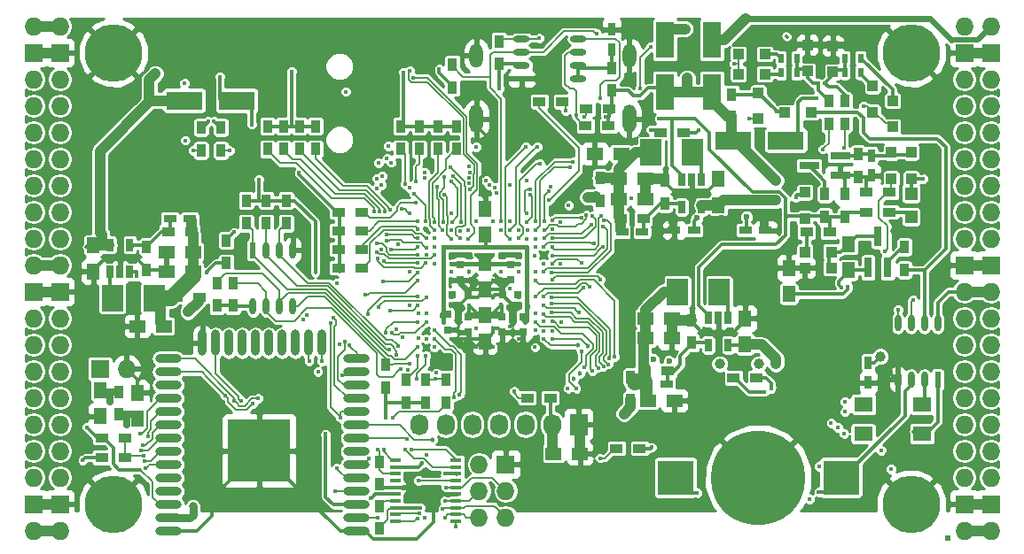
<source format=gbl>
G04 #@! TF.FileFunction,Copper,L4,Bot,Signal*
%FSLAX46Y46*%
G04 Gerber Fmt 4.6, Leading zero omitted, Abs format (unit mm)*
G04 Created by KiCad (PCBNEW 4.0.7+dfsg1-1) date Fri Feb 23 00:36:30 2018*
%MOMM*%
%LPD*%
G01*
G04 APERTURE LIST*
%ADD10C,0.100000*%
%ADD11O,1.727200X1.727200*%
%ADD12R,1.727200X1.727200*%
%ADD13R,0.500000X0.500000*%
%ADD14R,0.900000X1.200000*%
%ADD15R,1.800000X3.500000*%
%ADD16R,1.200000X0.900000*%
%ADD17R,2.000000X2.500000*%
%ADD18R,0.700000X1.200000*%
%ADD19R,1.250000X1.500000*%
%ADD20R,1.500000X1.250000*%
%ADD21R,0.800000X1.900000*%
%ADD22R,1.900000X0.800000*%
%ADD23R,1.200000X0.750000*%
%ADD24R,0.750000X1.200000*%
%ADD25C,5.500000*%
%ADD26R,1.000000X0.400000*%
%ADD27R,1.727200X2.032000*%
%ADD28O,1.727200X2.032000*%
%ADD29R,3.500000X1.800000*%
%ADD30R,3.500000X3.300000*%
%ADD31C,9.000000*%
%ADD32R,1.000000X1.000000*%
%ADD33O,1.300000X2.700000*%
%ADD34O,1.300000X2.300000*%
%ADD35R,0.600000X1.550000*%
%ADD36O,0.600000X1.550000*%
%ADD37R,1.550000X0.600000*%
%ADD38O,1.550000X0.600000*%
%ADD39O,2.500000X0.900000*%
%ADD40O,0.900000X2.500000*%
%ADD41R,6.000000X6.000000*%
%ADD42R,1.800000X1.400000*%
%ADD43R,1.200000X1.200000*%
%ADD44R,0.750000X0.800000*%
%ADD45R,0.800000X0.750000*%
%ADD46R,0.500000X0.900000*%
%ADD47C,0.400000*%
%ADD48C,1.000000*%
%ADD49C,0.600000*%
%ADD50C,0.454000*%
%ADD51C,0.800000*%
%ADD52C,0.700000*%
%ADD53C,0.300000*%
%ADD54C,1.000000*%
%ADD55C,0.500000*%
%ADD56C,0.190000*%
%ADD57C,0.600000*%
%ADD58C,0.400000*%
%ADD59C,0.800000*%
%ADD60C,0.700000*%
%ADD61C,1.500000*%
%ADD62C,0.127000*%
%ADD63C,1.200000*%
%ADD64C,0.200000*%
%ADD65C,0.254000*%
G04 APERTURE END LIST*
D10*
D11*
X97910000Y-62690000D03*
X95370000Y-62690000D03*
D12*
X97910000Y-65230000D03*
X95370000Y-65230000D03*
D11*
X97910000Y-67770000D03*
X95370000Y-67770000D03*
X97910000Y-70310000D03*
X95370000Y-70310000D03*
X97910000Y-72850000D03*
X95370000Y-72850000D03*
X97910000Y-75390000D03*
X95370000Y-75390000D03*
X97910000Y-77930000D03*
X95370000Y-77930000D03*
X97910000Y-80470000D03*
X95370000Y-80470000D03*
X97910000Y-83010000D03*
X95370000Y-83010000D03*
X97910000Y-85550000D03*
X95370000Y-85550000D03*
D12*
X97910000Y-88090000D03*
X95370000Y-88090000D03*
D11*
X97910000Y-90630000D03*
X95370000Y-90630000D03*
X97910000Y-93170000D03*
X95370000Y-93170000D03*
X97910000Y-95710000D03*
X95370000Y-95710000D03*
X97910000Y-98250000D03*
X95370000Y-98250000D03*
X97910000Y-100790000D03*
X95370000Y-100790000D03*
X97910000Y-103330000D03*
X95370000Y-103330000D03*
X97910000Y-105870000D03*
X95370000Y-105870000D03*
D12*
X97910000Y-108410000D03*
X95370000Y-108410000D03*
D11*
X97910000Y-110950000D03*
X95370000Y-110950000D03*
D13*
X182675150Y-111637626D03*
D14*
X103498000Y-99858000D03*
X103498000Y-97658000D03*
D15*
X155695000Y-69000000D03*
X155695000Y-64000000D03*
D16*
X157430000Y-72850000D03*
X155230000Y-72850000D03*
D17*
X160870000Y-88090000D03*
X156870000Y-88090000D03*
D18*
X159825000Y-90600000D03*
X160775000Y-90600000D03*
X161725000Y-90600000D03*
X161725000Y-93200000D03*
X159825000Y-93200000D03*
D17*
X102895000Y-88725000D03*
X106895000Y-88725000D03*
D18*
X104575000Y-86215000D03*
X103625000Y-86215000D03*
X102675000Y-86215000D03*
X102675000Y-83615000D03*
X104575000Y-83615000D03*
D17*
X158330000Y-74755000D03*
X154330000Y-74755000D03*
D18*
X157285000Y-77392000D03*
X158235000Y-77392000D03*
X159185000Y-77392000D03*
X159185000Y-79992000D03*
X157285000Y-79992000D03*
D19*
X101085000Y-83665000D03*
X101085000Y-86165000D03*
D20*
X153810000Y-90630000D03*
X156310000Y-90630000D03*
X153810000Y-92535000D03*
X156310000Y-92535000D03*
D19*
X163315000Y-93150000D03*
X163315000Y-90650000D03*
D20*
X151270000Y-79200000D03*
X153770000Y-79200000D03*
X151270000Y-77295000D03*
X153770000Y-77295000D03*
D19*
X160775000Y-79815000D03*
X160775000Y-77315000D03*
D20*
X110590000Y-84280000D03*
X108090000Y-84280000D03*
X110590000Y-86185000D03*
X108090000Y-86185000D03*
D19*
X173221000Y-86038000D03*
X173221000Y-83538000D03*
D21*
X176965000Y-85780000D03*
X175065000Y-85780000D03*
X176015000Y-82780000D03*
D22*
X172435000Y-75075000D03*
X172435000Y-76975000D03*
X169435000Y-76025000D03*
D23*
X153910000Y-96910000D03*
X155810000Y-96910000D03*
X151570000Y-82375000D03*
X153470000Y-82375000D03*
X110290000Y-81105000D03*
X108390000Y-81105000D03*
D24*
X175380000Y-75075000D03*
X175380000Y-76975000D03*
D16*
X169200000Y-82375000D03*
X171400000Y-82375000D03*
D14*
X172840000Y-80935000D03*
X172840000Y-78735000D03*
D16*
X177115000Y-80470000D03*
X174915000Y-80470000D03*
D14*
X174110000Y-74925000D03*
X174110000Y-77125000D03*
X178555000Y-83815000D03*
X178555000Y-86015000D03*
X113785000Y-83180000D03*
X113785000Y-85380000D03*
X170935000Y-80935000D03*
X170935000Y-78735000D03*
X128390000Y-108580000D03*
X128390000Y-110780000D03*
D16*
X153239000Y-103076000D03*
X151039000Y-103076000D03*
X177115000Y-78565000D03*
X174915000Y-78565000D03*
X153760000Y-95640000D03*
X155960000Y-95640000D03*
X110440000Y-82375000D03*
X108240000Y-82375000D03*
X151420000Y-81105000D03*
X153620000Y-81105000D03*
D14*
X158235000Y-90800000D03*
X158235000Y-93000000D03*
X106165000Y-86015000D03*
X106165000Y-83815000D03*
X155695000Y-77465000D03*
X155695000Y-79665000D03*
D16*
X126696000Y-85804000D03*
X124496000Y-85804000D03*
X126696000Y-84026000D03*
X124496000Y-84026000D03*
X126696000Y-82248000D03*
X124496000Y-82248000D03*
X126696000Y-80470000D03*
X124496000Y-80470000D03*
D14*
X130422000Y-74458000D03*
X130422000Y-72258000D03*
X132200000Y-74458000D03*
X132200000Y-72258000D03*
X133978000Y-74458000D03*
X133978000Y-72258000D03*
X135756000Y-74458000D03*
X135756000Y-72258000D03*
D24*
X150589600Y-64910000D03*
X150589600Y-63010000D03*
D11*
X184270000Y-110950000D03*
X186810000Y-110950000D03*
D12*
X184270000Y-108410000D03*
X186810000Y-108410000D03*
D11*
X184270000Y-105870000D03*
X186810000Y-105870000D03*
X184270000Y-103330000D03*
X186810000Y-103330000D03*
X184270000Y-100790000D03*
X186810000Y-100790000D03*
X184270000Y-98250000D03*
X186810000Y-98250000D03*
X184270000Y-95710000D03*
X186810000Y-95710000D03*
X184270000Y-93170000D03*
X186810000Y-93170000D03*
X184270000Y-90630000D03*
X186810000Y-90630000D03*
X184270000Y-88090000D03*
X186810000Y-88090000D03*
D12*
X184270000Y-85550000D03*
X186810000Y-85550000D03*
D11*
X184270000Y-83010000D03*
X186810000Y-83010000D03*
X184270000Y-80470000D03*
X186810000Y-80470000D03*
X184270000Y-77930000D03*
X186810000Y-77930000D03*
X184270000Y-75390000D03*
X186810000Y-75390000D03*
X184270000Y-72850000D03*
X186810000Y-72850000D03*
X184270000Y-70310000D03*
X186810000Y-70310000D03*
X184270000Y-67770000D03*
X186810000Y-67770000D03*
D12*
X184270000Y-65230000D03*
X186810000Y-65230000D03*
D11*
X184270000Y-62690000D03*
X186810000Y-62690000D03*
D25*
X102990000Y-108410000D03*
X179190000Y-108410000D03*
X179190000Y-65230000D03*
X102990000Y-65230000D03*
D14*
X162045000Y-71410000D03*
X162045000Y-69210000D03*
X139820000Y-66330000D03*
X139820000Y-64130000D03*
X135375000Y-68532000D03*
X135375000Y-66332000D03*
X150615000Y-68870000D03*
X150615000Y-66670000D03*
D16*
X150275000Y-72215000D03*
X148075000Y-72215000D03*
X150380000Y-70600000D03*
X148180000Y-70600000D03*
D26*
X135735000Y-104215000D03*
X135735000Y-104865000D03*
X135735000Y-105515000D03*
X135735000Y-106165000D03*
X135735000Y-106815000D03*
X135735000Y-107465000D03*
X135735000Y-108115000D03*
X135735000Y-108765000D03*
X135735000Y-109415000D03*
X135735000Y-110065000D03*
X129935000Y-110065000D03*
X129935000Y-109415000D03*
X129935000Y-108765000D03*
X129935000Y-108115000D03*
X129935000Y-107465000D03*
X129935000Y-106815000D03*
X129935000Y-106165000D03*
X129935000Y-105515000D03*
X129935000Y-104865000D03*
X129935000Y-104215000D03*
D14*
X119500000Y-79370000D03*
X119500000Y-81570000D03*
X114420000Y-89444000D03*
X114420000Y-87244000D03*
X129025000Y-97275000D03*
X129025000Y-95075000D03*
X117595000Y-79370000D03*
X117595000Y-81570000D03*
X112896000Y-89444000D03*
X112896000Y-87244000D03*
X115690000Y-79370000D03*
X115690000Y-81570000D03*
D16*
X144730000Y-98250000D03*
X142530000Y-98250000D03*
D14*
X132835000Y-98715000D03*
X132835000Y-96515000D03*
X130930000Y-98715000D03*
X130930000Y-96515000D03*
D16*
X101890000Y-103965000D03*
X104090000Y-103965000D03*
D12*
X101720000Y-95456000D03*
D11*
X104260000Y-95456000D03*
D16*
X104090000Y-102060000D03*
X101890000Y-102060000D03*
D19*
X167506000Y-88324000D03*
X167506000Y-85824000D03*
D16*
X164415000Y-96345000D03*
X162215000Y-96345000D03*
D12*
X140455000Y-104600000D03*
D11*
X137915000Y-104600000D03*
X140455000Y-107140000D03*
X137915000Y-107140000D03*
X140455000Y-109680000D03*
X137915000Y-109680000D03*
D19*
X138500000Y-90370000D03*
X138500000Y-92870000D03*
X138500000Y-82670000D03*
X138500000Y-80170000D03*
X138500000Y-85370000D03*
X138500000Y-87870000D03*
X101720000Y-97508000D03*
X101720000Y-100008000D03*
D14*
X113277000Y-74585000D03*
X113277000Y-72385000D03*
X111372000Y-74585000D03*
X111372000Y-72385000D03*
X172840000Y-72045000D03*
X172840000Y-69845000D03*
X171316000Y-72045000D03*
X171316000Y-69845000D03*
D27*
X147440000Y-100790000D03*
D28*
X144900000Y-100790000D03*
X142360000Y-100790000D03*
X139820000Y-100790000D03*
X137280000Y-100790000D03*
X134740000Y-100790000D03*
X132200000Y-100790000D03*
D19*
X105276000Y-100262000D03*
X105276000Y-97762000D03*
D29*
X109761000Y-69802000D03*
X114761000Y-69802000D03*
X167212000Y-73612000D03*
X162212000Y-73612000D03*
D15*
X160140000Y-64000000D03*
X160140000Y-69000000D03*
D20*
X154064000Y-98504000D03*
X156564000Y-98504000D03*
X107796000Y-91392000D03*
X105296000Y-91392000D03*
X151484000Y-74882000D03*
X148984000Y-74882000D03*
D14*
X134740000Y-96515000D03*
X134740000Y-98715000D03*
D30*
X172485000Y-105870000D03*
X156685000Y-105870000D03*
D31*
X164585000Y-105870000D03*
D32*
X169284000Y-66988000D03*
X169284000Y-64488000D03*
X171697000Y-67081000D03*
X171697000Y-64581000D03*
X169050000Y-84280000D03*
X171550000Y-84280000D03*
X169030000Y-81085000D03*
X169030000Y-78585000D03*
X171550000Y-85804000D03*
X169050000Y-85804000D03*
X179190000Y-77275000D03*
X179190000Y-74775000D03*
X177285000Y-74775000D03*
X177285000Y-77275000D03*
X167145000Y-70945000D03*
X169645000Y-70945000D03*
X164585000Y-69060000D03*
X164585000Y-71560000D03*
D14*
X128390000Y-106546000D03*
X128390000Y-104346000D03*
X117722000Y-74458000D03*
X117722000Y-72258000D03*
X119246000Y-74458000D03*
X119246000Y-72258000D03*
X120770000Y-74458000D03*
X120770000Y-72258000D03*
X122294000Y-74458000D03*
X122294000Y-72258000D03*
D16*
X145880000Y-69900000D03*
X143680000Y-69900000D03*
D33*
X152280000Y-71550000D03*
X137680000Y-71550000D03*
D34*
X137680000Y-65500000D03*
X152280000Y-65500000D03*
D35*
X181730000Y-96505000D03*
D36*
X180460000Y-96505000D03*
X179190000Y-96505000D03*
X177920000Y-96505000D03*
X177920000Y-91105000D03*
X179190000Y-91105000D03*
X180460000Y-91105000D03*
X181730000Y-91105000D03*
D37*
X141980000Y-67706500D03*
D38*
X141980000Y-66436500D03*
X141980000Y-65166500D03*
X141980000Y-63896500D03*
X147380000Y-63896500D03*
X147380000Y-65166500D03*
X147380000Y-66436500D03*
X147380000Y-67706500D03*
D35*
X116325000Y-84120000D03*
D36*
X117595000Y-84120000D03*
X118865000Y-84120000D03*
X120135000Y-84120000D03*
X120135000Y-89520000D03*
X118865000Y-89520000D03*
X117595000Y-89520000D03*
X116325000Y-89520000D03*
D39*
X126230000Y-111000000D03*
X126230000Y-109730000D03*
X126230000Y-108460000D03*
X126230000Y-107190000D03*
X126230000Y-105920000D03*
X126230000Y-104650000D03*
X126230000Y-103380000D03*
X126230000Y-102110000D03*
X126230000Y-100840000D03*
X126230000Y-99570000D03*
X126230000Y-98300000D03*
X126230000Y-97030000D03*
X126230000Y-95760000D03*
X126230000Y-94490000D03*
D40*
X122945000Y-93000000D03*
X121675000Y-93000000D03*
X120405000Y-93000000D03*
X119135000Y-93000000D03*
X117865000Y-93000000D03*
X116595000Y-93000000D03*
X115325000Y-93000000D03*
X114055000Y-93000000D03*
X112785000Y-93000000D03*
X111515000Y-93000000D03*
D39*
X108230000Y-94490000D03*
X108230000Y-95760000D03*
X108230000Y-97030000D03*
X108230000Y-98300000D03*
X108230000Y-99570000D03*
X108230000Y-100840000D03*
X108230000Y-102110000D03*
X108230000Y-103380000D03*
X108230000Y-104650000D03*
X108230000Y-105920000D03*
X108230000Y-107190000D03*
X108230000Y-108460000D03*
X108230000Y-109730000D03*
X108230000Y-111000000D03*
D41*
X116930000Y-103300000D03*
D42*
X180212000Y-98882000D03*
X174612000Y-98882000D03*
X174612000Y-101682000D03*
X180212000Y-101682000D03*
D43*
X179190000Y-78735000D03*
X179190000Y-80935000D03*
D44*
X140900000Y-86970000D03*
X140900000Y-85470000D03*
X136100000Y-86970000D03*
X136100000Y-85470000D03*
X136900000Y-91970000D03*
X136900000Y-90470000D03*
X140100000Y-91970000D03*
X140100000Y-90470000D03*
X142100000Y-91970000D03*
X142100000Y-90470000D03*
X134900000Y-91770000D03*
X134900000Y-90270000D03*
D45*
X136850000Y-88420000D03*
X135350000Y-88420000D03*
X140150000Y-88420000D03*
X141650000Y-88420000D03*
D23*
X163350000Y-82220000D03*
X165250000Y-82220000D03*
X158450000Y-82220000D03*
X156550000Y-82220000D03*
D24*
X175100000Y-94870000D03*
X175100000Y-96770000D03*
D46*
X166756000Y-67135000D03*
X168256000Y-67135000D03*
X174350000Y-67120000D03*
X172850000Y-67120000D03*
D32*
X162700000Y-67262000D03*
X165200000Y-67262000D03*
X165200000Y-65357000D03*
X162700000Y-65357000D03*
X175507000Y-70925000D03*
X175507000Y-68425000D03*
X177412000Y-69822000D03*
X177412000Y-72322000D03*
D46*
X166756000Y-65738000D03*
X168256000Y-65738000D03*
X172852000Y-65738000D03*
X174352000Y-65738000D03*
D14*
X152393000Y-96261000D03*
X152393000Y-98461000D03*
D16*
X109002000Y-88598000D03*
X111202000Y-88598000D03*
D14*
X149472000Y-77211000D03*
X149472000Y-79411000D03*
D20*
X145047000Y-103584000D03*
X147547000Y-103584000D03*
D47*
X173856000Y-71538990D03*
D48*
X164947008Y-63194069D03*
X175494572Y-64322557D03*
D47*
X135342764Y-89381630D03*
X144103496Y-84660400D03*
D48*
X177658444Y-82281349D03*
D47*
X145680000Y-81405125D03*
X145691238Y-94166752D03*
X145759873Y-91010176D03*
D49*
X152525938Y-81463870D03*
D48*
X162956098Y-95078488D03*
X158539988Y-94868772D03*
D49*
X161075765Y-80992022D03*
X164882869Y-80938986D03*
X156262773Y-81349374D03*
X123437000Y-108972000D03*
D47*
X132871770Y-84533979D03*
X132862998Y-82124544D03*
X131278306Y-86213101D03*
X135281276Y-80583119D03*
X131279502Y-89407325D03*
X170309539Y-85441529D03*
X145672808Y-85396062D03*
X133216000Y-107465000D03*
X137680000Y-88600000D03*
X142480000Y-95000000D03*
X141680000Y-92600000D03*
X140836000Y-84534000D03*
X135284627Y-94985297D03*
X135288625Y-94225619D03*
X134455822Y-94267172D03*
X136095958Y-93369652D03*
D50*
X139264636Y-91615205D03*
D48*
X116880503Y-64802940D03*
X106974809Y-64953974D03*
D47*
X177285000Y-95710000D03*
X140880000Y-81400000D03*
X140874194Y-91433353D03*
X142480000Y-94200000D03*
X140880000Y-93400000D03*
X139280000Y-93400000D03*
X137680000Y-93400000D03*
X136880000Y-92600000D03*
X135280000Y-92600000D03*
X132880000Y-91800000D03*
X132880000Y-93400000D03*
D50*
X141042859Y-86994997D03*
X139280000Y-87000000D03*
X136110990Y-86995403D03*
X137680000Y-87000000D03*
X136080000Y-84600000D03*
X139280000Y-88600000D03*
D48*
X166255545Y-79350736D03*
X166275426Y-77452540D03*
X157807568Y-67669269D03*
X101707889Y-82423180D03*
X107021491Y-67228122D03*
X166284693Y-95025145D03*
D47*
X172564535Y-87722010D03*
X150030853Y-71331848D03*
D48*
X157600000Y-62944000D03*
D47*
X113660608Y-89375718D03*
D48*
X148268387Y-79050018D03*
D47*
X134124945Y-66775980D03*
X139864366Y-68665673D03*
X137659051Y-91638034D03*
X135273306Y-88618602D03*
X135280000Y-86200000D03*
X135280000Y-85440000D03*
X158870000Y-72596000D03*
X114513935Y-82409431D03*
X116912932Y-77355158D03*
X109760378Y-68177900D03*
X109840000Y-73620000D03*
X132110753Y-92527478D03*
X165803369Y-97344883D03*
D48*
X160905403Y-95006436D03*
D49*
X158731133Y-81048929D03*
X154593901Y-94607945D03*
X156088245Y-94762980D03*
D48*
X164625730Y-94982471D03*
D49*
X163462982Y-80942429D03*
D48*
X176254940Y-94288458D03*
D51*
X110593913Y-108636458D03*
D47*
X180340784Y-77316932D03*
X173137949Y-87594275D03*
D52*
X102710050Y-98594954D03*
D47*
X129005202Y-100174798D03*
X172834633Y-99599920D03*
X172879922Y-98618650D03*
X176305593Y-103279812D03*
X100080000Y-104200000D03*
X139272517Y-84611349D03*
X137680556Y-84534085D03*
X141680000Y-86200000D03*
X132880000Y-92600000D03*
X141680000Y-88600000D03*
X141680000Y-85400000D03*
X129983242Y-91668979D03*
X121431221Y-90311593D03*
X121088335Y-90753785D03*
X130583026Y-92475628D03*
X146394787Y-97333919D03*
X143300000Y-86220000D03*
X147175985Y-97333919D03*
X147700000Y-93820000D03*
X144900000Y-91820000D03*
X142277990Y-91000000D03*
D48*
X110128890Y-90028152D03*
D47*
X142480000Y-83800000D03*
X134480000Y-83800000D03*
X134480000Y-91000000D03*
X125193541Y-68962993D03*
X155115280Y-71563465D03*
X105245010Y-86595559D03*
X170182962Y-69571012D03*
X170362901Y-107286196D03*
X158716651Y-107325176D03*
X136028224Y-97922729D03*
X128216338Y-109760338D03*
X132708000Y-109680000D03*
X134750646Y-106810513D03*
X133680000Y-91800000D03*
X135517016Y-98167170D03*
X134675868Y-108131585D03*
D50*
X133449289Y-102232615D03*
D47*
X133680000Y-92600000D03*
X127419091Y-104077728D03*
X132936956Y-103711000D03*
X133685482Y-93402296D03*
X134463998Y-108841973D03*
X131986331Y-96404793D03*
X131039072Y-102187000D03*
X134636872Y-109719950D03*
X132846234Y-94197073D03*
X176700000Y-84220000D03*
X143260000Y-84620000D03*
X120739932Y-76694083D03*
X130704878Y-67105564D03*
X147983153Y-71347080D03*
X149475951Y-69619684D03*
X147186000Y-71200000D03*
X121687479Y-94718249D03*
X128776655Y-87127857D03*
X132083026Y-86260405D03*
X113700000Y-98020000D03*
X116325960Y-98790853D03*
X122932649Y-94724357D03*
X124849021Y-96102869D03*
X122527919Y-95725900D03*
X116198000Y-72088000D03*
X127586603Y-107875044D03*
X113157250Y-67567056D03*
X146180000Y-70800000D03*
X131453853Y-103208291D03*
X149771692Y-81825658D03*
X144080000Y-86200000D03*
X149533922Y-86909940D03*
X144894316Y-86977564D03*
X144896700Y-83835368D03*
X149549750Y-80868432D03*
D50*
X147343891Y-93217126D03*
D47*
X144113248Y-92588762D03*
X144875155Y-86292748D03*
X149846468Y-81303978D03*
X148696112Y-80861847D03*
X144916886Y-82991356D03*
D50*
X148349010Y-93322307D03*
D47*
X144882352Y-92577990D03*
X144902941Y-90956495D03*
X148747982Y-95669626D03*
X144867244Y-90112484D03*
X149795895Y-95251084D03*
X144855814Y-89268481D03*
X150278898Y-95040253D03*
X150345974Y-94517527D03*
X144877648Y-88622010D03*
X150889207Y-94332565D03*
X143280000Y-87000000D03*
X130211351Y-93284273D03*
X131084713Y-95564177D03*
X130422000Y-95456000D03*
X131316164Y-94959140D03*
X130053332Y-94113207D03*
X132031990Y-93400000D03*
X129371747Y-93601166D03*
X141280657Y-97642010D03*
X133852393Y-95875797D03*
X133762848Y-96395146D03*
X132080000Y-94200000D03*
X128622659Y-84064643D03*
X105895603Y-103765816D03*
X130839477Y-103208987D03*
X129449238Y-89873934D03*
X132075624Y-89410644D03*
X128806823Y-103185900D03*
X128312094Y-89556924D03*
X132162861Y-106185868D03*
X132880000Y-88600000D03*
X127040053Y-88426410D03*
X124322162Y-105002357D03*
X132080000Y-87000000D03*
X125525099Y-93236764D03*
X124202418Y-107207639D03*
X110599084Y-74589383D03*
X132024412Y-109766775D03*
X114104080Y-74612196D03*
X132219727Y-109277292D03*
X115190634Y-98572389D03*
X131847310Y-79589886D03*
X132080000Y-81400000D03*
X132080007Y-82103333D03*
X132872609Y-82968555D03*
X133627359Y-81414685D03*
X133648389Y-82190597D03*
X131923295Y-77584853D03*
X130856828Y-77786820D03*
X129555604Y-91985990D03*
X132880000Y-91000000D03*
X129028593Y-91985999D03*
X132077338Y-91002010D03*
X131275302Y-80595752D03*
X130489904Y-80167235D03*
X128823114Y-85153560D03*
X132072985Y-85377990D03*
X163703220Y-71542164D03*
X133876016Y-78047133D03*
X134433979Y-82180155D03*
X135656559Y-110610712D03*
X149495225Y-104009099D03*
X132468001Y-104503413D03*
D52*
X104260000Y-100790000D03*
D47*
X114560994Y-98539563D03*
X116800000Y-98320000D03*
X111895217Y-86253790D03*
X170383147Y-104803648D03*
X165170594Y-97666317D03*
X169506589Y-107953726D03*
X142571021Y-82204353D03*
X143287402Y-83042010D03*
X170735900Y-74464979D03*
X154425580Y-102987766D03*
X168166438Y-79108038D03*
X112614274Y-71803529D03*
X112074854Y-71810535D03*
X143269694Y-93414905D03*
X177274002Y-105079115D03*
X172761273Y-101651681D03*
X143280000Y-91800000D03*
X172193360Y-101105663D03*
X144064831Y-91877646D03*
X144080000Y-90956495D03*
X171540304Y-100645743D03*
X135277990Y-82193851D03*
X129493343Y-75737814D03*
X136124555Y-82260038D03*
X129125079Y-75315804D03*
X135175257Y-76183471D03*
X136080000Y-83000000D03*
X129252218Y-74142461D03*
X142452365Y-77452681D03*
X142460000Y-83020000D03*
X172746637Y-74347988D03*
X143280000Y-83800000D03*
X170300000Y-68151000D03*
X170950000Y-68125562D03*
X125110333Y-92897638D03*
X124361185Y-87274371D03*
X124361184Y-87274370D03*
X182675150Y-111637626D03*
X166353476Y-70835462D03*
X123273881Y-101715917D03*
X129660000Y-100155000D03*
X127308270Y-90221456D03*
X132084049Y-88558274D03*
X128280000Y-103200000D03*
X120008000Y-67008000D03*
X133680000Y-83000000D03*
X129457990Y-80285112D03*
X133680000Y-83800000D03*
X128943593Y-80399729D03*
X130204628Y-83599483D03*
X128416582Y-80399850D03*
X127889625Y-80407426D03*
X133680000Y-85400000D03*
X140896226Y-87816226D03*
X140038941Y-89350966D03*
X136944530Y-89373464D03*
D50*
X136938110Y-86196311D03*
D47*
X140014602Y-86192969D03*
X139285803Y-90177691D03*
X137689001Y-90122990D03*
D48*
X151758000Y-99774000D03*
D47*
X136885174Y-90194826D03*
X140094890Y-90122990D03*
X128333179Y-75769807D03*
X134613000Y-78819000D03*
X135280000Y-83022010D03*
X154298000Y-72596000D03*
X100450000Y-101044000D03*
X132285867Y-108754446D03*
X134707351Y-105508447D03*
X139280000Y-81400000D03*
X139597952Y-78621954D03*
X139377921Y-78143072D03*
X138917428Y-77886776D03*
X138599052Y-77466803D03*
X137620226Y-74221760D03*
X137680000Y-81400000D03*
X136970301Y-76084594D03*
X137008313Y-76692245D03*
X136991219Y-77219258D03*
X136991219Y-77746651D03*
X135473100Y-77078127D03*
X136160979Y-81416027D03*
X135235465Y-77548522D03*
X135316968Y-81442010D03*
X134629088Y-77130506D03*
X134471370Y-81406751D03*
D50*
X146942280Y-96452058D03*
X147534467Y-95913260D03*
D47*
X147928857Y-95339016D03*
X143322010Y-91000657D03*
X149284391Y-95377990D03*
X144077013Y-90266968D03*
X147430953Y-90112484D03*
X144076240Y-89395301D03*
X143322010Y-90201951D03*
X147910791Y-87683418D03*
X144082832Y-88584510D03*
X143322010Y-88595030D03*
X148483539Y-87608166D03*
X144102010Y-85397219D03*
X144889349Y-85448737D03*
X147687390Y-85374093D03*
X149732494Y-83807694D03*
X144912409Y-84635817D03*
X148921512Y-83442010D03*
X144103186Y-83777990D03*
X144131413Y-83000000D03*
X148610661Y-81705858D03*
X144888125Y-82147345D03*
X144176662Y-82199998D03*
X148175253Y-80781550D03*
X147688311Y-80983115D03*
X144880008Y-81303333D03*
X142773842Y-78808575D03*
X142460000Y-81420000D03*
X142766742Y-78281611D03*
X142460000Y-80620000D03*
X144568886Y-78517622D03*
X144175043Y-81398770D03*
X144786095Y-78037454D03*
X146587441Y-76174058D03*
X143332651Y-82197990D03*
X146901448Y-75654906D03*
X143331031Y-81377293D03*
X143708879Y-75817300D03*
X141727010Y-82998875D03*
X141727010Y-82194937D03*
X140028978Y-82200000D03*
X140880009Y-77894044D03*
X142390990Y-74236149D03*
X140861329Y-83041266D03*
X143457010Y-74219135D03*
X140872990Y-82177164D03*
X132761172Y-77202673D03*
X132737245Y-76676207D03*
X128644933Y-77050030D03*
X128152012Y-77257840D03*
X128125571Y-78233647D03*
X128590544Y-77894041D03*
X131253134Y-78134216D03*
X131709326Y-78745875D03*
X132783339Y-81400004D03*
X132079024Y-82984045D03*
X129109095Y-82655074D03*
X105572759Y-101661319D03*
X106276126Y-101893466D03*
X132880889Y-83897835D03*
X129054383Y-83179239D03*
X129487667Y-84079929D03*
X132083682Y-83828056D03*
X105813763Y-102819336D03*
X128165458Y-83509725D03*
X132062099Y-84533979D03*
X105627254Y-103312241D03*
X128182016Y-84353737D03*
X105992720Y-104283802D03*
X133671942Y-84595200D03*
X128207686Y-84880123D03*
X106088753Y-104974041D03*
X132834641Y-85377990D03*
X124707442Y-100126977D03*
X124632693Y-93120351D03*
X123714874Y-91057383D03*
X132900000Y-90180000D03*
X124022612Y-90627600D03*
X132100000Y-90157990D03*
X137020172Y-78350165D03*
X162271466Y-66284958D03*
X136900000Y-82220000D03*
X131329207Y-66928055D03*
X174611510Y-70367022D03*
X136900000Y-83020000D03*
X131644095Y-67620000D03*
X177926984Y-89812061D03*
X153297112Y-68665673D03*
X154329326Y-64643767D03*
X152497066Y-79193467D03*
X146481406Y-79819384D03*
X143650666Y-63862520D03*
X179351513Y-88868327D03*
X149134122Y-63424051D03*
X140035989Y-81400000D03*
X144597053Y-79361633D03*
D53*
X167336000Y-63706000D02*
X167252000Y-63622000D01*
X138500000Y-87870000D02*
X137137029Y-87870000D01*
X137137029Y-87870000D02*
X136979988Y-88027041D01*
X136979988Y-88027041D02*
X136850000Y-88027041D01*
X140150000Y-88420000D02*
X140150000Y-87836000D01*
X140150000Y-87836000D02*
X140150000Y-87618935D01*
X138500000Y-87870000D02*
X140116000Y-87870000D01*
X140116000Y-87870000D02*
X140150000Y-87836000D01*
X139280000Y-88600000D02*
X139230000Y-88600000D01*
X139230000Y-88600000D02*
X138500000Y-87870000D01*
X137680000Y-88600000D02*
X137770000Y-88600000D01*
X137770000Y-88600000D02*
X138500000Y-87870000D01*
D54*
X147547000Y-103584000D02*
X147547000Y-100897000D01*
D53*
X147547000Y-100897000D02*
X147440000Y-100790000D01*
X138630000Y-76684175D02*
X138102251Y-77211924D01*
X138102251Y-77211924D02*
X138102251Y-78722251D01*
X137680000Y-72250000D02*
X138630000Y-73200000D01*
X138630000Y-73200000D02*
X138630000Y-76684175D01*
X138102251Y-78722251D02*
X138500000Y-79120000D01*
X138500000Y-79120000D02*
X138500000Y-80170000D01*
X137680000Y-71550000D02*
X137680000Y-72250000D01*
X175494572Y-64322557D02*
X166075496Y-64322557D01*
X166075496Y-64322557D02*
X165447007Y-63694068D01*
X165447007Y-63694068D02*
X164947008Y-63194069D01*
X164882869Y-80938986D02*
X164882869Y-81852869D01*
X164882869Y-81852869D02*
X165250000Y-82220000D01*
X156550000Y-82220000D02*
X156550000Y-82895000D01*
X156550000Y-82895000D02*
X155822000Y-83623000D01*
X155822000Y-83623000D02*
X155822000Y-83645000D01*
X156262773Y-81349374D02*
X156262773Y-81932773D01*
X156262773Y-81932773D02*
X156550000Y-82220000D01*
X139264636Y-91615205D02*
X139745205Y-91615205D01*
X139745205Y-91615205D02*
X140100000Y-91970000D01*
D55*
X140150000Y-88420000D02*
X140150000Y-87606614D01*
X140150000Y-87606614D02*
X139543386Y-87000000D01*
D53*
X139543386Y-87000000D02*
X139280000Y-87000000D01*
D55*
X140150000Y-87618935D02*
X140773938Y-86994997D01*
D53*
X140773938Y-86994997D02*
X141042859Y-86994997D01*
X137680000Y-87000000D02*
X137680000Y-87050000D01*
X137680000Y-87050000D02*
X138500000Y-87870000D01*
X139280000Y-87000000D02*
X139280000Y-87090000D01*
X139280000Y-87090000D02*
X138500000Y-87870000D01*
X140150000Y-88420000D02*
X141150000Y-89420000D01*
X140150000Y-88420000D02*
X139460000Y-88420000D01*
X139460000Y-88420000D02*
X139280000Y-88600000D01*
X137680000Y-87000000D02*
X137680000Y-87298789D01*
D55*
X137680000Y-87298789D02*
X136850000Y-88128789D01*
D53*
X136850000Y-88128789D02*
X136850000Y-88420000D01*
X136110990Y-86995403D02*
X136110990Y-87288031D01*
X136850000Y-88027041D02*
X136850000Y-88420000D01*
D55*
X136110990Y-87288031D02*
X136850000Y-88027041D01*
D53*
X136110990Y-86995403D02*
X137675403Y-86995403D01*
X137675403Y-86995403D02*
X137680000Y-87000000D01*
X135850000Y-90220000D02*
X135850000Y-89545000D01*
X135850000Y-89545000D02*
X136795000Y-88600000D01*
X136795000Y-88600000D02*
X137397158Y-88600000D01*
X137397158Y-88600000D02*
X137680000Y-88600000D01*
X153039876Y-83645000D02*
X155822000Y-83645000D01*
X152525938Y-83131062D02*
X153039876Y-83645000D01*
X152525938Y-81463870D02*
X152525938Y-83131062D01*
D56*
X138029000Y-66332000D02*
X138115000Y-66246000D01*
D53*
X133415999Y-107664999D02*
X133216000Y-107465000D01*
X133612013Y-107861013D02*
X133415999Y-107664999D01*
X131991648Y-111780338D02*
X133612013Y-110159973D01*
X127810434Y-111780338D02*
X131991648Y-111780338D01*
X133612013Y-110159973D02*
X133612013Y-107861013D01*
X127060434Y-111030338D02*
X127810434Y-111780338D01*
X126260434Y-111030338D02*
X127060434Y-111030338D01*
D54*
X184270000Y-108410000D02*
X186810000Y-108410000D01*
X184270000Y-85550000D02*
X186810000Y-85550000D01*
X184270000Y-65230000D02*
X186810000Y-65230000D01*
X95370000Y-65230000D02*
X97910000Y-65230000D01*
X95370000Y-88090000D02*
X97910000Y-88090000D01*
X95370000Y-108410000D02*
X97910000Y-108410000D01*
D53*
X108260434Y-111030338D02*
X109060434Y-111030338D01*
X109060434Y-111030338D02*
X109140772Y-110950000D01*
X110957617Y-110950000D02*
X112380000Y-109527617D01*
X109140772Y-110950000D02*
X110957617Y-110950000D01*
X112380000Y-109527617D02*
X112380000Y-107854384D01*
X112380000Y-107854384D02*
X116904046Y-103330338D01*
X116904046Y-103330338D02*
X116960434Y-103330338D01*
X167506000Y-85824000D02*
X169927068Y-85824000D01*
X169927068Y-85824000D02*
X170109540Y-85641528D01*
X170109540Y-85641528D02*
X170309539Y-85441529D01*
X104260000Y-95456000D02*
X105276000Y-96472000D01*
X105276000Y-96472000D02*
X105276000Y-97762000D01*
X133216000Y-107465000D02*
X132214478Y-107465000D01*
X135735000Y-107465000D02*
X133216000Y-107465000D01*
X132214478Y-107465000D02*
X131572496Y-106823018D01*
X131572496Y-106823018D02*
X129919874Y-106823018D01*
X126260434Y-111030338D02*
X124660659Y-111030338D01*
X124660659Y-111030338D02*
X116960659Y-103330338D01*
X116960659Y-103330338D02*
X116960434Y-103330338D01*
X129935000Y-106815000D02*
X128659000Y-106815000D01*
X128659000Y-106815000D02*
X128390000Y-106546000D01*
X128390000Y-106546000D02*
X128558000Y-106546000D01*
X136126306Y-93400000D02*
X136095958Y-93369652D01*
X136880000Y-92600000D02*
X136110348Y-93369652D01*
X136049652Y-93369652D02*
X136095958Y-93369652D01*
X137680000Y-93400000D02*
X136126306Y-93400000D01*
X135280000Y-92600000D02*
X136049652Y-93369652D01*
X136110348Y-93369652D02*
X136095958Y-93369652D01*
X139264636Y-92054364D02*
X139264636Y-91936231D01*
X139264636Y-91936231D02*
X139264636Y-91615205D01*
X138550000Y-92769000D02*
X139264636Y-92054364D01*
X136880000Y-92600000D02*
X137680000Y-93400000D01*
X136880000Y-92600000D02*
X138381000Y-92600000D01*
X138381000Y-92600000D02*
X138550000Y-92769000D01*
X135280000Y-92600000D02*
X136880000Y-92600000D01*
X138550000Y-92769000D02*
X138649000Y-92769000D01*
X138649000Y-92769000D02*
X139280000Y-93400000D01*
X138550000Y-92769000D02*
X138311000Y-92769000D01*
X138311000Y-92769000D02*
X137680000Y-93400000D01*
X177285000Y-95710000D02*
X177285000Y-95964000D01*
X177285000Y-95964000D02*
X177920000Y-96599000D01*
X102210000Y-84915000D02*
X103625000Y-84915000D01*
X103625000Y-84915000D02*
X105215000Y-84915000D01*
X103625000Y-86215000D02*
X103625000Y-84915000D01*
X105215000Y-84915000D02*
X106165000Y-85865000D01*
X106165000Y-85865000D02*
X106165000Y-86015000D01*
X101085000Y-86165000D02*
X101085000Y-86040000D01*
X101085000Y-86040000D02*
X102210000Y-84915000D01*
X106165000Y-86015000D02*
X107920000Y-86015000D01*
X107920000Y-86015000D02*
X108090000Y-86185000D01*
D54*
X153770000Y-77295000D02*
X155525000Y-77295000D01*
D53*
X155525000Y-77295000D02*
X155695000Y-77465000D01*
D54*
X153770000Y-79200000D02*
X153770000Y-77295000D01*
D53*
X174110000Y-77125000D02*
X174745000Y-77125000D01*
X174745000Y-77125000D02*
X175230000Y-77125000D01*
X174915000Y-78565000D02*
X174915000Y-77295000D01*
X174915000Y-77295000D02*
X174745000Y-77125000D01*
X172840000Y-78735000D02*
X172840000Y-77380000D01*
X172840000Y-77380000D02*
X172435000Y-76975000D01*
X175230000Y-77125000D02*
X175380000Y-76975000D01*
X172435000Y-76975000D02*
X173960000Y-76975000D01*
X173960000Y-76975000D02*
X174110000Y-77125000D01*
X159850000Y-78365000D02*
X158235000Y-78365000D01*
X158235000Y-78365000D02*
X156445000Y-78365000D01*
X158235000Y-77235000D02*
X158235000Y-78365000D01*
X160775000Y-77315000D02*
X160775000Y-77440000D01*
X160775000Y-77440000D02*
X159850000Y-78365000D01*
X156445000Y-78365000D02*
X155695000Y-77615000D01*
X155695000Y-77615000D02*
X155695000Y-77465000D01*
D54*
X156310000Y-90630000D02*
X156310000Y-92535000D01*
X158235000Y-90800000D02*
X156480000Y-90800000D01*
D53*
X156480000Y-90800000D02*
X156310000Y-90630000D01*
X163315000Y-90650000D02*
X163315000Y-90834602D01*
X163315000Y-90834602D02*
X162249602Y-91900000D01*
X162249602Y-91900000D02*
X160775000Y-91900000D01*
X101085000Y-86165000D02*
X101085000Y-85929893D01*
X106165000Y-85944374D02*
X106165000Y-86015000D01*
X159185000Y-91900000D02*
X160775000Y-91900000D01*
X160775000Y-90600000D02*
X160775000Y-91900000D01*
X158235000Y-90800000D02*
X158235000Y-90950000D01*
X158235000Y-90950000D02*
X159185000Y-91900000D01*
X108090000Y-84280000D02*
X108090000Y-86185000D01*
X107625000Y-84745000D02*
X108090000Y-84280000D01*
X108070000Y-84260000D02*
X108090000Y-84280000D01*
X141037856Y-87000000D02*
X141042859Y-86994997D01*
X139280000Y-87000000D02*
X141037856Y-87000000D01*
D54*
X160790000Y-79800000D02*
X161239264Y-79350736D01*
X161239264Y-79350736D02*
X165548439Y-79350736D01*
X165548439Y-79350736D02*
X166255545Y-79350736D01*
X165775427Y-76952541D02*
X166275426Y-77452540D01*
X162045000Y-73222114D02*
X165775427Y-76952541D01*
X162045000Y-71410000D02*
X162045000Y-73222114D01*
X162045000Y-71410000D02*
X162045000Y-71260000D01*
X155695000Y-69000000D02*
X157800000Y-69000000D01*
X157800000Y-69000000D02*
X160140000Y-69000000D01*
D53*
X157807568Y-68376375D02*
X157800000Y-68383943D01*
D54*
X157807568Y-67669269D02*
X157807568Y-68376375D01*
X157800000Y-68383943D02*
X157800000Y-69000000D01*
X101707889Y-74640111D02*
X101707889Y-81716074D01*
X106407114Y-69940886D02*
X101707889Y-74640111D01*
D53*
X101733051Y-82423180D02*
X101707889Y-82423180D01*
D54*
X101707889Y-81716074D02*
X101707889Y-82423180D01*
D53*
X101913492Y-82603621D02*
X101733051Y-82423180D01*
D54*
X106407114Y-69940886D02*
X106407114Y-67842499D01*
X106521492Y-67728121D02*
X107021491Y-67228122D01*
X106407114Y-67842499D02*
X106521492Y-67728121D01*
X166284693Y-94494693D02*
X166284693Y-95025145D01*
X164940000Y-93150000D02*
X166284693Y-94494693D01*
X163315000Y-93150000D02*
X164940000Y-93150000D01*
D53*
X150615000Y-68870000D02*
X152180000Y-68870000D01*
X153331001Y-69348999D02*
X152658999Y-69348999D01*
X152658999Y-69348999D02*
X152180000Y-68870000D01*
X154087002Y-68592998D02*
X155287998Y-68592998D01*
X153331001Y-69348999D02*
X154087002Y-68592998D01*
X155287998Y-68592998D02*
X155695000Y-69000000D01*
X101085000Y-83665000D02*
X101684316Y-83665000D01*
X101684316Y-83665000D02*
X101913492Y-83435824D01*
D54*
X101913492Y-83435824D02*
X101913492Y-82603621D01*
D53*
X172296000Y-87453475D02*
X172364536Y-87522011D01*
X172364536Y-87522011D02*
X172564535Y-87722010D01*
X172296000Y-87088000D02*
X172296000Y-87453475D01*
X173221000Y-86038000D02*
X173221000Y-86163000D01*
X173221000Y-86163000D02*
X172296000Y-87088000D01*
X150275000Y-71465000D02*
X150380000Y-71360000D01*
X150380000Y-71360000D02*
X150380000Y-70600000D01*
X150615000Y-70935000D02*
X150615000Y-69995990D01*
X150615000Y-69995990D02*
X150615000Y-68870000D01*
X150313695Y-71331848D02*
X150030853Y-71331848D01*
X150141848Y-71331848D02*
X150030853Y-71331848D01*
X150275000Y-71465000D02*
X150141848Y-71331848D01*
X150275000Y-72215000D02*
X150275000Y-71465000D01*
X160140000Y-69000000D02*
X160140000Y-69850000D01*
D54*
X160140000Y-69850000D02*
X161700000Y-71410000D01*
D53*
X110610000Y-69548000D02*
X110610000Y-69802000D01*
D54*
X109975000Y-69802000D02*
X106546000Y-69802000D01*
X106546000Y-69802000D02*
X106419000Y-69929000D01*
X106419000Y-69929000D02*
X106407114Y-69940886D01*
D53*
X106419000Y-69675000D02*
X106419000Y-69929000D01*
X100572432Y-83665000D02*
X100424079Y-83813353D01*
X101085000Y-83665000D02*
X100572432Y-83665000D01*
X160790000Y-79800000D02*
X160775000Y-79815000D01*
X160775000Y-79940000D02*
X160775000Y-79815000D01*
X164925000Y-93150000D02*
X164240000Y-93150000D01*
X164240000Y-93150000D02*
X163315000Y-93150000D01*
X101085000Y-83665000D02*
X101085000Y-83790000D01*
D54*
X159185000Y-79835000D02*
X160755000Y-79835000D01*
D53*
X160755000Y-79835000D02*
X160775000Y-79815000D01*
X161725000Y-93200000D02*
X163265000Y-93200000D01*
X163265000Y-93200000D02*
X163315000Y-93150000D01*
X173221000Y-86038000D02*
X174807000Y-86038000D01*
X174807000Y-86038000D02*
X175065000Y-85780000D01*
D54*
X101085000Y-83665000D02*
X102625000Y-83665000D01*
D53*
X102625000Y-83665000D02*
X102675000Y-83615000D01*
X161700000Y-71410000D02*
X162045000Y-71410000D01*
X162045000Y-71753000D02*
X162045000Y-71410000D01*
X155695000Y-64000000D02*
X155695000Y-63368337D01*
X155695000Y-63368337D02*
X156119337Y-62944000D01*
D54*
X156119337Y-62944000D02*
X157600000Y-62944000D01*
X160140000Y-64000000D02*
X161340000Y-64000000D01*
X161340000Y-64000000D02*
X163399217Y-61940783D01*
D57*
X163399217Y-61940783D02*
X180980783Y-61940783D01*
D55*
X185540000Y-63960000D02*
X186810000Y-62690000D01*
D57*
X180980783Y-61940783D02*
X183000000Y-63960000D01*
D55*
X183000000Y-63960000D02*
X185540000Y-63960000D01*
D53*
X115690000Y-79370000D02*
X116896500Y-79370000D01*
X116896500Y-79370000D02*
X117595000Y-79370000D01*
X116912932Y-77997068D02*
X116912932Y-79353568D01*
X116912932Y-79353568D02*
X116896500Y-79370000D01*
X113660608Y-89434608D02*
X113660608Y-89375718D01*
X113670000Y-89444000D02*
X113660608Y-89434608D01*
X114420000Y-89444000D02*
X113670000Y-89444000D01*
X113660608Y-89429392D02*
X113660608Y-89375718D01*
X113646000Y-89444000D02*
X113660608Y-89429392D01*
X112896000Y-89444000D02*
X113646000Y-89444000D01*
D54*
X144900000Y-100790000D02*
X144900000Y-103437000D01*
D53*
X144900000Y-103437000D02*
X145047000Y-103584000D01*
D54*
X149080093Y-79019093D02*
X149049168Y-79050018D01*
X148975493Y-79050018D02*
X148268387Y-79050018D01*
X149049168Y-79050018D02*
X148975493Y-79050018D01*
D53*
X149080093Y-79019093D02*
X149472000Y-79411000D01*
X135375000Y-68382000D02*
X134124945Y-67131945D01*
X135375000Y-68532000D02*
X135375000Y-68382000D01*
X134124945Y-67131945D02*
X134124945Y-67058822D01*
X134124945Y-67058822D02*
X134124945Y-66775980D01*
X139820000Y-66330000D02*
X139820000Y-68621307D01*
X139820000Y-68621307D02*
X139864366Y-68665673D01*
X163462982Y-80942429D02*
X163462982Y-82107018D01*
X163462982Y-82107018D02*
X163350000Y-82220000D01*
X158450000Y-82220000D02*
X158450000Y-81330062D01*
X158450000Y-81330062D02*
X158731133Y-81048929D01*
X175100000Y-94870000D02*
X175673398Y-94870000D01*
X175673398Y-94870000D02*
X176254940Y-94288458D01*
D58*
X135280000Y-85440000D02*
X135700000Y-85440000D01*
X135700000Y-85440000D02*
X138430000Y-85440000D01*
D53*
X136100000Y-85470000D02*
X135730000Y-85470000D01*
X135730000Y-85470000D02*
X135700000Y-85440000D01*
D58*
X141680000Y-85400000D02*
X140900000Y-85400000D01*
X140900000Y-85400000D02*
X138530000Y-85400000D01*
D53*
X140500000Y-85470000D02*
X140830000Y-85470000D01*
X140830000Y-85470000D02*
X140900000Y-85400000D01*
X138430000Y-85440000D02*
X138500000Y-85370000D01*
X138530000Y-85400000D02*
X138500000Y-85370000D01*
X158616000Y-72850000D02*
X158870000Y-72596000D01*
X157430000Y-72850000D02*
X158616000Y-72850000D01*
X113785000Y-83138366D02*
X114313936Y-82609430D01*
X113785000Y-83180000D02*
X113785000Y-83138366D01*
X114313936Y-82609430D02*
X114513935Y-82409431D01*
X116912932Y-77638000D02*
X116912932Y-77355158D01*
X116912932Y-77997068D02*
X116912932Y-77638000D01*
X115690000Y-79370000D02*
X115690000Y-79220000D01*
X112856637Y-89483363D02*
X112896000Y-89444000D01*
X179190000Y-78735000D02*
X179190000Y-77275000D01*
X165803369Y-96833369D02*
X165803369Y-97062041D01*
X165315000Y-96345000D02*
X165803369Y-96833369D01*
X165803369Y-97062041D02*
X165803369Y-97344883D01*
X164415000Y-96345000D02*
X165315000Y-96345000D01*
D59*
X110593913Y-109202143D02*
X110593913Y-108636458D01*
X110593913Y-109476859D02*
X110593913Y-109202143D01*
X110310434Y-109760338D02*
X110593913Y-109476859D01*
X108260434Y-109760338D02*
X110310434Y-109760338D01*
D53*
X179190000Y-77075000D02*
X179431932Y-77316932D01*
X179431932Y-77316932D02*
X180057942Y-77316932D01*
X180057942Y-77316932D02*
X180340784Y-77316932D01*
D54*
X184270000Y-110950000D02*
X186810000Y-110950000D01*
X184270000Y-88090000D02*
X186810000Y-88090000D01*
X95370000Y-62690000D02*
X97910000Y-62690000D01*
X95370000Y-85550000D02*
X97910000Y-85550000D01*
X95370000Y-110950000D02*
X97910000Y-110950000D01*
D53*
X129025000Y-97275000D02*
X129025000Y-98800000D01*
X129025000Y-98800000D02*
X129025000Y-100155000D01*
X130930000Y-98715000D02*
X129110000Y-98715000D01*
X129110000Y-98715000D02*
X129025000Y-98800000D01*
X167506000Y-88324000D02*
X172691066Y-88324000D01*
X172691066Y-88324000D02*
X173137949Y-87877117D01*
X173137949Y-87877117D02*
X173137949Y-87594275D01*
D60*
X102710050Y-97683950D02*
X102710050Y-98099980D01*
X102736000Y-97658000D02*
X102710050Y-97683950D01*
X102710050Y-98099980D02*
X102710050Y-98594954D01*
X102736000Y-97658000D02*
X101870000Y-97658000D01*
X103498000Y-97658000D02*
X102736000Y-97658000D01*
D53*
X101870000Y-97658000D02*
X101720000Y-97508000D01*
X129025000Y-100155000D02*
X129005202Y-100174798D01*
X129025000Y-97275000D02*
X129025000Y-98175000D01*
X132835000Y-98715000D02*
X130930000Y-98715000D01*
X138550000Y-85042000D02*
X138188471Y-85042000D01*
X138188471Y-85042000D02*
X137680556Y-84534085D01*
X138550000Y-85042000D02*
X138841866Y-85042000D01*
X138841866Y-85042000D02*
X139272517Y-84611349D01*
X137680556Y-84534085D02*
X139195253Y-84534085D01*
X139195253Y-84534085D02*
X139272517Y-84611349D01*
X181730000Y-89106000D02*
X182746000Y-88090000D01*
X182746000Y-88090000D02*
X184270000Y-88090000D01*
X181730000Y-91011000D02*
X181730000Y-89106000D01*
X144730000Y-98250000D02*
X144730000Y-99266000D01*
X144730000Y-99266000D02*
X144730000Y-99400000D01*
X144730000Y-99400000D02*
X144730000Y-100620000D01*
X122280000Y-86300000D02*
X122280000Y-81400000D01*
X122280000Y-81400000D02*
X120250000Y-79370000D01*
X120250000Y-79370000D02*
X119500000Y-79370000D01*
X100315000Y-103965000D02*
X100080000Y-104200000D01*
X101890000Y-103965000D02*
X100315000Y-103965000D01*
X117595000Y-79370000D02*
X119500000Y-79370000D01*
X114480000Y-89500000D02*
X116305000Y-89500000D01*
X116305000Y-89500000D02*
X116325000Y-89520000D01*
X144900000Y-98250000D02*
X144730000Y-98250000D01*
X144730000Y-100620000D02*
X144900000Y-100790000D01*
X139820000Y-66330000D02*
X141875000Y-66330000D01*
X141875000Y-66330000D02*
X141980000Y-66435000D01*
D56*
X146493162Y-96651096D02*
X146975986Y-97133920D01*
X146975986Y-97133920D02*
X147175985Y-97333919D01*
X147700000Y-93820000D02*
X147700000Y-94825565D01*
X147700000Y-94825565D02*
X146493162Y-96032403D01*
X146493162Y-96032403D02*
X146493162Y-96651096D01*
D53*
X156010000Y-95710000D02*
X156524914Y-95710000D01*
X156524914Y-95710000D02*
X157145126Y-95089788D01*
X157145126Y-95089788D02*
X157145126Y-94239874D01*
X157145126Y-94239874D02*
X158235000Y-93150000D01*
X158235000Y-93150000D02*
X158235000Y-93000000D01*
X155960000Y-95640000D02*
X155960000Y-96760000D01*
X155960000Y-96760000D02*
X155810000Y-96910000D01*
X158235000Y-93000000D02*
X159625000Y-93000000D01*
X159625000Y-93000000D02*
X159825000Y-93200000D01*
X142100000Y-90470000D02*
X142100000Y-90822010D01*
X142100000Y-90822010D02*
X142277990Y-91000000D01*
D58*
X134480000Y-90620000D02*
X134480000Y-90220000D01*
X134480000Y-90220000D02*
X134480000Y-83800000D01*
D53*
X134900000Y-90270000D02*
X134530000Y-90270000D01*
X134530000Y-90270000D02*
X134480000Y-90220000D01*
D58*
X142480000Y-83800000D02*
X142480000Y-89820000D01*
X142480000Y-89820000D02*
X142480000Y-90797990D01*
D53*
X142650000Y-89420000D02*
X142650000Y-89650000D01*
X142650000Y-89650000D02*
X142480000Y-89820000D01*
D58*
X134480000Y-91000000D02*
X134480000Y-90620000D01*
D53*
X134350000Y-90220000D02*
X134350000Y-90490000D01*
X134350000Y-90490000D02*
X134480000Y-90620000D01*
D58*
X142480000Y-90797990D02*
X142477989Y-90800001D01*
X142477989Y-90800001D02*
X142277990Y-91000000D01*
D54*
X111124699Y-88838819D02*
X111124699Y-89032343D01*
X111124699Y-89032343D02*
X110128890Y-90028152D01*
D58*
X137480000Y-83800000D02*
X138550000Y-83800000D01*
X138550000Y-83800000D02*
X142480000Y-83800000D01*
D53*
X138550000Y-83298000D02*
X138550000Y-83800000D01*
D58*
X134480000Y-83800000D02*
X137480000Y-83800000D01*
D53*
X156330000Y-71564536D02*
X158568523Y-71564536D01*
X166628506Y-78573735D02*
X167183550Y-79128779D01*
X164021390Y-78573735D02*
X166628506Y-78573735D01*
X159926293Y-72922306D02*
X159926293Y-74478638D01*
X158568523Y-71564536D02*
X159926293Y-72922306D01*
X167183550Y-79128779D02*
X167183550Y-81105000D01*
X159926293Y-74478638D02*
X164021390Y-78573735D01*
X156328929Y-71563465D02*
X155398122Y-71563465D01*
X156330000Y-71564536D02*
X156328929Y-71563465D01*
X155398122Y-71563465D02*
X155115280Y-71563465D01*
X157285000Y-77235000D02*
X157285000Y-76985000D01*
X157285000Y-76985000D02*
X156319773Y-76019773D01*
X156319773Y-76019773D02*
X156319773Y-71574763D01*
X156319773Y-71574763D02*
X156330000Y-71564536D01*
X105245010Y-86312717D02*
X105245010Y-86595559D01*
X105245010Y-86235010D02*
X105245010Y-86312717D01*
X104575000Y-86215000D02*
X105225000Y-86215000D01*
X105225000Y-86215000D02*
X105245010Y-86235010D01*
X167183550Y-81105000D02*
X167183550Y-82681450D01*
X166265000Y-83600000D02*
X161080000Y-83600000D01*
X167183550Y-82681450D02*
X166265000Y-83600000D01*
X161080000Y-83600000D02*
X158880000Y-85800000D01*
X158880000Y-85800000D02*
X158880000Y-89400000D01*
X158880000Y-89400000D02*
X159825000Y-90345000D01*
X159825000Y-90345000D02*
X159825000Y-90600000D01*
X169030000Y-80885000D02*
X167403550Y-80885000D01*
X167403550Y-80885000D02*
X167183550Y-81105000D01*
X168980000Y-80885000D02*
X169030000Y-80885000D01*
X169030000Y-80885000D02*
X170885000Y-80885000D01*
X170885000Y-80885000D02*
X170935000Y-80935000D01*
X170935000Y-80935000D02*
X171570000Y-80935000D01*
X171570000Y-80935000D02*
X172840000Y-80935000D01*
X171400000Y-82375000D02*
X171400000Y-81105000D01*
X171400000Y-81105000D02*
X171570000Y-80935000D01*
X174915000Y-80470000D02*
X173305000Y-80470000D01*
X173305000Y-80470000D02*
X172840000Y-80935000D01*
X155210000Y-79665000D02*
X155695000Y-79665000D01*
X153620000Y-81105000D02*
X153770000Y-81105000D01*
X153770000Y-81105000D02*
X155210000Y-79665000D01*
X153620000Y-81105000D02*
X153620000Y-82225000D01*
X153620000Y-82225000D02*
X153470000Y-82375000D01*
X155695000Y-79665000D02*
X157115000Y-79665000D01*
X155525000Y-79835000D02*
X155695000Y-79665000D01*
X157115000Y-79665000D02*
X157285000Y-79835000D01*
X104575000Y-83615000D02*
X105965000Y-83615000D01*
X104775000Y-83815000D02*
X104575000Y-83615000D01*
X108240000Y-82375000D02*
X107605000Y-82375000D01*
X107605000Y-82375000D02*
X106165000Y-83815000D01*
X105965000Y-83615000D02*
X106165000Y-83815000D01*
X108070000Y-82545000D02*
X108240000Y-82375000D01*
X108390000Y-81105000D02*
X108390000Y-82225000D01*
X108390000Y-82225000D02*
X108240000Y-82375000D01*
X168141000Y-73485000D02*
X168402683Y-73223317D01*
X168402683Y-73223317D02*
X168402683Y-69932420D01*
X168402683Y-69932420D02*
X168764091Y-69571012D01*
X168764091Y-69571012D02*
X169900120Y-69571012D01*
X169900120Y-69571012D02*
X170182962Y-69571012D01*
X170645743Y-107286196D02*
X170362901Y-107286196D01*
X171252736Y-107286196D02*
X170645743Y-107286196D01*
X178585200Y-99953732D02*
X171252736Y-107286196D01*
X178585200Y-97635600D02*
X178585200Y-99953732D01*
X179190000Y-97030800D02*
X178585200Y-97635600D01*
X179190000Y-96599000D02*
X179190000Y-97030800D01*
X158433809Y-107325176D02*
X158716651Y-107325176D01*
X158140176Y-107325176D02*
X158433809Y-107325176D01*
X156685000Y-105870000D02*
X158140176Y-107325176D01*
D56*
X136228223Y-97722730D02*
X136028224Y-97922729D01*
X136228223Y-94104329D02*
X136228223Y-97722730D01*
X135425772Y-93301878D02*
X136228223Y-94104329D01*
X135181878Y-93301878D02*
X135425772Y-93301878D01*
X133680000Y-91800000D02*
X135181878Y-93301878D01*
X126260434Y-109760338D02*
X128216338Y-109760338D01*
X126260434Y-109760338D02*
X127060434Y-109760338D01*
X127060434Y-109760338D02*
X127107096Y-109807000D01*
X137254415Y-105873269D02*
X139188269Y-105873269D01*
X139188269Y-105873269D02*
X140455000Y-107140000D01*
X135735000Y-106856777D02*
X135718950Y-106872827D01*
X135718950Y-106872827D02*
X135656636Y-106810513D01*
X135656636Y-106810513D02*
X135033488Y-106810513D01*
X135033488Y-106810513D02*
X134750646Y-106810513D01*
X137254415Y-105873269D02*
X136254857Y-106872827D01*
X135735000Y-106815000D02*
X135735000Y-106856777D01*
X136254857Y-106872827D02*
X135718950Y-106872827D01*
X135717015Y-94041442D02*
X135717015Y-97625405D01*
X135717015Y-97625405D02*
X135517016Y-97825404D01*
X135517016Y-97825404D02*
X135517016Y-97884328D01*
X135517016Y-97884328D02*
X135517016Y-98167170D01*
X133680000Y-92600000D02*
X134698889Y-93618889D01*
X134698889Y-93618889D02*
X135294462Y-93618889D01*
X135294462Y-93618889D02*
X135717015Y-94041442D01*
X133449289Y-102232615D02*
X131722624Y-102232615D01*
X127700434Y-100870338D02*
X126260434Y-100870338D01*
X131722624Y-102232615D02*
X130360347Y-100870338D01*
X130360347Y-100870338D02*
X127700434Y-100870338D01*
X135735000Y-108115000D02*
X136940000Y-108115000D01*
X136940000Y-108115000D02*
X137915000Y-107140000D01*
X135644172Y-108131585D02*
X134958710Y-108131585D01*
X134958710Y-108131585D02*
X134675868Y-108131585D01*
X135669098Y-108106659D02*
X135644172Y-108131585D01*
X135726659Y-108106659D02*
X135669098Y-108106659D01*
X135735000Y-108115000D02*
X135726659Y-108106659D01*
X126816481Y-104680338D02*
X127219092Y-104277727D01*
X127219092Y-104277727D02*
X127419091Y-104077728D01*
X126260434Y-104680338D02*
X126816481Y-104680338D01*
X135735000Y-108765000D02*
X136425000Y-108765000D01*
X136595601Y-108594399D02*
X139369399Y-108594399D01*
X139369399Y-108594399D02*
X139591401Y-108816401D01*
X136425000Y-108765000D02*
X136595601Y-108594399D01*
X139591401Y-108816401D02*
X140455000Y-109680000D01*
X134540971Y-108765000D02*
X134463998Y-108841973D01*
X135735000Y-108765000D02*
X134540971Y-108765000D01*
X132846234Y-94197073D02*
X132846234Y-95083073D01*
X132846234Y-95083073D02*
X131986331Y-95942976D01*
X131986331Y-95942976D02*
X131986331Y-96121951D01*
X131986331Y-96121951D02*
X131986331Y-96404793D01*
X126260434Y-102140338D02*
X130992410Y-102140338D01*
X130992410Y-102140338D02*
X131039072Y-102187000D01*
X136690000Y-109680000D02*
X137915000Y-109680000D01*
X135735000Y-109415000D02*
X136425000Y-109415000D01*
X136425000Y-109415000D02*
X136690000Y-109680000D01*
X134636872Y-109719950D02*
X134941822Y-109415000D01*
X134941822Y-109415000D02*
X135735000Y-109415000D01*
D53*
X169445000Y-70945000D02*
X174084740Y-70945000D01*
X174618000Y-72850000D02*
X175228045Y-73460045D01*
X174084740Y-70945000D02*
X174618000Y-71478260D01*
X174618000Y-71478260D02*
X174618000Y-72850000D01*
X181705045Y-73460045D02*
X182481998Y-74236998D01*
X175228045Y-73460045D02*
X181705045Y-73460045D01*
X182481998Y-74236998D02*
X182481998Y-83998002D01*
X182481998Y-83998002D02*
X180460000Y-86020000D01*
X180455000Y-86015000D02*
X180460000Y-86020000D01*
X180460000Y-86020000D02*
X180460000Y-91011000D01*
X178555000Y-86015000D02*
X180455000Y-86015000D01*
X176015000Y-82780000D02*
X173979000Y-82780000D01*
X173979000Y-82780000D02*
X173221000Y-83538000D01*
X171350000Y-84280000D02*
X172479000Y-84280000D01*
X172479000Y-84280000D02*
X173221000Y-83538000D01*
X171350000Y-84280000D02*
X171350000Y-85804000D01*
X177285000Y-74975000D02*
X179190000Y-74975000D01*
X175380000Y-75075000D02*
X177185000Y-75075000D01*
X177185000Y-75075000D02*
X177285000Y-74975000D01*
X174110000Y-74925000D02*
X175230000Y-74925000D01*
X175230000Y-74925000D02*
X175380000Y-75075000D01*
X172435000Y-75075000D02*
X173960000Y-75075000D01*
X173960000Y-75075000D02*
X174110000Y-74925000D01*
X169200000Y-82375000D02*
X169200000Y-84230000D01*
X169200000Y-84230000D02*
X169250000Y-84280000D01*
X177115000Y-80470000D02*
X178725000Y-80470000D01*
X178725000Y-80470000D02*
X179190000Y-80935000D01*
X178380000Y-83815000D02*
X178555000Y-83815000D01*
X176965000Y-85780000D02*
X176965000Y-85230000D01*
X176965000Y-85230000D02*
X178380000Y-83815000D01*
X181730000Y-100536000D02*
X180784000Y-101482000D01*
X180784000Y-101482000D02*
X179412000Y-101482000D01*
X181730000Y-96599000D02*
X181730000Y-100536000D01*
X180460000Y-96599000D02*
X180460000Y-99057757D01*
X180460000Y-99057757D02*
X180446075Y-99071682D01*
X170935000Y-78735000D02*
X170935000Y-77525000D01*
X170935000Y-77525000D02*
X169435000Y-76025000D01*
D56*
X177115000Y-78565000D02*
X176965000Y-78565000D01*
X176965000Y-78565000D02*
X176100000Y-79430000D01*
X176100000Y-79430000D02*
X176100000Y-80981630D01*
X176100000Y-80981630D02*
X176936434Y-81818064D01*
X176936434Y-81818064D02*
X176936434Y-84006426D01*
X176936434Y-84006426D02*
X176722860Y-84220000D01*
X176722860Y-84220000D02*
X176700000Y-84220000D01*
X177285000Y-77075000D02*
X177285000Y-78395000D01*
X177285000Y-78395000D02*
X177115000Y-78565000D01*
D53*
X120739932Y-76863932D02*
X120739932Y-76694083D01*
X124346000Y-80470000D02*
X120739932Y-76863932D01*
X124496000Y-80470000D02*
X124346000Y-80470000D01*
X124582000Y-80470000D02*
X124432000Y-80470000D01*
X124582000Y-84279000D02*
X124582000Y-86185000D01*
X124582000Y-82375000D02*
X124582000Y-84279000D01*
X124582000Y-80470000D02*
X124582000Y-82375000D01*
X130402940Y-72217000D02*
X130704878Y-71915062D01*
X130704878Y-67388406D02*
X130704878Y-67105564D01*
X130704878Y-71915062D02*
X130704878Y-67388406D01*
X132200000Y-72258000D02*
X130422000Y-72258000D01*
X133978000Y-72258000D02*
X132200000Y-72258000D01*
X135756000Y-72258000D02*
X133978000Y-72258000D01*
X135748350Y-72191002D02*
X135722352Y-72217000D01*
D56*
X147380000Y-63895000D02*
X150955962Y-63895000D01*
X150955962Y-63895000D02*
X151352044Y-64291082D01*
X151352044Y-67579418D02*
X151043301Y-67888161D01*
X151352044Y-64291082D02*
X151352044Y-67579418D01*
X151043301Y-67888161D02*
X149894932Y-67888161D01*
X149894932Y-67888161D02*
X149475951Y-68307142D01*
X149475951Y-68307142D02*
X149475951Y-69336842D01*
X149475951Y-69336842D02*
X149475951Y-69619684D01*
X148072920Y-71347080D02*
X147983153Y-71347080D01*
X148180000Y-71240000D02*
X148072920Y-71347080D01*
X148180000Y-70600000D02*
X148180000Y-71240000D01*
X147380000Y-65165000D02*
X146460390Y-65165000D01*
X146586447Y-68691785D02*
X146964785Y-68691785D01*
X146460390Y-65165000D02*
X146133498Y-65491892D01*
X146133498Y-65491892D02*
X146133498Y-68238836D01*
X146133498Y-68238836D02*
X146586447Y-68691785D01*
X146964785Y-68691785D02*
X147186000Y-68913000D01*
X147186000Y-68913000D02*
X147186000Y-71200000D01*
X147186000Y-71476000D02*
X147186000Y-71200000D01*
X148075000Y-72215000D02*
X147925000Y-72215000D01*
X147925000Y-72215000D02*
X147186000Y-71476000D01*
X148075000Y-72215000D02*
X148075000Y-71961000D01*
D53*
X150589600Y-64910000D02*
X150589600Y-66644600D01*
X150589600Y-66644600D02*
X150615000Y-66670000D01*
X147380000Y-67705000D02*
X147380000Y-66435000D01*
X150615000Y-66670000D02*
X147615000Y-66670000D01*
X147615000Y-66670000D02*
X147380000Y-66435000D01*
D56*
X121675000Y-94705770D02*
X121687479Y-94718249D01*
X121675000Y-93000000D02*
X121675000Y-94705770D01*
X121675000Y-93800000D02*
X121675000Y-93000000D01*
X132083026Y-86260405D02*
X131215574Y-87127857D01*
X131215574Y-87127857D02*
X129059497Y-87127857D01*
X129059497Y-87127857D02*
X128776655Y-87127857D01*
X108230000Y-95760000D02*
X111440000Y-95760000D01*
X111440000Y-95760000D02*
X112000000Y-96320000D01*
X112000000Y-96320000D02*
X113700000Y-98020000D01*
X113700000Y-98020000D02*
X113959787Y-98279787D01*
X113959787Y-98279787D02*
X113959787Y-98667253D01*
X113959787Y-98667253D02*
X114700000Y-99407466D01*
X116125961Y-98990852D02*
X116325960Y-98790853D01*
X114700000Y-99407466D02*
X115709347Y-99407466D01*
X115709347Y-99407466D02*
X116125961Y-98990852D01*
X108260434Y-95790338D02*
X107460434Y-95790338D01*
X122945000Y-94712006D02*
X122932649Y-94724357D01*
X122945000Y-93000000D02*
X122945000Y-94712006D01*
X125887131Y-96102869D02*
X125131863Y-96102869D01*
X126230000Y-95760000D02*
X125887131Y-96102869D01*
X125131863Y-96102869D02*
X124849021Y-96102869D01*
D53*
X116198000Y-72088000D02*
X116198000Y-70420372D01*
X116198000Y-70420372D02*
X115579628Y-69802000D01*
X115579628Y-69802000D02*
X114761000Y-69802000D01*
X127786602Y-107675045D02*
X127586603Y-107875044D01*
X129935000Y-107465000D02*
X127996647Y-107465000D01*
X127996647Y-107465000D02*
X127786602Y-107675045D01*
X113157250Y-67849898D02*
X113157250Y-67567056D01*
X113157250Y-69682250D02*
X113157250Y-67849898D01*
X113277000Y-69802000D02*
X113157250Y-69682250D01*
D56*
X146180000Y-70800000D02*
X146180000Y-70200000D01*
X146180000Y-70200000D02*
X145880000Y-69900000D01*
X129935000Y-108115000D02*
X128895397Y-108115000D01*
X128895397Y-108115000D02*
X128373228Y-108637169D01*
X135760266Y-104239298D02*
X134729259Y-103208291D01*
X134729259Y-103208291D02*
X131736695Y-103208291D01*
X131736695Y-103208291D02*
X131453853Y-103208291D01*
X148299372Y-85865380D02*
X150154496Y-84010256D01*
X145206679Y-85865380D02*
X148299372Y-85865380D01*
X145201320Y-85870739D02*
X145206679Y-85865380D01*
X144409261Y-85870739D02*
X145201320Y-85870739D01*
X144080000Y-86200000D02*
X144409261Y-85870739D01*
X150154496Y-82208462D02*
X149971691Y-82025657D01*
X150154496Y-84010256D02*
X150154496Y-82208462D01*
X149971691Y-82025657D02*
X149771692Y-81825658D01*
X149251377Y-86627395D02*
X149333923Y-86709941D01*
X149333923Y-86709941D02*
X149533922Y-86909940D01*
X144894316Y-86977564D02*
X145244485Y-86627395D01*
X145244485Y-86627395D02*
X149251377Y-86627395D01*
X145096699Y-84035367D02*
X144896700Y-83835368D01*
X149349682Y-81068500D02*
X149349682Y-83481067D01*
X148952171Y-84035367D02*
X145096699Y-84035367D01*
X149343514Y-83487235D02*
X149343514Y-83644024D01*
X149549750Y-80868432D02*
X149349682Y-81068500D01*
X149349682Y-83481067D02*
X149343514Y-83487235D01*
X149343514Y-83644024D02*
X148952171Y-84035367D01*
X147022865Y-93217126D02*
X147343891Y-93217126D01*
X144741612Y-93217126D02*
X147022865Y-93217126D01*
X144113248Y-92588762D02*
X144741612Y-93217126D01*
X148320325Y-86292748D02*
X145157997Y-86292748D01*
X150471507Y-84141566D02*
X148320325Y-86292748D01*
X150471507Y-81646175D02*
X150471507Y-84141566D01*
X149846468Y-81303978D02*
X150129310Y-81303978D01*
X145157997Y-86292748D02*
X144875155Y-86292748D01*
X150129310Y-81303978D02*
X150471507Y-81646175D01*
X148896111Y-81061846D02*
X148696112Y-80861847D01*
X148142234Y-82797999D02*
X149032671Y-81907562D01*
X149032671Y-81198406D02*
X148896111Y-81061846D01*
X149032671Y-81907562D02*
X149032671Y-81198406D01*
X147904080Y-82991358D02*
X148097439Y-82797999D01*
X147466871Y-82991358D02*
X147904080Y-82991358D01*
X148097439Y-82797999D02*
X148142234Y-82797999D01*
X145199728Y-82991356D02*
X144916886Y-82991356D01*
X147466871Y-82991358D02*
X147466869Y-82991356D01*
X147466869Y-82991356D02*
X145199728Y-82991356D01*
X147481096Y-83005583D02*
X147466871Y-82991358D01*
X144882352Y-92577990D02*
X147604693Y-92577990D01*
X147604693Y-92577990D02*
X148122011Y-93095308D01*
X148122011Y-93095308D02*
X148349010Y-93322307D01*
X145639012Y-91486129D02*
X145109378Y-90956495D01*
X145109378Y-90956495D02*
X144902941Y-90956495D01*
X148359395Y-91486129D02*
X145639012Y-91486129D01*
X149115023Y-93669139D02*
X149115023Y-92241757D01*
X148747982Y-95669626D02*
X148547983Y-95469627D01*
X149115023Y-92241757D02*
X148359395Y-91486129D01*
X148547983Y-94236179D02*
X149115023Y-93669139D01*
X148547983Y-95469627D02*
X148547983Y-94236179D01*
X145150086Y-90112484D02*
X144867244Y-90112484D01*
X149749045Y-91979138D02*
X148424131Y-90654224D01*
X147228392Y-90654224D02*
X146686652Y-90112484D01*
X148424131Y-90654224D02*
X147228392Y-90654224D01*
X149368234Y-94823423D02*
X149368234Y-94312568D01*
X149795895Y-95251084D02*
X149368234Y-94823423D01*
X149368234Y-94312568D02*
X149749045Y-93931759D01*
X149749045Y-93931759D02*
X149749045Y-91979138D01*
X146686652Y-90112484D02*
X145150086Y-90112484D01*
X147486708Y-89268481D02*
X145138656Y-89268481D01*
X149880355Y-94248770D02*
X150066056Y-94063069D01*
X149828669Y-94300455D02*
X149880355Y-94248770D01*
X150066056Y-94063069D02*
X150066056Y-91847829D01*
X150066056Y-91847829D02*
X147486708Y-89268481D01*
X149828669Y-94609733D02*
X149828669Y-94300455D01*
X150278898Y-95040253D02*
X150259189Y-95040253D01*
X145138656Y-89268481D02*
X144855814Y-89268481D01*
X150259189Y-95040253D02*
X149828669Y-94609733D01*
X150345974Y-94234685D02*
X150345974Y-94517527D01*
X150383067Y-91716519D02*
X150383067Y-94197592D01*
X150383067Y-94197592D02*
X150345974Y-94234685D01*
X144877648Y-88622010D02*
X147288558Y-88622010D01*
X147288558Y-88622010D02*
X150383067Y-91716519D01*
X143280000Y-87000000D02*
X143680000Y-87400000D01*
X143680000Y-87400000D02*
X147121326Y-87400000D01*
X148879491Y-86944406D02*
X150889207Y-88954122D01*
X147576920Y-86944406D02*
X148879491Y-86944406D01*
X147121326Y-87400000D02*
X147576920Y-86944406D01*
X150889207Y-88954122D02*
X150889207Y-94049723D01*
X150889207Y-94049723D02*
X150889207Y-94332565D01*
X123622503Y-87254946D02*
X129069591Y-92702034D01*
X129629112Y-92702034D02*
X130011352Y-93084274D01*
X118865000Y-84120000D02*
X118865000Y-84595000D01*
X118865000Y-84595000D02*
X121524946Y-87254946D01*
X121524946Y-87254946D02*
X123622503Y-87254946D01*
X129069591Y-92702034D02*
X129629112Y-92702034D01*
X130011352Y-93084274D02*
X130211351Y-93284273D01*
X118865000Y-84120000D02*
X118865000Y-82205000D01*
X118865000Y-82205000D02*
X119500000Y-81570000D01*
X117595000Y-89995000D02*
X118484000Y-90884000D01*
X123811710Y-89685756D02*
X128136000Y-94010046D01*
X120262000Y-90884000D02*
X121460244Y-89685756D01*
X128136000Y-95964000D02*
X128390000Y-96218000D01*
X129660000Y-96218000D02*
X130222001Y-95655999D01*
X128136000Y-94010046D02*
X128136000Y-95964000D01*
X130222001Y-95655999D02*
X130422000Y-95456000D01*
X117595000Y-89520000D02*
X117595000Y-89995000D01*
X118484000Y-90884000D02*
X120262000Y-90884000D01*
X121460244Y-89685756D02*
X123811710Y-89685756D01*
X128390000Y-96218000D02*
X129660000Y-96218000D01*
X116780000Y-87300000D02*
X117595000Y-88115000D01*
X117595000Y-88115000D02*
X117595000Y-89520000D01*
X114480000Y-87300000D02*
X116780000Y-87300000D01*
X121590000Y-88555000D02*
X123129275Y-88555000D01*
X120625000Y-89520000D02*
X121590000Y-88555000D01*
X120135000Y-89520000D02*
X120625000Y-89520000D01*
X123129275Y-88555000D02*
X129025000Y-94450725D01*
X129025000Y-94450725D02*
X129025000Y-95075000D01*
X131033322Y-94959140D02*
X131316164Y-94959140D01*
X129780860Y-94959140D02*
X131033322Y-94959140D01*
X129665000Y-95075000D02*
X129780860Y-94959140D01*
X129025000Y-95075000D02*
X129665000Y-95075000D01*
X123491195Y-87571957D02*
X129042197Y-93122959D01*
X129781235Y-93494949D02*
X130053332Y-93767046D01*
X130053332Y-93830365D02*
X130053332Y-94113207D01*
X129781235Y-93354608D02*
X129781235Y-93494949D01*
X117595000Y-84120000D02*
X117595000Y-84595000D01*
X117595000Y-84595000D02*
X120571957Y-87571957D01*
X120571957Y-87571957D02*
X123491195Y-87571957D01*
X129042197Y-93122959D02*
X129549585Y-93122959D01*
X129549585Y-93122959D02*
X129781235Y-93354608D01*
X130053332Y-93767046D02*
X130053332Y-93830365D01*
X117595000Y-84120000D02*
X117595000Y-81570000D01*
X129246537Y-94223941D02*
X129539502Y-94223941D01*
X130896781Y-94535209D02*
X131831991Y-93599999D01*
X118865000Y-89045000D02*
X119704021Y-88205979D01*
X119704021Y-88205979D02*
X123228575Y-88205979D01*
X123228575Y-88205979D02*
X129246537Y-94223941D01*
X118865000Y-89520000D02*
X118865000Y-89045000D01*
X129539502Y-94223941D02*
X129850770Y-94535209D01*
X129850770Y-94535209D02*
X130896781Y-94535209D01*
X131831991Y-93599999D02*
X132031990Y-93400000D01*
X112896000Y-87244000D02*
X112896000Y-87094000D01*
X112896000Y-87094000D02*
X113641512Y-86348488D01*
X113641512Y-86348488D02*
X117250488Y-86348488D01*
X117250488Y-86348488D02*
X118865000Y-87963000D01*
X118865000Y-87963000D02*
X118865000Y-89520000D01*
X116325000Y-84595000D02*
X119618968Y-87888968D01*
X129072083Y-93601166D02*
X129088905Y-93601166D01*
X123359885Y-87888968D02*
X129072083Y-93601166D01*
X119618968Y-87888968D02*
X123359885Y-87888968D01*
X116325000Y-84120000D02*
X116325000Y-84595000D01*
X129088905Y-93601166D02*
X129371747Y-93601166D01*
X116325000Y-84120000D02*
X116325000Y-82205000D01*
X116325000Y-82205000D02*
X115690000Y-81570000D01*
X142530000Y-98250000D02*
X141740000Y-98250000D01*
X141740000Y-98250000D02*
X141280657Y-97790657D01*
X141280657Y-97790657D02*
X141280657Y-97642010D01*
X134045690Y-96395146D02*
X133762848Y-96395146D01*
X132835000Y-96515000D02*
X133642994Y-96515000D01*
X134902547Y-96248879D02*
X134756280Y-96395146D01*
X133642994Y-96515000D02*
X133762848Y-96395146D01*
X134756280Y-96395146D02*
X134045690Y-96395146D01*
X132080000Y-94200000D02*
X132080000Y-95400986D01*
X132080000Y-95400986D02*
X130965986Y-96515000D01*
X130965986Y-96515000D02*
X130930000Y-96515000D01*
X105895603Y-103765816D02*
X105530000Y-103765816D01*
X105530000Y-103765816D02*
X104289184Y-103765816D01*
X104289184Y-103765816D02*
X104090000Y-103965000D01*
X104090000Y-103965000D02*
X104090000Y-102432010D01*
X104090000Y-103965000D02*
X104434394Y-103965000D01*
X103945000Y-103965000D02*
X104090000Y-103965000D01*
D53*
X103940000Y-102060000D02*
X104090000Y-102060000D01*
X104260000Y-101890000D02*
X104090000Y-102060000D01*
D56*
X133454150Y-104865000D02*
X132670562Y-104081412D01*
X135735000Y-104865000D02*
X133454150Y-104865000D01*
X131711902Y-104081412D02*
X131039476Y-103408986D01*
X131039476Y-103408986D02*
X130839477Y-103208987D01*
X132670562Y-104081412D02*
X131711902Y-104081412D01*
X129732080Y-89873934D02*
X129449238Y-89873934D01*
X132075624Y-89410644D02*
X131612334Y-89873934D01*
X131612334Y-89873934D02*
X129732080Y-89873934D01*
X128806823Y-103386823D02*
X128806823Y-103185900D01*
X129635000Y-104215000D02*
X128806823Y-103386823D01*
X129935000Y-104215000D02*
X129635000Y-104215000D01*
X128888734Y-88980284D02*
X128512093Y-89356925D01*
X132499716Y-88980284D02*
X128888734Y-88980284D01*
X128512093Y-89356925D02*
X128312094Y-89556924D01*
X132880000Y-88600000D02*
X132499716Y-88980284D01*
X135792529Y-106185868D02*
X132445703Y-106185868D01*
X135798078Y-106180319D02*
X135792529Y-106185868D01*
X132445703Y-106185868D02*
X132162861Y-106185868D01*
X127322895Y-88426410D02*
X127040053Y-88426410D01*
X132080000Y-87000000D02*
X130843382Y-88236618D01*
X127512687Y-88236618D02*
X127322895Y-88426410D01*
X130843382Y-88236618D02*
X127512687Y-88236618D01*
X125270143Y-105950338D02*
X124522161Y-105202356D01*
X126260434Y-105950338D02*
X125270143Y-105950338D01*
X124522161Y-105202356D02*
X124322162Y-105002357D01*
X126260434Y-93972099D02*
X125725098Y-93436763D01*
X125725098Y-93436763D02*
X125525099Y-93236764D01*
X126260434Y-94520338D02*
X126260434Y-93972099D01*
X126260434Y-107220338D02*
X124215117Y-107220338D01*
X124215117Y-107220338D02*
X124202418Y-107207639D01*
X111372000Y-74585000D02*
X110603467Y-74585000D01*
X110603467Y-74585000D02*
X110599084Y-74589383D01*
X129989706Y-110093313D02*
X131697874Y-110093313D01*
X131824413Y-109966774D02*
X132024412Y-109766775D01*
X131697874Y-110093313D02*
X131824413Y-109966774D01*
X114076884Y-74585000D02*
X114104080Y-74612196D01*
X113277000Y-74585000D02*
X114076884Y-74585000D01*
X129920049Y-109454792D02*
X130097549Y-109277292D01*
X131936885Y-109277292D02*
X132219727Y-109277292D01*
X130097549Y-109277292D02*
X131936885Y-109277292D01*
X114990635Y-98140810D02*
X114990635Y-98372390D01*
X112785000Y-95935175D02*
X114990635Y-98140810D01*
X112785000Y-93000000D02*
X112785000Y-95935175D01*
X114990635Y-98372390D02*
X115190634Y-98572389D01*
X112815434Y-93030338D02*
X112815434Y-93830338D01*
X130067902Y-80369797D02*
X130067902Y-79964673D01*
X131564468Y-79589886D02*
X131847310Y-79589886D01*
X130442689Y-79589886D02*
X131564468Y-79589886D01*
X130067902Y-79964673D02*
X130442689Y-79589886D01*
X127480000Y-81000000D02*
X129437699Y-81000000D01*
X126950000Y-80470000D02*
X127480000Y-81000000D01*
X126696000Y-80470000D02*
X126950000Y-80470000D01*
X129437699Y-81000000D02*
X130067902Y-80369797D01*
X127454001Y-82248000D02*
X126696000Y-82248000D01*
X128302001Y-81400000D02*
X127454001Y-82248000D01*
X132080000Y-81400000D02*
X128302001Y-81400000D01*
X131880008Y-81903334D02*
X132080007Y-82103333D01*
X128540345Y-81903334D02*
X131880008Y-81903334D01*
X126696000Y-83747679D02*
X128540345Y-81903334D01*
X126696000Y-84026000D02*
X126696000Y-83747679D01*
X131577816Y-82225714D02*
X131877442Y-82525340D01*
X131877442Y-82525340D02*
X132429394Y-82525340D01*
X132429394Y-82525340D02*
X132672610Y-82768556D01*
X132672610Y-82768556D02*
X132872609Y-82968555D01*
X127518001Y-85131999D02*
X127518001Y-83500999D01*
X127518001Y-83500999D02*
X128793286Y-82225714D01*
X128793286Y-82225714D02*
X131577816Y-82225714D01*
X126846000Y-85804000D02*
X127518001Y-85131999D01*
X126696000Y-85804000D02*
X126846000Y-85804000D01*
X134753256Y-76399210D02*
X133454014Y-77698452D01*
X133454014Y-80958498D02*
X133627359Y-81131843D01*
X133627359Y-81131843D02*
X133627359Y-81414685D01*
X133454014Y-77698452D02*
X133454014Y-80958498D01*
X135708658Y-74438238D02*
X134753256Y-75393640D01*
X134753256Y-75393640D02*
X134753256Y-76399210D01*
X133976510Y-74417028D02*
X133976510Y-76727635D01*
X133205341Y-81197442D02*
X133205341Y-81747549D01*
X133205341Y-81747549D02*
X133448390Y-81990598D01*
X133448390Y-81990598D02*
X133648389Y-82190597D01*
X133976510Y-76727635D02*
X133137003Y-77567142D01*
X133137003Y-77567142D02*
X133137003Y-81129104D01*
X133137003Y-81129104D02*
X133205341Y-81197442D01*
X132187803Y-74438238D02*
X132187803Y-75854197D01*
X132187803Y-75854197D02*
X131923295Y-76118705D01*
X131923295Y-76118705D02*
X131923295Y-77302011D01*
X131923295Y-77302011D02*
X131923295Y-77584853D01*
X130856828Y-74903041D02*
X130856828Y-77503978D01*
X130406165Y-74452378D02*
X130856828Y-74903041D01*
X130856828Y-77503978D02*
X130856828Y-77786820D01*
X129755603Y-92185989D02*
X129555604Y-91985990D01*
X130248103Y-92185989D02*
X129755603Y-92185989D01*
X131826373Y-92053627D02*
X130380465Y-92053627D01*
X132880000Y-91000000D02*
X131826373Y-92053627D01*
X130380465Y-92053627D02*
X130248103Y-92185989D01*
X129028593Y-91703157D02*
X129028593Y-91985999D01*
X132077338Y-91002010D02*
X129729740Y-91002010D01*
X129729740Y-91002010D02*
X129028593Y-91703157D01*
X130489904Y-80167235D02*
X130846785Y-80167235D01*
X131075303Y-80395753D02*
X131275302Y-80595752D01*
X130846785Y-80167235D02*
X131075303Y-80395753D01*
X129023113Y-85353559D02*
X128823114Y-85153560D01*
X132072985Y-85377990D02*
X129047544Y-85377990D01*
X129047544Y-85377990D02*
X129023113Y-85353559D01*
X163986062Y-71542164D02*
X163703220Y-71542164D01*
X164402836Y-71542164D02*
X163986062Y-71542164D01*
X164585000Y-71360000D02*
X164402836Y-71542164D01*
X134049360Y-81795536D02*
X134049360Y-79328243D01*
X133873988Y-79152871D02*
X133873988Y-78332003D01*
X133876016Y-78329975D02*
X133876016Y-78047133D01*
X133873988Y-78332003D02*
X133876016Y-78329975D01*
X134433979Y-82180155D02*
X134049360Y-81795536D01*
X134049360Y-79328243D02*
X133873988Y-79152871D01*
X135656559Y-110327870D02*
X135656559Y-110610712D01*
X135815000Y-110065000D02*
X135656559Y-110223441D01*
X135656559Y-110223441D02*
X135656559Y-110327870D01*
X149778067Y-104009099D02*
X149495225Y-104009099D01*
X149955901Y-104009099D02*
X149778067Y-104009099D01*
X150889000Y-103076000D02*
X149955901Y-104009099D01*
X151039000Y-103076000D02*
X150889000Y-103076000D01*
D53*
X132268002Y-104703412D02*
X132468001Y-104503413D01*
X132103678Y-104867736D02*
X132268002Y-104703412D01*
X129931513Y-104867736D02*
X132103678Y-104867736D01*
D60*
X104260000Y-100790000D02*
X104300570Y-100749430D01*
X104300570Y-100749430D02*
X104300570Y-99898570D01*
X104300570Y-99898570D02*
X104260000Y-99858000D01*
X103498000Y-99858000D02*
X104260000Y-99858000D01*
X104260000Y-99858000D02*
X104872000Y-99858000D01*
D53*
X104872000Y-99858000D02*
X105276000Y-100262000D01*
D56*
X108230000Y-94490000D02*
X110794273Y-94490000D01*
X110794273Y-94490000D02*
X114560994Y-98256721D01*
X114560994Y-98256721D02*
X114560994Y-98539563D01*
X115500000Y-99020000D02*
X115041431Y-99020000D01*
X116200000Y-98320000D02*
X115500000Y-99020000D01*
X115041431Y-99020000D02*
X114760993Y-98739562D01*
X116800000Y-98320000D02*
X116200000Y-98320000D01*
X114760993Y-98739562D02*
X114560994Y-98539563D01*
D53*
X112095216Y-86053791D02*
X111895217Y-86253790D01*
X112769007Y-85380000D02*
X112095216Y-86053791D01*
X113785000Y-85380000D02*
X112769007Y-85380000D01*
X164887752Y-97666317D02*
X165170594Y-97666317D01*
X163686317Y-97666317D02*
X164887752Y-97666317D01*
X162365000Y-96345000D02*
X163686317Y-97666317D01*
X162215000Y-96345000D02*
X162365000Y-96345000D01*
D56*
X170935899Y-74264980D02*
X170735900Y-74464979D01*
X171316000Y-72045000D02*
X171316000Y-73884879D01*
X171316000Y-73884879D02*
X170935899Y-74264980D01*
D53*
X154337346Y-103076000D02*
X154425580Y-102987766D01*
X153239000Y-103076000D02*
X154337346Y-103076000D01*
X169030000Y-78785000D02*
X168280000Y-78785000D01*
X168166438Y-78898562D02*
X168166438Y-79108038D01*
X168280000Y-78785000D02*
X168166438Y-78898562D01*
X112814273Y-72003528D02*
X112614274Y-71803529D01*
X113195745Y-72385000D02*
X112814273Y-72003528D01*
X113277000Y-72385000D02*
X113195745Y-72385000D01*
X111874855Y-72010534D02*
X112074854Y-71810535D01*
X111500389Y-72385000D02*
X111874855Y-72010534D01*
X111372000Y-72385000D02*
X111500389Y-72385000D01*
D56*
X135175257Y-76183471D02*
X136569218Y-77577432D01*
X136582990Y-77962984D02*
X136582990Y-81656658D01*
X136569218Y-77577432D02*
X136569218Y-77949212D01*
X135700000Y-81994000D02*
X135700000Y-82620000D01*
X136569218Y-77949212D02*
X136582990Y-77962984D01*
X136401620Y-81838028D02*
X135935228Y-81838028D01*
X135847844Y-81846156D02*
X135700000Y-81994000D01*
X136582990Y-81656658D02*
X136401620Y-81838028D01*
X135927100Y-81846156D02*
X135847844Y-81846156D01*
X135935228Y-81838028D02*
X135927100Y-81846156D01*
X135700000Y-82620000D02*
X136080000Y-83000000D01*
X172840000Y-74254625D02*
X172746637Y-74347988D01*
X172840000Y-72045000D02*
X172840000Y-74254625D01*
D53*
X168256000Y-65738000D02*
X168256000Y-67135000D01*
X169284000Y-66788000D02*
X168218000Y-66788000D01*
X169792000Y-68151000D02*
X169284000Y-67643000D01*
X169284000Y-67643000D02*
X169284000Y-66788000D01*
X170300000Y-68151000D02*
X169792000Y-68151000D01*
X170300000Y-68151000D02*
X170300000Y-68829000D01*
X170300000Y-68829000D02*
X171316000Y-69845000D01*
X172852000Y-65738000D02*
X172852000Y-67118000D01*
X172852000Y-67118000D02*
X172850000Y-67120000D01*
X171697000Y-66881000D02*
X172627000Y-66881000D01*
X171697000Y-66881000D02*
X171697000Y-67378562D01*
X171697000Y-67378562D02*
X170950000Y-68125562D01*
X170950000Y-68125562D02*
X171321817Y-68497379D01*
X172840000Y-69221505D02*
X172840000Y-69845000D01*
X171321817Y-68497379D02*
X172115874Y-68497379D01*
X172115874Y-68497379D02*
X172840000Y-69221505D01*
D56*
X124988658Y-97060338D02*
X124427011Y-96498691D01*
X125103089Y-93665231D02*
X125103089Y-92904882D01*
X124427011Y-94341309D02*
X125103089Y-93665231D01*
X126260434Y-97060338D02*
X124988658Y-97060338D01*
X124427011Y-96498691D02*
X124427011Y-94341309D01*
X125103089Y-92904882D02*
X125110333Y-92897638D01*
D53*
X166353476Y-70835462D02*
X167035462Y-70835462D01*
X167035462Y-70835462D02*
X167145000Y-70945000D01*
X164728014Y-69210000D02*
X166153477Y-70635463D01*
X162045000Y-69210000D02*
X164728014Y-69210000D01*
X166153477Y-70635463D02*
X166353476Y-70835462D01*
X123273881Y-107738881D02*
X123273881Y-101998759D01*
X124025338Y-108490338D02*
X123273881Y-107738881D01*
X126260434Y-108490338D02*
X124025338Y-108490338D01*
X123273881Y-101998759D02*
X123273881Y-101715917D01*
D56*
X134073010Y-99551990D02*
X134073010Y-99531990D01*
X134073010Y-99531990D02*
X134740000Y-98865000D01*
X134740000Y-98865000D02*
X134740000Y-98715000D01*
X129660000Y-100155000D02*
X130263010Y-99551990D01*
X130263010Y-99551990D02*
X134073010Y-99551990D01*
D54*
X149472000Y-77211000D02*
X151186000Y-77211000D01*
D53*
X151186000Y-77211000D02*
X151270000Y-77295000D01*
D54*
X151038211Y-77289735D02*
X151095040Y-77232906D01*
D53*
X151330000Y-75000000D02*
X151330000Y-77235000D01*
X151330000Y-77235000D02*
X151270000Y-77295000D01*
D54*
X151270000Y-77295000D02*
X151264735Y-77289735D01*
X151270000Y-77295000D02*
X151270000Y-76370000D01*
X151270000Y-76370000D02*
X152885000Y-74755000D01*
X151420000Y-81105000D02*
X151420000Y-82225000D01*
D53*
X151420000Y-82225000D02*
X151570000Y-82375000D01*
D54*
X151270000Y-79200000D02*
X151270000Y-80955000D01*
D53*
X151270000Y-80955000D02*
X151420000Y-81105000D01*
D54*
X151270000Y-77295000D02*
X151270000Y-79200000D01*
D53*
X151790000Y-76775000D02*
X151270000Y-77295000D01*
X152885000Y-74755000D02*
X153030000Y-74755000D01*
X154044000Y-74469000D02*
X154330000Y-74755000D01*
D54*
X153030000Y-74755000D02*
X154330000Y-74755000D01*
D61*
X110633895Y-86585984D02*
X108494879Y-88725000D01*
X108494879Y-88725000D02*
X107530000Y-88725000D01*
D54*
X107530000Y-88725000D02*
X107530000Y-91126000D01*
D53*
X107530000Y-91126000D02*
X107796000Y-91392000D01*
D54*
X110440000Y-82375000D02*
X110440000Y-81255000D01*
D53*
X110440000Y-81255000D02*
X110290000Y-81105000D01*
D54*
X110590000Y-84280000D02*
X110590000Y-82525000D01*
D53*
X110590000Y-82525000D02*
X110440000Y-82375000D01*
D54*
X110590000Y-86185000D02*
X110590000Y-84280000D01*
D53*
X110070000Y-86705000D02*
X110590000Y-86185000D01*
X160870000Y-88090000D02*
X161725000Y-88945000D01*
X161725000Y-88945000D02*
X161725000Y-90600000D01*
X159185000Y-77235000D02*
X159185000Y-75610000D01*
X159185000Y-75610000D02*
X158330000Y-74755000D01*
X102675000Y-86215000D02*
X102675000Y-87870000D01*
X102675000Y-87870000D02*
X103530000Y-88725000D01*
D56*
X128688610Y-88558274D02*
X127308270Y-89938614D01*
X132084049Y-88558274D02*
X128688610Y-88558274D01*
X127308270Y-89938614D02*
X127308270Y-90221456D01*
X129935000Y-105515000D02*
X128769000Y-105515000D01*
X128769000Y-105515000D02*
X128390000Y-105136000D01*
X128390000Y-105136000D02*
X128390000Y-104346000D01*
X128390000Y-104346000D02*
X128390000Y-103310000D01*
X128390000Y-103310000D02*
X128280000Y-103200000D01*
D53*
X120008000Y-72258000D02*
X120008000Y-67008000D01*
X120008000Y-72258000D02*
X120770000Y-72258000D01*
X119246000Y-72258000D02*
X120008000Y-72258000D01*
X120770000Y-72258000D02*
X122294000Y-72258000D01*
X117722000Y-72258000D02*
X119246000Y-72258000D01*
D56*
X129457990Y-80285112D02*
X129257991Y-80085113D01*
X129257991Y-80085113D02*
X129257991Y-79998017D01*
X129257991Y-79998017D02*
X127259974Y-78000000D01*
X127259974Y-78000000D02*
X124966122Y-78000000D01*
X124966122Y-78000000D02*
X122294000Y-75327878D01*
X122294000Y-75327878D02*
X122294000Y-74458000D01*
X128943593Y-80399729D02*
X128943593Y-80182246D01*
X128943593Y-80182246D02*
X127161347Y-78400000D01*
X127161347Y-78400000D02*
X124562000Y-78400000D01*
X124562000Y-78400000D02*
X120770000Y-74608000D01*
D62*
X120770000Y-74608000D02*
X120770000Y-74458000D01*
D56*
X128416582Y-80399850D02*
X128416582Y-80140344D01*
X128416582Y-80140344D02*
X127009706Y-78733468D01*
X127009706Y-78733468D02*
X124138083Y-78733468D01*
X120106784Y-75468784D02*
X119246000Y-74608000D01*
X120873399Y-75468784D02*
X120106784Y-75468784D01*
X124138083Y-78733468D02*
X120873399Y-75468784D01*
D62*
X119246000Y-74608000D02*
X119246000Y-74458000D01*
D56*
X127889625Y-80407426D02*
X127889625Y-80070142D01*
X127889625Y-80070142D02*
X126936494Y-79117011D01*
X126936494Y-79117011D02*
X123798008Y-79117011D01*
X123798008Y-79117011D02*
X120493601Y-75812604D01*
X120493601Y-75812604D02*
X118926604Y-75812604D01*
X118926604Y-75812604D02*
X117722000Y-74608000D01*
D62*
X117722000Y-74608000D02*
X117722000Y-74458000D01*
D54*
X153810000Y-92535000D02*
X153620686Y-92724314D01*
X153620686Y-92724314D02*
X153620686Y-95220686D01*
X153620686Y-95220686D02*
X153810000Y-95410000D01*
D61*
X153733519Y-96686345D02*
X152894918Y-96686345D01*
X152894918Y-96686345D02*
X152774476Y-96806787D01*
D63*
X153910000Y-96910000D02*
X153910000Y-98350000D01*
D53*
X153910000Y-98350000D02*
X154064000Y-98504000D01*
X153733519Y-97228519D02*
X153733519Y-96686345D01*
X153810000Y-95410000D02*
X154110000Y-95710000D01*
X154110000Y-95710000D02*
X154110000Y-96385000D01*
D54*
X156870000Y-88090000D02*
X155570000Y-88090000D01*
X155570000Y-88090000D02*
X153810000Y-89850000D01*
X153810000Y-89850000D02*
X153810000Y-90630000D01*
X153810000Y-92535000D02*
X153810000Y-90630000D01*
D53*
X153695000Y-90515000D02*
X153810000Y-90630000D01*
X140094890Y-90122990D02*
X140015331Y-90202549D01*
X140015331Y-90202549D02*
X139310661Y-90202549D01*
X139310661Y-90202549D02*
X139285803Y-90177691D01*
X137689001Y-90122990D02*
X137597929Y-90214062D01*
X137597929Y-90214062D02*
X136904410Y-90214062D01*
X136904410Y-90214062D02*
X136885174Y-90194826D01*
X140100000Y-90470000D02*
X138600000Y-90470000D01*
X138600000Y-90470000D02*
X138500000Y-90370000D01*
X136900000Y-90470000D02*
X138400000Y-90470000D01*
X138400000Y-90470000D02*
X138500000Y-90370000D01*
X136944530Y-89373464D02*
X136944530Y-89378519D01*
X136944530Y-89378519D02*
X137689001Y-90122990D01*
X140038941Y-89350966D02*
X140038941Y-89424553D01*
X140038941Y-89424553D02*
X139285803Y-90177691D01*
X136944530Y-89373464D02*
X136944530Y-90135470D01*
X136944530Y-90135470D02*
X136885174Y-90194826D01*
X140094890Y-90122990D02*
X140094890Y-89406915D01*
X140094890Y-89406915D02*
X140038941Y-89350966D01*
X139085804Y-90377690D02*
X139285803Y-90177691D01*
X139231102Y-90122990D02*
X139285803Y-90177691D01*
X137689001Y-90122990D02*
X139231102Y-90122990D01*
X138550000Y-90396000D02*
X139067494Y-90396000D01*
X139067494Y-90396000D02*
X139085804Y-90377690D01*
D54*
X152393000Y-98392000D02*
X152393000Y-99139000D01*
X152393000Y-99139000D02*
X151758000Y-99774000D01*
D56*
X134812999Y-79018999D02*
X134613000Y-78819000D01*
X134855989Y-81646694D02*
X134893371Y-81609312D01*
X135280000Y-83022010D02*
X134855989Y-82597999D01*
X134855989Y-82597999D02*
X134855989Y-81646694D01*
X134812999Y-80725562D02*
X134812999Y-79018999D01*
X134893371Y-81609312D02*
X134893371Y-80805934D01*
X134893371Y-80805934D02*
X134812999Y-80725562D01*
D53*
X154298000Y-72596000D02*
X154976000Y-72596000D01*
X154976000Y-72596000D02*
X155230000Y-72850000D01*
X105530000Y-105108000D02*
X103541782Y-105108000D01*
X103541782Y-105108000D02*
X102990000Y-104556218D01*
X102990000Y-104556218D02*
X102990000Y-103010000D01*
X102990000Y-103010000D02*
X102040000Y-102060000D01*
X102040000Y-102060000D02*
X101890000Y-102060000D01*
D56*
X106701556Y-106279556D02*
X105530000Y-105108000D01*
X106748950Y-106279556D02*
X106701556Y-106279556D01*
X106748950Y-107778854D02*
X107460434Y-108490338D01*
X106748950Y-106279556D02*
X106748950Y-107778854D01*
X107460434Y-108490338D02*
X108260434Y-108490338D01*
X109060434Y-108490338D02*
X108260434Y-108490338D01*
D53*
X101890000Y-102060000D02*
X101466000Y-102060000D01*
X101466000Y-102060000D02*
X100450000Y-101044000D01*
X134707351Y-105508447D02*
X135728447Y-105508447D01*
X135728447Y-105508447D02*
X135735000Y-105515000D01*
D64*
X129935000Y-108765000D02*
X129386398Y-108765000D01*
D53*
X128390000Y-110630000D02*
X128390000Y-110780000D01*
D64*
X129386398Y-108765000D02*
X129140000Y-109011398D01*
X129140000Y-109011398D02*
X129140000Y-109880000D01*
X129140000Y-109880000D02*
X128390000Y-110630000D01*
D53*
X128390000Y-110780000D02*
X128469012Y-110859012D01*
X132003025Y-108754446D02*
X132285867Y-108754446D01*
X129923825Y-108754446D02*
X132003025Y-108754446D01*
X129908439Y-108769832D02*
X129923825Y-108754446D01*
X135798078Y-105537513D02*
X135769012Y-105508447D01*
D56*
X135673099Y-77278126D02*
X135473100Y-77078127D01*
X136212457Y-81081707D02*
X136212457Y-77817484D01*
X136212457Y-77817484D02*
X135673099Y-77278126D01*
X136160979Y-81416027D02*
X136160979Y-81133185D01*
X136160979Y-81133185D02*
X136212457Y-81081707D01*
X135895446Y-78208503D02*
X135435464Y-77748521D01*
X135435464Y-77748521D02*
X135235465Y-77548522D01*
X135895446Y-80863532D02*
X135895446Y-78208503D01*
X135316968Y-81442010D02*
X135895446Y-80863532D01*
X134629088Y-78178350D02*
X134629088Y-77413348D01*
X134471370Y-79301932D02*
X134190999Y-79021561D01*
X134190999Y-79021561D02*
X134190999Y-78616439D01*
X134471370Y-81406751D02*
X134471370Y-79301932D01*
X134629088Y-77413348D02*
X134629088Y-77130506D01*
X134190999Y-78616439D02*
X134629088Y-78178350D01*
X148798012Y-93537829D02*
X148128856Y-94206985D01*
X148798012Y-93106785D02*
X148798012Y-93537829D01*
X148128856Y-94206985D02*
X148128856Y-95139017D01*
X147794179Y-92102952D02*
X148798012Y-93106785D01*
X145807514Y-92102952D02*
X147794179Y-92102952D01*
X145102561Y-91397999D02*
X145807514Y-92102952D01*
X148128856Y-95139017D02*
X147928857Y-95339016D01*
X143719352Y-91397999D02*
X145102561Y-91397999D01*
X143322010Y-91000657D02*
X143719352Y-91397999D01*
X148292821Y-90971235D02*
X149432034Y-92110448D01*
X149040547Y-95134146D02*
X149084392Y-95177991D01*
X149040547Y-94191935D02*
X149040547Y-95134146D01*
X147048101Y-90971235D02*
X148292821Y-90971235D01*
X146611360Y-90534494D02*
X147048101Y-90971235D01*
X144077013Y-90266968D02*
X144344539Y-90534494D01*
X144344539Y-90534494D02*
X146611360Y-90534494D01*
X149084392Y-95177991D02*
X149284391Y-95377990D01*
X149432034Y-93800449D02*
X149040547Y-94191935D01*
X149432034Y-92110448D02*
X149432034Y-93800449D01*
X147230954Y-89912485D02*
X147430953Y-90112484D01*
X144371421Y-89690482D02*
X147008951Y-89690482D01*
X147008951Y-89690482D02*
X147230954Y-89912485D01*
X144076240Y-89395301D02*
X144371421Y-89690482D01*
X147710792Y-87883417D02*
X147910791Y-87683418D01*
X147416219Y-88177990D02*
X147710792Y-87883417D01*
X144489352Y-88177990D02*
X147416219Y-88177990D01*
X144082832Y-88584510D02*
X144489352Y-88177990D01*
X143522009Y-88395031D02*
X143322010Y-88595030D01*
X148483539Y-87608166D02*
X148136790Y-87261417D01*
X148136790Y-87261417D02*
X147708230Y-87261417D01*
X147708230Y-87261417D02*
X147213659Y-87755988D01*
X147213659Y-87755988D02*
X144161052Y-87755988D01*
X144161052Y-87755988D02*
X143522009Y-88395031D01*
X145089348Y-85248738D02*
X144889349Y-85448737D01*
X145364025Y-84974061D02*
X145089348Y-85248738D01*
X147287358Y-84974061D02*
X145364025Y-84974061D01*
X147687390Y-85374093D02*
X147287358Y-84974061D01*
X149532495Y-84007693D02*
X149732494Y-83807694D01*
X144912409Y-84635817D02*
X148904371Y-84635817D01*
X148904371Y-84635817D02*
X149532495Y-84007693D01*
X144467818Y-83413358D02*
X148610018Y-83413358D01*
X148610018Y-83413358D02*
X148638670Y-83442010D01*
X144103186Y-83777990D02*
X144467818Y-83413358D01*
X148638670Y-83442010D02*
X148921512Y-83442010D01*
X147747164Y-82569355D02*
X144562058Y-82569355D01*
X148610661Y-81705858D02*
X147747164Y-82569355D01*
X144331412Y-82800001D02*
X144131413Y-83000000D01*
X144562058Y-82569355D02*
X144331412Y-82800001D01*
X144376661Y-81999999D02*
X144176662Y-82199998D01*
X144651319Y-81725341D02*
X144376661Y-81999999D01*
X147163498Y-81827126D02*
X145477439Y-81827126D01*
X145375654Y-81725341D02*
X144651319Y-81725341D01*
X147404881Y-81585743D02*
X147163498Y-81827126D01*
X148175253Y-81145674D02*
X147735184Y-81585743D01*
X148175253Y-80781550D02*
X148175253Y-81145674D01*
X147735184Y-81585743D02*
X147404881Y-81585743D01*
X145477439Y-81827126D02*
X145375654Y-81725341D01*
X145200226Y-80983115D02*
X147405469Y-80983115D01*
X147405469Y-80983115D02*
X147688311Y-80983115D01*
X144880008Y-81303333D02*
X145200226Y-80983115D01*
X142973841Y-79008574D02*
X142773842Y-78808575D01*
X142973841Y-80906159D02*
X142973841Y-79008574D01*
X142460000Y-81420000D02*
X142973841Y-80906159D01*
X142460000Y-80620000D02*
X142260001Y-80420001D01*
X142260001Y-78505510D02*
X142483900Y-78281611D01*
X142483900Y-78281611D02*
X142766742Y-78281611D01*
X142260001Y-80420001D02*
X142260001Y-78505510D01*
X144175043Y-78911465D02*
X144368887Y-78717621D01*
X144368887Y-78717621D02*
X144568886Y-78517622D01*
X144175043Y-81398770D02*
X144175043Y-78911465D01*
X143332651Y-82197990D02*
X143753041Y-81777600D01*
X143753041Y-77501883D02*
X145080866Y-76174058D01*
X145080866Y-76174058D02*
X146304599Y-76174058D01*
X143753041Y-81777600D02*
X143753041Y-77501883D01*
X146304599Y-76174058D02*
X146587441Y-76174058D01*
X143331031Y-77475572D02*
X145151697Y-75654906D01*
X143331031Y-81377293D02*
X143331031Y-77475572D01*
X146618606Y-75654906D02*
X146901448Y-75654906D01*
X145151697Y-75654906D02*
X146618606Y-75654906D01*
X143426037Y-75817300D02*
X143708879Y-75817300D01*
X141782990Y-77460347D02*
X143426037Y-75817300D01*
X142149011Y-82576874D02*
X142149011Y-81992376D01*
X141727010Y-82998875D02*
X142149011Y-82576874D01*
X141782990Y-81626355D02*
X141782990Y-77460347D01*
X142149011Y-81992376D02*
X141782990Y-81626355D01*
X140450988Y-82630925D02*
X140450988Y-81974602D01*
X142190991Y-74436148D02*
X142390990Y-74236149D01*
X140457999Y-76169140D02*
X142190991Y-74436148D01*
X140457999Y-81967591D02*
X140457999Y-76169140D01*
X140861329Y-83041266D02*
X140450988Y-82630925D01*
X140450988Y-81974602D02*
X140457999Y-81967591D01*
X143257011Y-74419134D02*
X143457010Y-74219135D01*
X141458559Y-81591595D02*
X141458559Y-76217586D01*
X140872990Y-82177164D02*
X141458559Y-81591595D01*
X141458559Y-76217586D02*
X143257011Y-74419134D01*
X131709326Y-78745875D02*
X132783339Y-79819888D01*
X132783339Y-81117162D02*
X132783339Y-81400004D01*
X132783339Y-79819888D02*
X132783339Y-81117162D01*
X108260434Y-98330338D02*
X107460434Y-98330338D01*
X105574326Y-101659752D02*
X105572759Y-101661319D01*
X107460434Y-98330338D02*
X106233760Y-99557012D01*
X105721859Y-101659752D02*
X105574326Y-101659752D01*
X106233760Y-99557012D02*
X106233760Y-101147851D01*
X106233760Y-101147851D02*
X105721859Y-101659752D01*
X131835159Y-82984045D02*
X132079024Y-82984045D01*
X129109095Y-82655074D02*
X131506188Y-82655074D01*
X131506188Y-82655074D02*
X131835159Y-82984045D01*
X106276126Y-101553805D02*
X106276126Y-101610624D01*
X106276126Y-101610624D02*
X106276126Y-101893466D01*
X106550771Y-101279161D02*
X106276126Y-101553805D01*
X107460434Y-99600338D02*
X106550771Y-100510001D01*
X108260434Y-99600338D02*
X107460434Y-99600338D01*
X106550771Y-100510001D02*
X106550771Y-101279161D01*
X132680890Y-83697836D02*
X132880889Y-83897835D01*
X132389101Y-83406047D02*
X132680890Y-83697836D01*
X129054383Y-83179239D02*
X129337225Y-83179239D01*
X130658491Y-83406047D02*
X132389101Y-83406047D01*
X130416284Y-83163840D02*
X130658491Y-83406047D01*
X129352624Y-83163840D02*
X130416284Y-83163840D01*
X129337225Y-83179239D02*
X129352624Y-83163840D01*
X106698136Y-102217805D02*
X106096605Y-102819336D01*
X106096605Y-102819336D02*
X105813763Y-102819336D01*
X107460434Y-100870338D02*
X106698136Y-101632636D01*
X106698136Y-101632636D02*
X106698136Y-102217805D01*
X108260434Y-100870338D02*
X107460434Y-100870338D01*
X132083682Y-83828056D02*
X131831809Y-84079929D01*
X129770509Y-84079929D02*
X129487667Y-84079929D01*
X131831809Y-84079929D02*
X129770509Y-84079929D01*
X128448300Y-83509725D02*
X128165458Y-83509725D01*
X128664745Y-83509725D02*
X128448300Y-83509725D01*
X129063140Y-83908120D02*
X128664745Y-83509725D01*
X129063140Y-84252215D02*
X129063140Y-83908120D01*
X129344904Y-84533979D02*
X129063140Y-84252215D01*
X132062099Y-84533979D02*
X129344904Y-84533979D01*
X106288531Y-103312241D02*
X105910096Y-103312241D01*
X105910096Y-103312241D02*
X105627254Y-103312241D01*
X108260434Y-102140338D02*
X107460434Y-102140338D01*
X107460434Y-102140338D02*
X106288531Y-103312241D01*
X129318593Y-84955989D02*
X128853686Y-84491082D01*
X128853686Y-84491082D02*
X128443209Y-84491082D01*
X128443209Y-84491082D02*
X128305864Y-84353737D01*
X128305864Y-84353737D02*
X128182016Y-84353737D01*
X133671942Y-84595200D02*
X133311153Y-84955989D01*
X133311153Y-84955989D02*
X129318593Y-84955989D01*
X106275562Y-104283802D02*
X105992720Y-104283802D01*
X108260434Y-103410338D02*
X107460434Y-103410338D01*
X107460434Y-103410338D02*
X106586970Y-104283802D01*
X106586970Y-104283802D02*
X106275562Y-104283802D01*
X132374236Y-85838395D02*
X131808146Y-85838395D01*
X132834641Y-85377990D02*
X132374236Y-85838395D01*
X131808146Y-85838395D02*
X131740684Y-85770933D01*
X131740684Y-85770933D02*
X128815654Y-85770933D01*
X128207686Y-85162965D02*
X128207686Y-84880123D01*
X128815654Y-85770933D02*
X128207686Y-85162965D01*
X106288752Y-104774042D02*
X106088753Y-104974041D01*
X106382456Y-104680338D02*
X106288752Y-104774042D01*
X108260434Y-104680338D02*
X106382456Y-104680338D01*
X126230000Y-99570000D02*
X124790000Y-99570000D01*
X124790000Y-99570000D02*
X124707442Y-99652558D01*
X124707442Y-99652558D02*
X124707442Y-99844135D01*
X124707442Y-99844135D02*
X124707442Y-100126977D01*
X123714874Y-99134409D02*
X124507443Y-99926978D01*
X123714874Y-91057383D02*
X123714874Y-99134409D01*
X124507443Y-99926978D02*
X124707442Y-100126977D01*
X124222611Y-90827599D02*
X124022612Y-90627600D01*
X124110000Y-91410000D02*
X124222611Y-91297389D01*
X124222611Y-91297389D02*
X124222611Y-90827599D01*
X126230000Y-98300000D02*
X125430000Y-98300000D01*
X124110000Y-96980000D02*
X124110000Y-91410000D01*
X125430000Y-98300000D02*
X124110000Y-96980000D01*
X131329207Y-66928055D02*
X131221116Y-67036146D01*
X131221116Y-67036146D02*
X131221116Y-67821583D01*
X131221116Y-67821583D02*
X131441534Y-68042001D01*
X131441534Y-68042001D02*
X132987078Y-68042001D01*
X136428001Y-74945480D02*
X137430323Y-75947802D01*
X132987078Y-68042001D02*
X136428001Y-71482924D01*
X136428001Y-71482924D02*
X136428001Y-74945480D01*
X137413229Y-76837813D02*
X137413229Y-77957108D01*
X137430323Y-75947802D02*
X137430323Y-76820719D01*
X137220171Y-78150166D02*
X137020172Y-78350165D01*
X137430323Y-76820719D02*
X137413229Y-76837813D01*
X137413229Y-77957108D02*
X137220171Y-78150166D01*
X162700000Y-65357000D02*
X162700000Y-66246000D01*
X162700000Y-66246000D02*
X162700000Y-67262000D01*
X162271466Y-66284958D02*
X162661042Y-66284958D01*
X162661042Y-66284958D02*
X162700000Y-66246000D01*
X176722000Y-71983862D02*
X177073862Y-71983862D01*
X177073862Y-71983862D02*
X177412000Y-72322000D01*
X137100000Y-78920000D02*
X137730240Y-78289760D01*
X133013398Y-67620000D02*
X131926937Y-67620000D01*
X137730240Y-76969123D02*
X137747334Y-76952029D01*
X136745012Y-71351614D02*
X133013398Y-67620000D01*
X137100000Y-81620000D02*
X137100000Y-78920000D01*
X137747334Y-76952029D02*
X137747334Y-75816492D01*
X136745012Y-74814170D02*
X136745012Y-71351614D01*
X137500000Y-82420000D02*
X137500000Y-82020000D01*
X131926937Y-67620000D02*
X131644095Y-67620000D01*
X137747334Y-75816492D02*
X136745012Y-74814170D01*
X137730240Y-78289760D02*
X137730240Y-76969123D01*
X137500000Y-82020000D02*
X137100000Y-81620000D01*
X136900000Y-83020000D02*
X137500000Y-82420000D01*
X175507000Y-70925000D02*
X175663138Y-70925000D01*
X175663138Y-70925000D02*
X176722000Y-71983862D01*
X174611510Y-70367022D02*
X174949022Y-70367022D01*
X174949022Y-70367022D02*
X175507000Y-70925000D01*
D53*
X165200000Y-67262000D02*
X166629000Y-67262000D01*
X166629000Y-67262000D02*
X166756000Y-67135000D01*
X165200000Y-65357000D02*
X166375000Y-65357000D01*
X166375000Y-65357000D02*
X166756000Y-65738000D01*
X174350000Y-67120000D02*
X174350000Y-67268000D01*
X174350000Y-67268000D02*
X175507000Y-68425000D01*
X174352000Y-65738000D02*
X174379871Y-65738000D01*
X174379871Y-65738000D02*
X177412000Y-68770129D01*
X177412000Y-68770129D02*
X177412000Y-69822000D01*
D56*
X177920000Y-89819045D02*
X177926984Y-89812061D01*
X177920000Y-91011000D02*
X177920000Y-89819045D01*
X153297112Y-68382831D02*
X153297112Y-68665673D01*
X153297112Y-65675981D02*
X153297112Y-68382831D01*
X154329326Y-64643767D02*
X153297112Y-65675981D01*
X141980000Y-63895000D02*
X143618186Y-63895000D01*
X143618186Y-63895000D02*
X143650666Y-63862520D01*
X141980000Y-63895000D02*
X140055000Y-63895000D01*
X140055000Y-63895000D02*
X139820000Y-64130000D01*
X140035989Y-81400000D02*
X140035989Y-69634563D01*
X138980000Y-68578574D02*
X138980000Y-67516000D01*
X140035989Y-69634563D02*
X138980000Y-68578574D01*
X141980000Y-65166500D02*
X141015000Y-65166500D01*
X141015000Y-65166500D02*
X141013500Y-65165000D01*
X141013500Y-65165000D02*
X139224458Y-65165000D01*
X139224458Y-65165000D02*
X138980000Y-65409458D01*
X138980000Y-65409458D02*
X138980000Y-67516000D01*
X179190000Y-91011000D02*
X179190000Y-89029840D01*
X179190000Y-89029840D02*
X179351513Y-88868327D01*
X141980000Y-65166500D02*
X144062966Y-65166500D01*
X144062966Y-65166500D02*
X144064466Y-65165000D01*
X144064466Y-65165000D02*
X146054668Y-63174798D01*
X146054668Y-63174798D02*
X148884869Y-63174798D01*
X148884869Y-63174798D02*
X148934123Y-63224052D01*
X148934123Y-63224052D02*
X149134122Y-63424051D01*
X136409000Y-67516000D02*
X138980000Y-67516000D01*
X135375000Y-66332000D02*
X135375000Y-66482000D01*
X135375000Y-66482000D02*
X136409000Y-67516000D01*
X144797052Y-79161634D02*
X144597053Y-79361633D01*
X143680000Y-69900000D02*
X143680000Y-70540000D01*
X147440000Y-76518686D02*
X144797052Y-79161634D01*
X143680000Y-70540000D02*
X147440000Y-74300000D01*
X147440000Y-74300000D02*
X147440000Y-76518686D01*
D65*
G36*
X101079629Y-62355620D02*
X101065487Y-62365068D01*
X100753339Y-62813734D01*
X102990000Y-65050395D01*
X105226661Y-62813734D01*
X104914513Y-62365068D01*
X103921789Y-61951000D01*
X149775574Y-61951000D01*
X149676273Y-62050302D01*
X149579600Y-62283691D01*
X149579600Y-62724250D01*
X149738350Y-62883000D01*
X150462600Y-62883000D01*
X150462600Y-62863000D01*
X150716600Y-62863000D01*
X150716600Y-62883000D01*
X151440850Y-62883000D01*
X151599600Y-62724250D01*
X151599600Y-62283691D01*
X151502927Y-62050302D01*
X151403626Y-61951000D01*
X154556065Y-61951000D01*
X154524135Y-61971546D01*
X154437141Y-62098866D01*
X154406536Y-62250000D01*
X154406536Y-64062835D01*
X154214265Y-64062667D01*
X154000646Y-64150932D01*
X153837066Y-64314227D01*
X153748428Y-64527692D01*
X153748407Y-64551520D01*
X153532834Y-64767093D01*
X153418584Y-64390919D01*
X153098829Y-64001565D01*
X152654415Y-63764214D01*
X152605471Y-63756901D01*
X152407000Y-63880933D01*
X152407000Y-65373000D01*
X152427000Y-65373000D01*
X152427000Y-65627000D01*
X152407000Y-65627000D01*
X152407000Y-67119067D01*
X152605471Y-67243099D01*
X152654415Y-67235786D01*
X152821112Y-67146757D01*
X152821112Y-68319901D01*
X152804852Y-68336133D01*
X152716214Y-68549598D01*
X152716122Y-68655174D01*
X152555474Y-68494526D01*
X152383205Y-68379420D01*
X152180000Y-68339000D01*
X151453464Y-68339000D01*
X151453464Y-68270000D01*
X151434644Y-68169984D01*
X151688627Y-67916001D01*
X151791811Y-67761575D01*
X151828045Y-67579418D01*
X151828044Y-67579413D01*
X151828044Y-67194373D01*
X151905585Y-67235786D01*
X151954529Y-67243099D01*
X152153000Y-67119067D01*
X152153000Y-65627000D01*
X152133000Y-65627000D01*
X152133000Y-65373000D01*
X152153000Y-65373000D01*
X152153000Y-63880933D01*
X151954529Y-63756901D01*
X151905585Y-63764214D01*
X151640120Y-63905993D01*
X151561769Y-63827641D01*
X151599600Y-63736309D01*
X151599600Y-63295750D01*
X151440850Y-63137000D01*
X150716600Y-63137000D01*
X150716600Y-63157000D01*
X150462600Y-63157000D01*
X150462600Y-63137000D01*
X149738350Y-63137000D01*
X149671698Y-63203652D01*
X149626957Y-63095371D01*
X149463662Y-62931791D01*
X149250197Y-62843153D01*
X149226369Y-62843132D01*
X149221452Y-62838215D01*
X149067027Y-62735031D01*
X148884869Y-62698798D01*
X146054668Y-62698798D01*
X145872510Y-62735031D01*
X145718085Y-62838215D01*
X143865800Y-64690500D01*
X142962889Y-64690500D01*
X142959187Y-64684960D01*
X142738254Y-64537338D01*
X142708904Y-64531500D01*
X142738254Y-64525662D01*
X142959187Y-64378040D01*
X142963891Y-64371000D01*
X143360188Y-64371000D01*
X143534591Y-64443418D01*
X143765727Y-64443620D01*
X143979346Y-64355355D01*
X144142926Y-64192060D01*
X144231564Y-63978595D01*
X144231766Y-63747459D01*
X144143501Y-63533840D01*
X143980206Y-63370260D01*
X143766741Y-63281622D01*
X143535605Y-63281420D01*
X143321986Y-63369685D01*
X143272585Y-63419000D01*
X142961886Y-63419000D01*
X142959187Y-63414960D01*
X142738254Y-63267338D01*
X142477647Y-63215500D01*
X141482353Y-63215500D01*
X141221746Y-63267338D01*
X141000813Y-63414960D01*
X140998114Y-63419000D01*
X140637578Y-63419000D01*
X140631897Y-63388810D01*
X140548454Y-63259135D01*
X140421134Y-63172141D01*
X140270000Y-63141536D01*
X139370000Y-63141536D01*
X139228810Y-63168103D01*
X139099135Y-63251546D01*
X139012141Y-63378866D01*
X138981536Y-63530000D01*
X138981536Y-64730000D01*
X138987526Y-64761832D01*
X138940733Y-64793099D01*
X138818584Y-64390919D01*
X138498829Y-64001565D01*
X138054415Y-63764214D01*
X138005471Y-63756901D01*
X137807000Y-63880933D01*
X137807000Y-65373000D01*
X137827000Y-65373000D01*
X137827000Y-65627000D01*
X137807000Y-65627000D01*
X137807000Y-65647000D01*
X137553000Y-65647000D01*
X137553000Y-65627000D01*
X136395000Y-65627000D01*
X136395000Y-66127000D01*
X136541416Y-66609081D01*
X136861171Y-66998435D01*
X136938997Y-67040000D01*
X136606166Y-67040000D01*
X136213464Y-66647298D01*
X136213464Y-65732000D01*
X136186897Y-65590810D01*
X136103454Y-65461135D01*
X135976134Y-65374141D01*
X135825000Y-65343536D01*
X134925000Y-65343536D01*
X134783810Y-65370103D01*
X134654135Y-65453546D01*
X134567141Y-65580866D01*
X134536536Y-65732000D01*
X134536536Y-66365914D01*
X134454485Y-66283720D01*
X134241020Y-66195082D01*
X134009884Y-66194880D01*
X133796265Y-66283145D01*
X133632685Y-66446440D01*
X133544047Y-66659905D01*
X133543845Y-66891041D01*
X133593945Y-67012293D01*
X133593945Y-67131945D01*
X133634365Y-67335150D01*
X133749471Y-67507419D01*
X134536536Y-68294484D01*
X134536536Y-68469972D01*
X133349981Y-67283417D01*
X133195556Y-67180233D01*
X133013398Y-67144000D01*
X131989867Y-67144000D01*
X131973635Y-67127740D01*
X131889836Y-67092944D01*
X131910105Y-67044130D01*
X131910307Y-66812994D01*
X131822042Y-66599375D01*
X131658747Y-66435795D01*
X131445282Y-66347157D01*
X131214146Y-66346955D01*
X131000527Y-66435220D01*
X130884494Y-66551051D01*
X130820953Y-66524666D01*
X130589817Y-66524464D01*
X130376198Y-66612729D01*
X130212618Y-66776024D01*
X130123980Y-66989489D01*
X130123778Y-67220625D01*
X130173878Y-67341877D01*
X130173878Y-71269536D01*
X129972000Y-71269536D01*
X129830810Y-71296103D01*
X129701135Y-71379546D01*
X129614141Y-71506866D01*
X129583536Y-71658000D01*
X129583536Y-72858000D01*
X129610103Y-72999190D01*
X129693546Y-73128865D01*
X129820866Y-73215859D01*
X129972000Y-73246464D01*
X130872000Y-73246464D01*
X131013190Y-73219897D01*
X131142865Y-73136454D01*
X131229859Y-73009134D01*
X131260464Y-72858000D01*
X131260464Y-72789000D01*
X131361536Y-72789000D01*
X131361536Y-72858000D01*
X131388103Y-72999190D01*
X131471546Y-73128865D01*
X131598866Y-73215859D01*
X131750000Y-73246464D01*
X132650000Y-73246464D01*
X132791190Y-73219897D01*
X132920865Y-73136454D01*
X133007859Y-73009134D01*
X133038464Y-72858000D01*
X133038464Y-72789000D01*
X133139536Y-72789000D01*
X133139536Y-72858000D01*
X133166103Y-72999190D01*
X133249546Y-73128865D01*
X133376866Y-73215859D01*
X133528000Y-73246464D01*
X134428000Y-73246464D01*
X134569190Y-73219897D01*
X134698865Y-73136454D01*
X134785859Y-73009134D01*
X134816464Y-72858000D01*
X134816464Y-72789000D01*
X134917536Y-72789000D01*
X134917536Y-72858000D01*
X134944103Y-72999190D01*
X135027546Y-73128865D01*
X135154866Y-73215859D01*
X135306000Y-73246464D01*
X135952001Y-73246464D01*
X135952001Y-73469536D01*
X135306000Y-73469536D01*
X135164810Y-73496103D01*
X135035135Y-73579546D01*
X134948141Y-73706866D01*
X134917536Y-73858000D01*
X134917536Y-74556195D01*
X134816464Y-74657266D01*
X134816464Y-73858000D01*
X134789897Y-73716810D01*
X134706454Y-73587135D01*
X134579134Y-73500141D01*
X134428000Y-73469536D01*
X133528000Y-73469536D01*
X133386810Y-73496103D01*
X133257135Y-73579546D01*
X133170141Y-73706866D01*
X133139536Y-73858000D01*
X133139536Y-75058000D01*
X133166103Y-75199190D01*
X133249546Y-75328865D01*
X133376866Y-75415859D01*
X133500510Y-75440897D01*
X133500510Y-76530469D01*
X133318212Y-76712767D01*
X133318345Y-76561146D01*
X133230080Y-76347527D01*
X133066785Y-76183947D01*
X132853320Y-76095309D01*
X132622184Y-76095107D01*
X132575395Y-76114440D01*
X132627570Y-76036355D01*
X132663803Y-75854197D01*
X132663803Y-75443867D01*
X132791190Y-75419897D01*
X132920865Y-75336454D01*
X133007859Y-75209134D01*
X133038464Y-75058000D01*
X133038464Y-73858000D01*
X133011897Y-73716810D01*
X132928454Y-73587135D01*
X132801134Y-73500141D01*
X132650000Y-73469536D01*
X131750000Y-73469536D01*
X131608810Y-73496103D01*
X131479135Y-73579546D01*
X131392141Y-73706866D01*
X131361536Y-73858000D01*
X131361536Y-75058000D01*
X131388103Y-75199190D01*
X131471546Y-75328865D01*
X131598866Y-75415859D01*
X131711803Y-75438729D01*
X131711803Y-75657031D01*
X131586712Y-75782122D01*
X131483528Y-75936547D01*
X131450900Y-76100580D01*
X131447295Y-76118705D01*
X131447295Y-77239081D01*
X131431035Y-77255313D01*
X131347651Y-77456125D01*
X131332828Y-77441276D01*
X131332828Y-74903041D01*
X131324048Y-74858901D01*
X131296595Y-74720883D01*
X131260464Y-74666809D01*
X131260464Y-73858000D01*
X131233897Y-73716810D01*
X131150454Y-73587135D01*
X131023134Y-73500141D01*
X130872000Y-73469536D01*
X129972000Y-73469536D01*
X129830810Y-73496103D01*
X129701135Y-73579546D01*
X129623968Y-73692484D01*
X129581758Y-73650201D01*
X129368293Y-73561563D01*
X129137157Y-73561361D01*
X128923538Y-73649626D01*
X128759958Y-73812921D01*
X128671320Y-74026386D01*
X128671118Y-74257522D01*
X128759383Y-74471141D01*
X128922678Y-74634721D01*
X129136143Y-74723359D01*
X129367279Y-74723561D01*
X129580898Y-74635296D01*
X129583536Y-74632663D01*
X129583536Y-74952686D01*
X129454619Y-74823544D01*
X129241154Y-74734906D01*
X129010018Y-74734704D01*
X128796399Y-74822969D01*
X128632819Y-74986264D01*
X128544181Y-75199729D01*
X128544156Y-75228316D01*
X128449254Y-75188909D01*
X128218118Y-75188707D01*
X128004499Y-75276972D01*
X127840919Y-75440267D01*
X127752281Y-75653732D01*
X127752079Y-75884868D01*
X127840344Y-76098487D01*
X128003639Y-76262067D01*
X128217104Y-76350705D01*
X128448240Y-76350907D01*
X128661859Y-76262642D01*
X128825439Y-76099347D01*
X128914077Y-75885882D01*
X128914102Y-75857374D01*
X129000508Y-76066494D01*
X129163803Y-76230074D01*
X129377268Y-76318712D01*
X129608404Y-76318914D01*
X129822023Y-76230649D01*
X129985603Y-76067354D01*
X130074241Y-75853889D01*
X130074443Y-75622753D01*
X130001602Y-75446464D01*
X130380828Y-75446464D01*
X130380828Y-77441048D01*
X130364568Y-77457280D01*
X130275930Y-77670745D01*
X130275728Y-77901881D01*
X130363993Y-78115500D01*
X130527288Y-78279080D01*
X130716876Y-78357803D01*
X130760299Y-78462896D01*
X130923594Y-78626476D01*
X131128357Y-78711500D01*
X131128226Y-78860936D01*
X131216491Y-79074555D01*
X131255753Y-79113886D01*
X130442689Y-79113886D01*
X130260531Y-79150119D01*
X130106106Y-79253303D01*
X129731319Y-79628090D01*
X129657347Y-79738796D01*
X129642010Y-79732427D01*
X129594574Y-79661434D01*
X128557026Y-78623886D01*
X128617831Y-78563187D01*
X128654409Y-78475096D01*
X128705605Y-78475141D01*
X128919224Y-78386876D01*
X129082804Y-78223581D01*
X129171442Y-78010116D01*
X129171644Y-77778980D01*
X129083379Y-77565361D01*
X129017344Y-77499210D01*
X129137193Y-77379570D01*
X129225831Y-77166105D01*
X129226033Y-76934969D01*
X129137768Y-76721350D01*
X128974473Y-76557770D01*
X128761008Y-76469132D01*
X128529872Y-76468930D01*
X128316253Y-76557195D01*
X128196360Y-76676879D01*
X128036951Y-76676740D01*
X127823332Y-76765005D01*
X127659752Y-76928300D01*
X127571114Y-77141765D01*
X127570912Y-77372901D01*
X127659177Y-77586520D01*
X127808438Y-77736041D01*
X127796891Y-77740812D01*
X127735368Y-77802228D01*
X127596557Y-77663417D01*
X127442132Y-77560233D01*
X127259974Y-77524000D01*
X125163288Y-77524000D01*
X122991060Y-75351772D01*
X123014865Y-75336454D01*
X123101859Y-75209134D01*
X123132464Y-75058000D01*
X123132464Y-73858000D01*
X123125446Y-73820701D01*
X123202762Y-73820701D01*
X123411956Y-74326989D01*
X123798974Y-74714683D01*
X124304896Y-74924760D01*
X124852701Y-74925238D01*
X125358989Y-74716044D01*
X125746683Y-74329026D01*
X125956760Y-73823104D01*
X125957238Y-73275299D01*
X125748044Y-72769011D01*
X125361026Y-72381317D01*
X124855104Y-72171240D01*
X124307299Y-72170762D01*
X123801011Y-72379956D01*
X123413317Y-72766974D01*
X123203240Y-73272896D01*
X123202762Y-73820701D01*
X123125446Y-73820701D01*
X123105897Y-73716810D01*
X123022454Y-73587135D01*
X122895134Y-73500141D01*
X122744000Y-73469536D01*
X121844000Y-73469536D01*
X121702810Y-73496103D01*
X121573135Y-73579546D01*
X121532160Y-73639515D01*
X121498454Y-73587135D01*
X121371134Y-73500141D01*
X121220000Y-73469536D01*
X120320000Y-73469536D01*
X120178810Y-73496103D01*
X120049135Y-73579546D01*
X120008160Y-73639515D01*
X119974454Y-73587135D01*
X119847134Y-73500141D01*
X119696000Y-73469536D01*
X118796000Y-73469536D01*
X118654810Y-73496103D01*
X118525135Y-73579546D01*
X118484160Y-73639515D01*
X118450454Y-73587135D01*
X118323134Y-73500141D01*
X118172000Y-73469536D01*
X117272000Y-73469536D01*
X117130810Y-73496103D01*
X117001135Y-73579546D01*
X116914141Y-73706866D01*
X116883536Y-73858000D01*
X116883536Y-75058000D01*
X116910103Y-75199190D01*
X116993546Y-75328865D01*
X117120866Y-75415859D01*
X117272000Y-75446464D01*
X117887298Y-75446464D01*
X118590021Y-76149187D01*
X118744447Y-76252371D01*
X118926604Y-76288604D01*
X120296435Y-76288604D01*
X120310077Y-76302246D01*
X120247672Y-76364543D01*
X120159034Y-76578008D01*
X120158832Y-76809144D01*
X120234425Y-76992094D01*
X120249352Y-77067137D01*
X120364458Y-77239406D01*
X123507536Y-80382484D01*
X123507536Y-80920000D01*
X123534103Y-81061190D01*
X123617546Y-81190865D01*
X123744866Y-81277859D01*
X123896000Y-81308464D01*
X124051000Y-81308464D01*
X124051000Y-81409536D01*
X123896000Y-81409536D01*
X123754810Y-81436103D01*
X123625135Y-81519546D01*
X123538141Y-81646866D01*
X123507536Y-81798000D01*
X123507536Y-82698000D01*
X123534103Y-82839190D01*
X123617546Y-82968865D01*
X123744866Y-83055859D01*
X123896000Y-83086464D01*
X124051000Y-83086464D01*
X124051000Y-83187536D01*
X123896000Y-83187536D01*
X123754810Y-83214103D01*
X123625135Y-83297546D01*
X123538141Y-83424866D01*
X123507536Y-83576000D01*
X123507536Y-84476000D01*
X123534103Y-84617190D01*
X123617546Y-84746865D01*
X123744866Y-84833859D01*
X123896000Y-84864464D01*
X124051000Y-84864464D01*
X124051000Y-84965536D01*
X123896000Y-84965536D01*
X123754810Y-84992103D01*
X123625135Y-85075546D01*
X123538141Y-85202866D01*
X123507536Y-85354000D01*
X123507536Y-86254000D01*
X123534103Y-86395190D01*
X123617546Y-86524865D01*
X123744866Y-86611859D01*
X123896000Y-86642464D01*
X124329233Y-86642464D01*
X124378795Y-86675580D01*
X124468707Y-86693465D01*
X124246123Y-86693270D01*
X124032504Y-86781535D01*
X123920958Y-86892887D01*
X123804661Y-86815179D01*
X123622503Y-86778946D01*
X122500617Y-86778946D01*
X122655474Y-86675474D01*
X122770580Y-86503205D01*
X122811000Y-86300000D01*
X122811000Y-81400004D01*
X122811001Y-81400000D01*
X122774767Y-81217843D01*
X122770580Y-81196795D01*
X122655474Y-81024526D01*
X122655471Y-81024524D01*
X120625474Y-78994526D01*
X120453205Y-78879420D01*
X120338464Y-78856597D01*
X120338464Y-78770000D01*
X120311897Y-78628810D01*
X120228454Y-78499135D01*
X120101134Y-78412141D01*
X119950000Y-78381536D01*
X119050000Y-78381536D01*
X118908810Y-78408103D01*
X118779135Y-78491546D01*
X118692141Y-78618866D01*
X118661536Y-78770000D01*
X118661536Y-78839000D01*
X118433464Y-78839000D01*
X118433464Y-78770000D01*
X118406897Y-78628810D01*
X118323454Y-78499135D01*
X118196134Y-78412141D01*
X118045000Y-78381536D01*
X117443932Y-78381536D01*
X117443932Y-77591401D01*
X117493830Y-77471233D01*
X117494032Y-77240097D01*
X117405767Y-77026478D01*
X117242472Y-76862898D01*
X117029007Y-76774260D01*
X116797871Y-76774058D01*
X116584252Y-76862323D01*
X116420672Y-77025618D01*
X116332034Y-77239083D01*
X116331832Y-77470219D01*
X116381932Y-77591471D01*
X116381932Y-78474181D01*
X116291134Y-78412141D01*
X116140000Y-78381536D01*
X115240000Y-78381536D01*
X115098810Y-78408103D01*
X114969135Y-78491546D01*
X114882141Y-78618866D01*
X114851536Y-78770000D01*
X114851536Y-79970000D01*
X114878103Y-80111190D01*
X114961546Y-80240865D01*
X115088866Y-80327859D01*
X115240000Y-80358464D01*
X116140000Y-80358464D01*
X116281190Y-80331897D01*
X116410865Y-80248454D01*
X116497859Y-80121134D01*
X116528464Y-79970000D01*
X116528464Y-79901000D01*
X116756536Y-79901000D01*
X116756536Y-79970000D01*
X116783103Y-80111190D01*
X116866546Y-80240865D01*
X116993866Y-80327859D01*
X117145000Y-80358464D01*
X118045000Y-80358464D01*
X118186190Y-80331897D01*
X118315865Y-80248454D01*
X118402859Y-80121134D01*
X118433464Y-79970000D01*
X118433464Y-79901000D01*
X118661536Y-79901000D01*
X118661536Y-79970000D01*
X118688103Y-80111190D01*
X118771546Y-80240865D01*
X118898866Y-80327859D01*
X119050000Y-80358464D01*
X119950000Y-80358464D01*
X120091190Y-80331897D01*
X120220865Y-80248454D01*
X120284449Y-80155396D01*
X121749000Y-81619947D01*
X121749000Y-86300000D01*
X121789420Y-86503205D01*
X121904526Y-86675474D01*
X122059383Y-86778946D01*
X121722112Y-86778946D01*
X120424202Y-85481036D01*
X120706343Y-85345948D01*
X120950227Y-85070142D01*
X121070000Y-84722000D01*
X121070000Y-84247000D01*
X120262000Y-84247000D01*
X120262000Y-84267000D01*
X120008000Y-84267000D01*
X120008000Y-84247000D01*
X119988000Y-84247000D01*
X119988000Y-83993000D01*
X120008000Y-83993000D01*
X120008000Y-82879210D01*
X120262000Y-82879210D01*
X120262000Y-83993000D01*
X121070000Y-83993000D01*
X121070000Y-83518000D01*
X120950227Y-83169858D01*
X120706343Y-82894052D01*
X120405347Y-82749937D01*
X120262000Y-82879210D01*
X120008000Y-82879210D01*
X119864653Y-82749937D01*
X119563657Y-82894052D01*
X119345859Y-83140358D01*
X119341000Y-83137111D01*
X119341000Y-82558464D01*
X119950000Y-82558464D01*
X120091190Y-82531897D01*
X120220865Y-82448454D01*
X120307859Y-82321134D01*
X120338464Y-82170000D01*
X120338464Y-80970000D01*
X120311897Y-80828810D01*
X120228454Y-80699135D01*
X120101134Y-80612141D01*
X119950000Y-80581536D01*
X119050000Y-80581536D01*
X118908810Y-80608103D01*
X118779135Y-80691546D01*
X118692141Y-80818866D01*
X118661536Y-80970000D01*
X118661536Y-81735298D01*
X118528417Y-81868417D01*
X118433464Y-82010523D01*
X118433464Y-80970000D01*
X118406897Y-80828810D01*
X118323454Y-80699135D01*
X118196134Y-80612141D01*
X118045000Y-80581536D01*
X117145000Y-80581536D01*
X117003810Y-80608103D01*
X116874135Y-80691546D01*
X116787141Y-80818866D01*
X116756536Y-80970000D01*
X116756536Y-82010523D01*
X116661583Y-81868417D01*
X116528464Y-81735298D01*
X116528464Y-80970000D01*
X116501897Y-80828810D01*
X116418454Y-80699135D01*
X116291134Y-80612141D01*
X116140000Y-80581536D01*
X115240000Y-80581536D01*
X115098810Y-80608103D01*
X114969135Y-80691546D01*
X114882141Y-80818866D01*
X114851536Y-80970000D01*
X114851536Y-81925246D01*
X114843475Y-81917171D01*
X114630010Y-81828533D01*
X114398874Y-81828331D01*
X114185255Y-81916596D01*
X114021675Y-82079891D01*
X113975316Y-82191536D01*
X113335000Y-82191536D01*
X113193810Y-82218103D01*
X113064135Y-82301546D01*
X112977141Y-82428866D01*
X112946536Y-82580000D01*
X112946536Y-83780000D01*
X112973103Y-83921190D01*
X113056546Y-84050865D01*
X113183866Y-84137859D01*
X113335000Y-84168464D01*
X114235000Y-84168464D01*
X114376190Y-84141897D01*
X114505865Y-84058454D01*
X114592859Y-83931134D01*
X114623464Y-83780000D01*
X114623464Y-83050849D01*
X114689407Y-82984906D01*
X114689410Y-82984904D01*
X114722360Y-82951954D01*
X114842615Y-82902266D01*
X115006195Y-82738971D01*
X115093469Y-82528791D01*
X115240000Y-82558464D01*
X115849000Y-82558464D01*
X115849000Y-83005502D01*
X115754135Y-83066546D01*
X115667141Y-83193866D01*
X115636536Y-83345000D01*
X115636536Y-84895000D01*
X115663103Y-85036190D01*
X115746546Y-85165865D01*
X115873866Y-85252859D01*
X116025000Y-85283464D01*
X116340298Y-85283464D01*
X116929322Y-85872488D01*
X114623464Y-85872488D01*
X114623464Y-84780000D01*
X114596897Y-84638810D01*
X114513454Y-84509135D01*
X114386134Y-84422141D01*
X114235000Y-84391536D01*
X113335000Y-84391536D01*
X113193810Y-84418103D01*
X113064135Y-84501546D01*
X112977141Y-84628866D01*
X112946536Y-84780000D01*
X112946536Y-84849000D01*
X112769007Y-84849000D01*
X112565802Y-84889420D01*
X112393533Y-85004526D01*
X112393531Y-85004529D01*
X111728464Y-85669595D01*
X111728464Y-85560000D01*
X111701897Y-85418810D01*
X111618454Y-85289135D01*
X111535119Y-85232195D01*
X111610865Y-85183454D01*
X111697859Y-85056134D01*
X111728464Y-84905000D01*
X111728464Y-83655000D01*
X111701897Y-83513810D01*
X111618454Y-83384135D01*
X111491134Y-83297141D01*
X111471000Y-83293064D01*
X111471000Y-82525000D01*
X111428464Y-82311157D01*
X111428464Y-81925000D01*
X111401897Y-81783810D01*
X111321000Y-81658092D01*
X111321000Y-81255000D01*
X111278464Y-81041157D01*
X111278464Y-80730000D01*
X111251897Y-80588810D01*
X111168454Y-80459135D01*
X111041134Y-80372141D01*
X110890000Y-80341536D01*
X109690000Y-80341536D01*
X109548810Y-80368103D01*
X109419135Y-80451546D01*
X109339020Y-80568798D01*
X109268454Y-80459135D01*
X109141134Y-80372141D01*
X108990000Y-80341536D01*
X107790000Y-80341536D01*
X107648810Y-80368103D01*
X107519135Y-80451546D01*
X107432141Y-80578866D01*
X107401536Y-80730000D01*
X107401536Y-81480000D01*
X107425990Y-81609961D01*
X107369135Y-81646546D01*
X107282141Y-81773866D01*
X107251536Y-81925000D01*
X107251536Y-81984819D01*
X107229526Y-81999526D01*
X107229524Y-81999529D01*
X106402516Y-82826536D01*
X105715000Y-82826536D01*
X105573810Y-82853103D01*
X105444135Y-82936546D01*
X105357141Y-83063866D01*
X105353064Y-83084000D01*
X105313464Y-83084000D01*
X105313464Y-83015000D01*
X105286897Y-82873810D01*
X105203454Y-82744135D01*
X105076134Y-82657141D01*
X104925000Y-82626536D01*
X104225000Y-82626536D01*
X104083810Y-82653103D01*
X103954135Y-82736546D01*
X103867141Y-82863866D01*
X103836536Y-83015000D01*
X103836536Y-84215000D01*
X103863103Y-84356190D01*
X103946546Y-84485865D01*
X104073866Y-84572859D01*
X104225000Y-84603464D01*
X104925000Y-84603464D01*
X105066190Y-84576897D01*
X105195865Y-84493454D01*
X105282859Y-84366134D01*
X105313464Y-84215000D01*
X105313464Y-84146000D01*
X105326536Y-84146000D01*
X105326536Y-84415000D01*
X105353103Y-84556190D01*
X105436546Y-84685865D01*
X105563866Y-84772859D01*
X105599130Y-84780000D01*
X105588690Y-84780000D01*
X105355301Y-84876673D01*
X105176673Y-85055302D01*
X105089333Y-85266159D01*
X105076134Y-85257141D01*
X104925000Y-85226536D01*
X104484562Y-85226536D01*
X104334698Y-85076673D01*
X104101309Y-84980000D01*
X103910750Y-84980000D01*
X103752000Y-85138750D01*
X103752000Y-86088000D01*
X103772000Y-86088000D01*
X103772000Y-86342000D01*
X103752000Y-86342000D01*
X103752000Y-86362000D01*
X103498000Y-86362000D01*
X103498000Y-86342000D01*
X103478000Y-86342000D01*
X103478000Y-86088000D01*
X103498000Y-86088000D01*
X103498000Y-85138750D01*
X103339250Y-84980000D01*
X103148691Y-84980000D01*
X102915302Y-85076673D01*
X102765438Y-85226536D01*
X102325000Y-85226536D01*
X102319670Y-85227539D01*
X102248327Y-85055302D01*
X102069699Y-84876673D01*
X101836310Y-84780000D01*
X101834699Y-84780000D01*
X101851190Y-84776897D01*
X101980865Y-84693454D01*
X102067859Y-84566134D01*
X102071936Y-84546000D01*
X102134557Y-84546000D01*
X102173866Y-84572859D01*
X102325000Y-84603464D01*
X103025000Y-84603464D01*
X103166190Y-84576897D01*
X103295865Y-84493454D01*
X103382859Y-84366134D01*
X103413464Y-84215000D01*
X103413464Y-84040268D01*
X103438938Y-84002144D01*
X103506000Y-83665000D01*
X103438938Y-83327856D01*
X103413464Y-83289732D01*
X103413464Y-83015000D01*
X103386897Y-82873810D01*
X103303454Y-82744135D01*
X103176134Y-82657141D01*
X103025000Y-82626536D01*
X102794492Y-82626536D01*
X102794492Y-82603621D01*
X102727430Y-82266477D01*
X102588889Y-82059136D01*
X102588889Y-75005033D01*
X102889478Y-74704444D01*
X110017984Y-74704444D01*
X110106249Y-74918063D01*
X110269544Y-75081643D01*
X110483009Y-75170281D01*
X110533536Y-75170325D01*
X110533536Y-75185000D01*
X110560103Y-75326190D01*
X110643546Y-75455865D01*
X110770866Y-75542859D01*
X110922000Y-75573464D01*
X111822000Y-75573464D01*
X111963190Y-75546897D01*
X112092865Y-75463454D01*
X112179859Y-75336134D01*
X112210464Y-75185000D01*
X112210464Y-73985000D01*
X112438536Y-73985000D01*
X112438536Y-75185000D01*
X112465103Y-75326190D01*
X112548546Y-75455865D01*
X112675866Y-75542859D01*
X112827000Y-75573464D01*
X113727000Y-75573464D01*
X113868190Y-75546897D01*
X113997865Y-75463454D01*
X114084859Y-75336134D01*
X114113803Y-75193204D01*
X114219141Y-75193296D01*
X114432760Y-75105031D01*
X114596340Y-74941736D01*
X114684978Y-74728271D01*
X114685180Y-74497135D01*
X114596915Y-74283516D01*
X114433620Y-74119936D01*
X114220155Y-74031298D01*
X114115464Y-74031207D01*
X114115464Y-73985000D01*
X114088897Y-73843810D01*
X114005454Y-73714135D01*
X113878134Y-73627141D01*
X113727000Y-73596536D01*
X112827000Y-73596536D01*
X112685810Y-73623103D01*
X112556135Y-73706546D01*
X112469141Y-73833866D01*
X112438536Y-73985000D01*
X112210464Y-73985000D01*
X112183897Y-73843810D01*
X112100454Y-73714135D01*
X111973134Y-73627141D01*
X111822000Y-73596536D01*
X110922000Y-73596536D01*
X110780810Y-73623103D01*
X110651135Y-73706546D01*
X110564141Y-73833866D01*
X110533536Y-73985000D01*
X110533536Y-74008326D01*
X110484023Y-74008283D01*
X110270404Y-74096548D01*
X110106824Y-74259843D01*
X110018186Y-74473308D01*
X110017984Y-74704444D01*
X102889478Y-74704444D01*
X103858861Y-73735061D01*
X109258900Y-73735061D01*
X109347165Y-73948680D01*
X109510460Y-74112260D01*
X109723925Y-74200898D01*
X109955061Y-74201100D01*
X110168680Y-74112835D01*
X110332260Y-73949540D01*
X110420898Y-73736075D01*
X110421100Y-73504939D01*
X110332835Y-73291320D01*
X110169540Y-73127740D01*
X109956075Y-73039102D01*
X109724939Y-73038900D01*
X109511320Y-73127165D01*
X109347740Y-73290460D01*
X109259102Y-73503925D01*
X109258900Y-73735061D01*
X103858861Y-73735061D01*
X105808922Y-71785000D01*
X110533536Y-71785000D01*
X110533536Y-72985000D01*
X110560103Y-73126190D01*
X110643546Y-73255865D01*
X110770866Y-73342859D01*
X110922000Y-73373464D01*
X111822000Y-73373464D01*
X111963190Y-73346897D01*
X112092865Y-73263454D01*
X112179859Y-73136134D01*
X112210464Y-72985000D01*
X112210464Y-72425873D01*
X112283279Y-72353058D01*
X112353138Y-72324193D01*
X112405898Y-72346101D01*
X112438536Y-72378738D01*
X112438536Y-72985000D01*
X112465103Y-73126190D01*
X112548546Y-73255865D01*
X112675866Y-73342859D01*
X112827000Y-73373464D01*
X113727000Y-73373464D01*
X113868190Y-73346897D01*
X113997865Y-73263454D01*
X114084859Y-73136134D01*
X114115464Y-72985000D01*
X114115464Y-71785000D01*
X114088897Y-71643810D01*
X114005454Y-71514135D01*
X113878134Y-71427141D01*
X113727000Y-71396536D01*
X113028932Y-71396536D01*
X112943814Y-71311269D01*
X112730349Y-71222631D01*
X112499213Y-71222429D01*
X112335990Y-71289871D01*
X112190929Y-71229637D01*
X111959793Y-71229435D01*
X111746174Y-71317700D01*
X111667200Y-71396536D01*
X110922000Y-71396536D01*
X110780810Y-71423103D01*
X110651135Y-71506546D01*
X110564141Y-71633866D01*
X110533536Y-71785000D01*
X105808922Y-71785000D01*
X106910922Y-70683000D01*
X107622536Y-70683000D01*
X107622536Y-70702000D01*
X107649103Y-70843190D01*
X107732546Y-70972865D01*
X107859866Y-71059859D01*
X108011000Y-71090464D01*
X111511000Y-71090464D01*
X111652190Y-71063897D01*
X111781865Y-70980454D01*
X111868859Y-70853134D01*
X111899464Y-70702000D01*
X111899464Y-68902000D01*
X111872897Y-68760810D01*
X111789454Y-68631135D01*
X111662134Y-68544141D01*
X111511000Y-68513536D01*
X110246531Y-68513536D01*
X110252638Y-68507440D01*
X110341276Y-68293975D01*
X110341478Y-68062839D01*
X110253213Y-67849220D01*
X110089918Y-67685640D01*
X110081434Y-67682117D01*
X112576150Y-67682117D01*
X112626250Y-67803369D01*
X112626250Y-68883659D01*
X112622536Y-68902000D01*
X112622536Y-70702000D01*
X112649103Y-70843190D01*
X112732546Y-70972865D01*
X112859866Y-71059859D01*
X113011000Y-71090464D01*
X115667000Y-71090464D01*
X115667000Y-71851757D01*
X115617102Y-71971925D01*
X115616900Y-72203061D01*
X115705165Y-72416680D01*
X115868460Y-72580260D01*
X116081925Y-72668898D01*
X116313061Y-72669100D01*
X116526680Y-72580835D01*
X116690260Y-72417540D01*
X116778898Y-72204075D01*
X116779100Y-71972939D01*
X116729000Y-71851687D01*
X116729000Y-71658000D01*
X116883536Y-71658000D01*
X116883536Y-72858000D01*
X116910103Y-72999190D01*
X116993546Y-73128865D01*
X117120866Y-73215859D01*
X117272000Y-73246464D01*
X118172000Y-73246464D01*
X118313190Y-73219897D01*
X118442865Y-73136454D01*
X118483840Y-73076485D01*
X118517546Y-73128865D01*
X118644866Y-73215859D01*
X118796000Y-73246464D01*
X119696000Y-73246464D01*
X119837190Y-73219897D01*
X119966865Y-73136454D01*
X120007840Y-73076485D01*
X120041546Y-73128865D01*
X120168866Y-73215859D01*
X120320000Y-73246464D01*
X121220000Y-73246464D01*
X121361190Y-73219897D01*
X121490865Y-73136454D01*
X121531840Y-73076485D01*
X121565546Y-73128865D01*
X121692866Y-73215859D01*
X121844000Y-73246464D01*
X122744000Y-73246464D01*
X122885190Y-73219897D01*
X123014865Y-73136454D01*
X123101859Y-73009134D01*
X123132464Y-72858000D01*
X123132464Y-71658000D01*
X123105897Y-71516810D01*
X123022454Y-71387135D01*
X122895134Y-71300141D01*
X122744000Y-71269536D01*
X121844000Y-71269536D01*
X121702810Y-71296103D01*
X121573135Y-71379546D01*
X121532160Y-71439515D01*
X121498454Y-71387135D01*
X121371134Y-71300141D01*
X121220000Y-71269536D01*
X120539000Y-71269536D01*
X120539000Y-69078054D01*
X124612441Y-69078054D01*
X124700706Y-69291673D01*
X124864001Y-69455253D01*
X125077466Y-69543891D01*
X125308602Y-69544093D01*
X125522221Y-69455828D01*
X125685801Y-69292533D01*
X125774439Y-69079068D01*
X125774641Y-68847932D01*
X125686376Y-68634313D01*
X125523081Y-68470733D01*
X125309616Y-68382095D01*
X125078480Y-68381893D01*
X124864861Y-68470158D01*
X124701281Y-68633453D01*
X124612643Y-68846918D01*
X124612441Y-69078054D01*
X120539000Y-69078054D01*
X120539000Y-67244243D01*
X120588898Y-67124075D01*
X120589100Y-66892939D01*
X120559253Y-66820701D01*
X123202762Y-66820701D01*
X123411956Y-67326989D01*
X123798974Y-67714683D01*
X124304896Y-67924760D01*
X124852701Y-67925238D01*
X125358989Y-67716044D01*
X125746683Y-67329026D01*
X125956760Y-66823104D01*
X125957238Y-66275299D01*
X125748044Y-65769011D01*
X125361026Y-65381317D01*
X124855104Y-65171240D01*
X124307299Y-65170762D01*
X123801011Y-65379956D01*
X123413317Y-65766974D01*
X123203240Y-66272896D01*
X123202762Y-66820701D01*
X120559253Y-66820701D01*
X120500835Y-66679320D01*
X120337540Y-66515740D01*
X120124075Y-66427102D01*
X119892939Y-66426900D01*
X119679320Y-66515165D01*
X119515740Y-66678460D01*
X119427102Y-66891925D01*
X119426900Y-67123061D01*
X119477000Y-67244313D01*
X119477000Y-71269536D01*
X118796000Y-71269536D01*
X118654810Y-71296103D01*
X118525135Y-71379546D01*
X118484160Y-71439515D01*
X118450454Y-71387135D01*
X118323134Y-71300141D01*
X118172000Y-71269536D01*
X117272000Y-71269536D01*
X117130810Y-71296103D01*
X117001135Y-71379546D01*
X116914141Y-71506866D01*
X116883536Y-71658000D01*
X116729000Y-71658000D01*
X116729000Y-71014471D01*
X116781865Y-70980454D01*
X116868859Y-70853134D01*
X116899464Y-70702000D01*
X116899464Y-68902000D01*
X116872897Y-68760810D01*
X116789454Y-68631135D01*
X116662134Y-68544141D01*
X116511000Y-68513536D01*
X113688250Y-68513536D01*
X113688250Y-67803299D01*
X113738148Y-67683131D01*
X113738350Y-67451995D01*
X113650085Y-67238376D01*
X113486790Y-67074796D01*
X113273325Y-66986158D01*
X113042189Y-66985956D01*
X112828570Y-67074221D01*
X112664990Y-67237516D01*
X112576352Y-67450981D01*
X112576150Y-67682117D01*
X110081434Y-67682117D01*
X109876453Y-67597002D01*
X109645317Y-67596800D01*
X109431698Y-67685065D01*
X109268118Y-67848360D01*
X109179480Y-68061825D01*
X109179278Y-68292961D01*
X109267543Y-68506580D01*
X109274487Y-68513536D01*
X108011000Y-68513536D01*
X107869810Y-68540103D01*
X107740135Y-68623546D01*
X107653141Y-68750866D01*
X107622536Y-68902000D01*
X107622536Y-68921000D01*
X107288114Y-68921000D01*
X107288114Y-68207421D01*
X107643908Y-67851627D01*
X107767931Y-67727820D01*
X107902338Y-67404133D01*
X107902644Y-67053649D01*
X107768802Y-66729727D01*
X107521189Y-66481682D01*
X107197502Y-66347275D01*
X106847018Y-66346969D01*
X106523096Y-66480811D01*
X106275051Y-66728424D01*
X106274898Y-66728793D01*
X105859049Y-67144642D01*
X106373331Y-65911657D01*
X106375889Y-64873000D01*
X136395000Y-64873000D01*
X136395000Y-65373000D01*
X137553000Y-65373000D01*
X137553000Y-63880933D01*
X137354529Y-63756901D01*
X137305585Y-63764214D01*
X136861171Y-64001565D01*
X136541416Y-64390919D01*
X136395000Y-64873000D01*
X106375889Y-64873000D01*
X106376648Y-64565024D01*
X105864380Y-63319629D01*
X105854932Y-63305487D01*
X105406266Y-62993339D01*
X103169605Y-65230000D01*
X105406266Y-67466661D01*
X105836021Y-67167670D01*
X105784153Y-67219538D01*
X105593176Y-67505355D01*
X105526114Y-67842499D01*
X105526114Y-69575964D01*
X101084928Y-74017150D01*
X100893951Y-74302967D01*
X100826889Y-74640111D01*
X100826889Y-82422411D01*
X100826798Y-82526536D01*
X100460000Y-82526536D01*
X100318810Y-82553103D01*
X100189135Y-82636546D01*
X100102141Y-82763866D01*
X100071536Y-82915000D01*
X100071536Y-83414948D01*
X100048605Y-83437879D01*
X99933499Y-83610148D01*
X99893079Y-83813353D01*
X99933499Y-84016558D01*
X100048605Y-84188827D01*
X100071536Y-84204149D01*
X100071536Y-84415000D01*
X100098103Y-84556190D01*
X100181546Y-84685865D01*
X100308866Y-84772859D01*
X100344130Y-84780000D01*
X100333690Y-84780000D01*
X100100301Y-84876673D01*
X99921673Y-85055302D01*
X99825000Y-85288691D01*
X99825000Y-85879250D01*
X99983750Y-86038000D01*
X100958000Y-86038000D01*
X100958000Y-86018000D01*
X101212000Y-86018000D01*
X101212000Y-86038000D01*
X101232000Y-86038000D01*
X101232000Y-86292000D01*
X101212000Y-86292000D01*
X101212000Y-87391250D01*
X101370750Y-87550000D01*
X101506536Y-87550000D01*
X101506536Y-89975000D01*
X101533103Y-90116190D01*
X101616546Y-90245865D01*
X101743866Y-90332859D01*
X101895000Y-90363464D01*
X103895000Y-90363464D01*
X104036190Y-90336897D01*
X104153680Y-90261295D01*
X104007673Y-90407301D01*
X103911000Y-90640690D01*
X103911000Y-91106250D01*
X104069750Y-91265000D01*
X105169000Y-91265000D01*
X105169000Y-90290750D01*
X105010250Y-90132000D01*
X104419691Y-90132000D01*
X104186302Y-90228673D01*
X104175236Y-90239739D01*
X104252859Y-90126134D01*
X104283464Y-89975000D01*
X104283464Y-87475000D01*
X104265929Y-87381812D01*
X104334698Y-87353327D01*
X104484562Y-87203464D01*
X104925000Y-87203464D01*
X105066190Y-87176897D01*
X105091215Y-87160794D01*
X105128935Y-87176457D01*
X105360071Y-87176659D01*
X105385882Y-87165994D01*
X105587849Y-87249652D01*
X105537141Y-87323866D01*
X105506536Y-87475000D01*
X105506536Y-89975000D01*
X105533103Y-90116190D01*
X105558340Y-90155410D01*
X105423000Y-90290750D01*
X105423000Y-91265000D01*
X105443000Y-91265000D01*
X105443000Y-91519000D01*
X105423000Y-91519000D01*
X105423000Y-92493250D01*
X105581750Y-92652000D01*
X106172309Y-92652000D01*
X106405698Y-92555327D01*
X106584327Y-92376699D01*
X106681000Y-92143310D01*
X106681000Y-92141699D01*
X106684103Y-92158190D01*
X106767546Y-92287865D01*
X106894866Y-92374859D01*
X107046000Y-92405464D01*
X108546000Y-92405464D01*
X108687190Y-92378897D01*
X108816865Y-92295454D01*
X108903859Y-92168134D01*
X108923123Y-92073000D01*
X110430000Y-92073000D01*
X110430000Y-92873000D01*
X111388000Y-92873000D01*
X111388000Y-91282498D01*
X111220999Y-91155592D01*
X110837592Y-91342987D01*
X110561192Y-91667456D01*
X110430000Y-92073000D01*
X108923123Y-92073000D01*
X108934464Y-92017000D01*
X108934464Y-90767000D01*
X108907897Y-90625810D01*
X108824454Y-90496135D01*
X108697134Y-90409141D01*
X108546000Y-90378536D01*
X108411000Y-90378536D01*
X108411000Y-89856000D01*
X108494879Y-89856000D01*
X108927694Y-89769908D01*
X109294617Y-89524738D01*
X109382891Y-89436464D01*
X109474600Y-89436464D01*
X109382450Y-89528454D01*
X109248043Y-89852141D01*
X109247737Y-90202625D01*
X109381579Y-90526547D01*
X109629192Y-90774592D01*
X109952879Y-90908999D01*
X110303363Y-90909305D01*
X110627285Y-90775463D01*
X110875330Y-90527850D01*
X110875483Y-90527481D01*
X111747660Y-89655304D01*
X111907098Y-89416688D01*
X111943190Y-89409897D01*
X112057536Y-89336318D01*
X112057536Y-90044000D01*
X112084103Y-90185190D01*
X112167546Y-90314865D01*
X112294866Y-90401859D01*
X112446000Y-90432464D01*
X113346000Y-90432464D01*
X113487190Y-90405897D01*
X113616865Y-90322454D01*
X113657840Y-90262485D01*
X113691546Y-90314865D01*
X113818866Y-90401859D01*
X113970000Y-90432464D01*
X114870000Y-90432464D01*
X115011190Y-90405897D01*
X115140865Y-90322454D01*
X115227859Y-90195134D01*
X115258464Y-90044000D01*
X115258464Y-90031000D01*
X115646656Y-90031000D01*
X115695838Y-90278254D01*
X115843460Y-90499187D01*
X116064393Y-90646809D01*
X116325000Y-90698647D01*
X116585607Y-90646809D01*
X116806540Y-90499187D01*
X116954162Y-90278254D01*
X116960000Y-90248904D01*
X116965838Y-90278254D01*
X117113460Y-90499187D01*
X117334393Y-90646809D01*
X117595000Y-90698647D01*
X117620424Y-90693590D01*
X118147417Y-91220583D01*
X118301842Y-91323767D01*
X118484000Y-91360000D01*
X119019607Y-91360000D01*
X118816990Y-91400303D01*
X118547394Y-91580441D01*
X118500000Y-91651371D01*
X118452606Y-91580441D01*
X118183010Y-91400303D01*
X117865000Y-91337047D01*
X117546990Y-91400303D01*
X117277394Y-91580441D01*
X117230000Y-91651371D01*
X117182606Y-91580441D01*
X116913010Y-91400303D01*
X116595000Y-91337047D01*
X116276990Y-91400303D01*
X116007394Y-91580441D01*
X115960000Y-91651371D01*
X115912606Y-91580441D01*
X115643010Y-91400303D01*
X115325000Y-91337047D01*
X115006990Y-91400303D01*
X114737394Y-91580441D01*
X114690000Y-91651371D01*
X114642606Y-91580441D01*
X114373010Y-91400303D01*
X114055000Y-91337047D01*
X113736990Y-91400303D01*
X113467394Y-91580441D01*
X113420000Y-91651371D01*
X113372606Y-91580441D01*
X113103010Y-91400303D01*
X112785000Y-91337047D01*
X112466990Y-91400303D01*
X112323121Y-91496433D01*
X112192408Y-91342987D01*
X111809001Y-91155592D01*
X111642000Y-91282498D01*
X111642000Y-92873000D01*
X111662000Y-92873000D01*
X111662000Y-93127000D01*
X111642000Y-93127000D01*
X111642000Y-93147000D01*
X111388000Y-93147000D01*
X111388000Y-93127000D01*
X110430000Y-93127000D01*
X110430000Y-93927000D01*
X110458144Y-94014000D01*
X109724132Y-94014000D01*
X109649559Y-93902394D01*
X109379963Y-93722256D01*
X109061953Y-93659000D01*
X107398047Y-93659000D01*
X107080037Y-93722256D01*
X106810441Y-93902394D01*
X106630303Y-94171990D01*
X106567047Y-94490000D01*
X106630303Y-94808010D01*
X106810441Y-95077606D01*
X106881371Y-95125000D01*
X106810441Y-95172394D01*
X106630303Y-95441990D01*
X106567047Y-95760000D01*
X106630303Y-96078010D01*
X106810441Y-96347606D01*
X106881371Y-96395000D01*
X106810441Y-96442394D01*
X106630303Y-96711990D01*
X106567047Y-97030000D01*
X106630303Y-97348010D01*
X106810441Y-97617606D01*
X106881371Y-97665000D01*
X106810441Y-97712394D01*
X106630303Y-97981990D01*
X106567047Y-98300000D01*
X106608617Y-98508989D01*
X106536000Y-98581606D01*
X106536000Y-98047750D01*
X106377250Y-97889000D01*
X105403000Y-97889000D01*
X105403000Y-97909000D01*
X105149000Y-97909000D01*
X105149000Y-97889000D01*
X105129000Y-97889000D01*
X105129000Y-97635000D01*
X105149000Y-97635000D01*
X105149000Y-97615000D01*
X105403000Y-97615000D01*
X105403000Y-97635000D01*
X106377250Y-97635000D01*
X106536000Y-97476250D01*
X106536000Y-96885691D01*
X106439327Y-96652302D01*
X106260699Y-96473673D01*
X106027310Y-96377000D01*
X105561750Y-96377000D01*
X105403002Y-96535748D01*
X105403002Y-96402742D01*
X105466821Y-96344490D01*
X105714968Y-95815027D01*
X105594469Y-95583000D01*
X104387000Y-95583000D01*
X104387000Y-95603000D01*
X104133000Y-95603000D01*
X104133000Y-95583000D01*
X104113000Y-95583000D01*
X104113000Y-95329000D01*
X104133000Y-95329000D01*
X104133000Y-94122183D01*
X104387000Y-94122183D01*
X104387000Y-95329000D01*
X105594469Y-95329000D01*
X105714968Y-95096973D01*
X105466821Y-94567510D01*
X105034947Y-94173312D01*
X104619026Y-94001042D01*
X104387000Y-94122183D01*
X104133000Y-94122183D01*
X103900974Y-94001042D01*
X103485053Y-94173312D01*
X103053179Y-94567510D01*
X102972064Y-94740582D01*
X102972064Y-94592400D01*
X102945497Y-94451210D01*
X102862054Y-94321535D01*
X102734734Y-94234541D01*
X102583600Y-94203936D01*
X100856400Y-94203936D01*
X100715210Y-94230503D01*
X100585535Y-94313946D01*
X100498541Y-94441266D01*
X100467936Y-94592400D01*
X100467936Y-96319600D01*
X100494503Y-96460790D01*
X100577946Y-96590465D01*
X100705266Y-96677459D01*
X100722153Y-96680879D01*
X100706536Y-96758000D01*
X100706536Y-98258000D01*
X100733103Y-98399190D01*
X100816546Y-98528865D01*
X100943866Y-98615859D01*
X100979130Y-98623000D01*
X100968690Y-98623000D01*
X100735301Y-98719673D01*
X100556673Y-98898302D01*
X100460000Y-99131691D01*
X100460000Y-99722250D01*
X100618750Y-99881000D01*
X101593000Y-99881000D01*
X101593000Y-99861000D01*
X101847000Y-99861000D01*
X101847000Y-99881000D01*
X101867000Y-99881000D01*
X101867000Y-100135000D01*
X101847000Y-100135000D01*
X101847000Y-100155000D01*
X101593000Y-100155000D01*
X101593000Y-100135000D01*
X100618750Y-100135000D01*
X100460000Y-100293750D01*
X100460000Y-100463009D01*
X100334939Y-100462900D01*
X100121320Y-100551165D01*
X99957740Y-100714460D01*
X99869102Y-100927925D01*
X99868900Y-101159061D01*
X99957165Y-101372680D01*
X100120460Y-101536260D01*
X100241623Y-101586571D01*
X100901536Y-102246484D01*
X100901536Y-102510000D01*
X100928103Y-102651190D01*
X101011546Y-102780865D01*
X101138866Y-102867859D01*
X101290000Y-102898464D01*
X102127516Y-102898464D01*
X102355588Y-103126536D01*
X101290000Y-103126536D01*
X101148810Y-103153103D01*
X101019135Y-103236546D01*
X100932141Y-103363866D01*
X100917939Y-103434000D01*
X100315000Y-103434000D01*
X100111795Y-103474420D01*
X99939526Y-103589526D01*
X99871575Y-103657477D01*
X99751320Y-103707165D01*
X99587740Y-103870460D01*
X99499102Y-104083925D01*
X99498900Y-104315061D01*
X99587165Y-104528680D01*
X99750460Y-104692260D01*
X99963925Y-104780898D01*
X100195061Y-104781100D01*
X100408680Y-104692835D01*
X100572260Y-104529540D01*
X100586187Y-104496000D01*
X100916777Y-104496000D01*
X100928103Y-104556190D01*
X101011546Y-104685865D01*
X101138866Y-104772859D01*
X101290000Y-104803464D01*
X102490000Y-104803464D01*
X102524508Y-104796971D01*
X102614526Y-104931692D01*
X102707127Y-105024293D01*
X102325024Y-105023352D01*
X101079629Y-105535620D01*
X101065487Y-105545068D01*
X100753339Y-105993734D01*
X102990000Y-108230395D01*
X105226661Y-105993734D01*
X104979864Y-105639000D01*
X105387834Y-105639000D01*
X106272950Y-106524116D01*
X106272950Y-107492920D01*
X105864380Y-106499629D01*
X105854932Y-106485487D01*
X105406266Y-106173339D01*
X103169605Y-108410000D01*
X103183748Y-108424143D01*
X103004143Y-108603748D01*
X102990000Y-108589605D01*
X102975858Y-108603748D01*
X102796253Y-108424143D01*
X102810395Y-108410000D01*
X100573734Y-106173339D01*
X100125068Y-106485487D01*
X99606669Y-107728343D01*
X99603426Y-109045000D01*
X99408600Y-109045000D01*
X99408600Y-108695750D01*
X99249850Y-108537000D01*
X98037000Y-108537000D01*
X98037000Y-108557000D01*
X97783000Y-108557000D01*
X97783000Y-108537000D01*
X95497000Y-108537000D01*
X95497000Y-108557000D01*
X95243000Y-108557000D01*
X95243000Y-108537000D01*
X95223000Y-108537000D01*
X95223000Y-108283000D01*
X95243000Y-108283000D01*
X95243000Y-108263000D01*
X95497000Y-108263000D01*
X95497000Y-108283000D01*
X97783000Y-108283000D01*
X97783000Y-108263000D01*
X98037000Y-108263000D01*
X98037000Y-108283000D01*
X99249850Y-108283000D01*
X99408600Y-108124250D01*
X99408600Y-107420091D01*
X99311927Y-107186702D01*
X99133299Y-107008073D01*
X98899910Y-106911400D01*
X98585102Y-106911400D01*
X98790065Y-106774448D01*
X99059860Y-106370671D01*
X99154600Y-105894383D01*
X99154600Y-105845617D01*
X99059860Y-105369329D01*
X98790065Y-104965552D01*
X98386288Y-104695757D01*
X97910000Y-104601017D01*
X97433712Y-104695757D01*
X97029935Y-104965552D01*
X96760140Y-105369329D01*
X96665400Y-105845617D01*
X96665400Y-105894383D01*
X96760140Y-106370671D01*
X97029935Y-106774448D01*
X97234898Y-106911400D01*
X96920090Y-106911400D01*
X96686701Y-107008073D01*
X96640000Y-107054774D01*
X96593299Y-107008073D01*
X96359910Y-106911400D01*
X96045102Y-106911400D01*
X96250065Y-106774448D01*
X96519860Y-106370671D01*
X96614600Y-105894383D01*
X96614600Y-105845617D01*
X96519860Y-105369329D01*
X96250065Y-104965552D01*
X95846288Y-104695757D01*
X95370000Y-104601017D01*
X94893712Y-104695757D01*
X94631000Y-104871295D01*
X94631000Y-104328705D01*
X94893712Y-104504243D01*
X95370000Y-104598983D01*
X95846288Y-104504243D01*
X96250065Y-104234448D01*
X96519860Y-103830671D01*
X96614600Y-103354383D01*
X96614600Y-103305617D01*
X96665400Y-103305617D01*
X96665400Y-103354383D01*
X96760140Y-103830671D01*
X97029935Y-104234448D01*
X97433712Y-104504243D01*
X97910000Y-104598983D01*
X98386288Y-104504243D01*
X98790065Y-104234448D01*
X99059860Y-103830671D01*
X99154600Y-103354383D01*
X99154600Y-103305617D01*
X99059860Y-102829329D01*
X98790065Y-102425552D01*
X98386288Y-102155757D01*
X97910000Y-102061017D01*
X97433712Y-102155757D01*
X97029935Y-102425552D01*
X96760140Y-102829329D01*
X96665400Y-103305617D01*
X96614600Y-103305617D01*
X96519860Y-102829329D01*
X96250065Y-102425552D01*
X95846288Y-102155757D01*
X95370000Y-102061017D01*
X94893712Y-102155757D01*
X94631000Y-102331295D01*
X94631000Y-101788705D01*
X94893712Y-101964243D01*
X95370000Y-102058983D01*
X95846288Y-101964243D01*
X96250065Y-101694448D01*
X96519860Y-101290671D01*
X96614600Y-100814383D01*
X96614600Y-100765617D01*
X96665400Y-100765617D01*
X96665400Y-100814383D01*
X96760140Y-101290671D01*
X97029935Y-101694448D01*
X97433712Y-101964243D01*
X97910000Y-102058983D01*
X98386288Y-101964243D01*
X98790065Y-101694448D01*
X99059860Y-101290671D01*
X99154600Y-100814383D01*
X99154600Y-100765617D01*
X99059860Y-100289329D01*
X98790065Y-99885552D01*
X98386288Y-99615757D01*
X97910000Y-99521017D01*
X97433712Y-99615757D01*
X97029935Y-99885552D01*
X96760140Y-100289329D01*
X96665400Y-100765617D01*
X96614600Y-100765617D01*
X96519860Y-100289329D01*
X96250065Y-99885552D01*
X95846288Y-99615757D01*
X95370000Y-99521017D01*
X94893712Y-99615757D01*
X94631000Y-99791295D01*
X94631000Y-99248705D01*
X94893712Y-99424243D01*
X95370000Y-99518983D01*
X95846288Y-99424243D01*
X96250065Y-99154448D01*
X96519860Y-98750671D01*
X96614600Y-98274383D01*
X96614600Y-98225617D01*
X96665400Y-98225617D01*
X96665400Y-98274383D01*
X96760140Y-98750671D01*
X97029935Y-99154448D01*
X97433712Y-99424243D01*
X97910000Y-99518983D01*
X98386288Y-99424243D01*
X98790065Y-99154448D01*
X99059860Y-98750671D01*
X99154600Y-98274383D01*
X99154600Y-98225617D01*
X99059860Y-97749329D01*
X98790065Y-97345552D01*
X98386288Y-97075757D01*
X97910000Y-96981017D01*
X97433712Y-97075757D01*
X97029935Y-97345552D01*
X96760140Y-97749329D01*
X96665400Y-98225617D01*
X96614600Y-98225617D01*
X96519860Y-97749329D01*
X96250065Y-97345552D01*
X95846288Y-97075757D01*
X95370000Y-96981017D01*
X94893712Y-97075757D01*
X94631000Y-97251295D01*
X94631000Y-96708705D01*
X94893712Y-96884243D01*
X95370000Y-96978983D01*
X95846288Y-96884243D01*
X96250065Y-96614448D01*
X96519860Y-96210671D01*
X96614600Y-95734383D01*
X96614600Y-95685617D01*
X96665400Y-95685617D01*
X96665400Y-95734383D01*
X96760140Y-96210671D01*
X97029935Y-96614448D01*
X97433712Y-96884243D01*
X97910000Y-96978983D01*
X98386288Y-96884243D01*
X98790065Y-96614448D01*
X99059860Y-96210671D01*
X99154600Y-95734383D01*
X99154600Y-95685617D01*
X99059860Y-95209329D01*
X98790065Y-94805552D01*
X98386288Y-94535757D01*
X97910000Y-94441017D01*
X97433712Y-94535757D01*
X97029935Y-94805552D01*
X96760140Y-95209329D01*
X96665400Y-95685617D01*
X96614600Y-95685617D01*
X96519860Y-95209329D01*
X96250065Y-94805552D01*
X95846288Y-94535757D01*
X95370000Y-94441017D01*
X94893712Y-94535757D01*
X94631000Y-94711295D01*
X94631000Y-94168705D01*
X94893712Y-94344243D01*
X95370000Y-94438983D01*
X95846288Y-94344243D01*
X96250065Y-94074448D01*
X96519860Y-93670671D01*
X96614600Y-93194383D01*
X96614600Y-93145617D01*
X96665400Y-93145617D01*
X96665400Y-93194383D01*
X96760140Y-93670671D01*
X97029935Y-94074448D01*
X97433712Y-94344243D01*
X97910000Y-94438983D01*
X98386288Y-94344243D01*
X98790065Y-94074448D01*
X99059860Y-93670671D01*
X99154600Y-93194383D01*
X99154600Y-93145617D01*
X99059860Y-92669329D01*
X98790065Y-92265552D01*
X98386288Y-91995757D01*
X97910000Y-91901017D01*
X97433712Y-91995757D01*
X97029935Y-92265552D01*
X96760140Y-92669329D01*
X96665400Y-93145617D01*
X96614600Y-93145617D01*
X96519860Y-92669329D01*
X96250065Y-92265552D01*
X95846288Y-91995757D01*
X95370000Y-91901017D01*
X94893712Y-91995757D01*
X94631000Y-92171295D01*
X94631000Y-91628705D01*
X94893712Y-91804243D01*
X95370000Y-91898983D01*
X95846288Y-91804243D01*
X96250065Y-91534448D01*
X96519860Y-91130671D01*
X96614600Y-90654383D01*
X96614600Y-90605617D01*
X96519860Y-90129329D01*
X96250065Y-89725552D01*
X96045102Y-89588600D01*
X96359910Y-89588600D01*
X96593299Y-89491927D01*
X96640000Y-89445226D01*
X96686701Y-89491927D01*
X96920090Y-89588600D01*
X97234898Y-89588600D01*
X97029935Y-89725552D01*
X96760140Y-90129329D01*
X96665400Y-90605617D01*
X96665400Y-90654383D01*
X96760140Y-91130671D01*
X97029935Y-91534448D01*
X97433712Y-91804243D01*
X97910000Y-91898983D01*
X98386288Y-91804243D01*
X98575598Y-91677750D01*
X103911000Y-91677750D01*
X103911000Y-92143310D01*
X104007673Y-92376699D01*
X104186302Y-92555327D01*
X104419691Y-92652000D01*
X105010250Y-92652000D01*
X105169000Y-92493250D01*
X105169000Y-91519000D01*
X104069750Y-91519000D01*
X103911000Y-91677750D01*
X98575598Y-91677750D01*
X98790065Y-91534448D01*
X99059860Y-91130671D01*
X99154600Y-90654383D01*
X99154600Y-90605617D01*
X99059860Y-90129329D01*
X98790065Y-89725552D01*
X98585102Y-89588600D01*
X98899910Y-89588600D01*
X99133299Y-89491927D01*
X99311927Y-89313298D01*
X99408600Y-89079909D01*
X99408600Y-88375750D01*
X99249850Y-88217000D01*
X98037000Y-88217000D01*
X98037000Y-88237000D01*
X97783000Y-88237000D01*
X97783000Y-88217000D01*
X95497000Y-88217000D01*
X95497000Y-88237000D01*
X95243000Y-88237000D01*
X95243000Y-88217000D01*
X95223000Y-88217000D01*
X95223000Y-87963000D01*
X95243000Y-87963000D01*
X95243000Y-87943000D01*
X95497000Y-87943000D01*
X95497000Y-87963000D01*
X97783000Y-87963000D01*
X97783000Y-87943000D01*
X98037000Y-87943000D01*
X98037000Y-87963000D01*
X99249850Y-87963000D01*
X99408600Y-87804250D01*
X99408600Y-87100091D01*
X99311927Y-86866702D01*
X99133299Y-86688073D01*
X98899910Y-86591400D01*
X98585102Y-86591400D01*
X98790065Y-86454448D01*
X98792535Y-86450750D01*
X99825000Y-86450750D01*
X99825000Y-87041309D01*
X99921673Y-87274698D01*
X100100301Y-87453327D01*
X100333690Y-87550000D01*
X100799250Y-87550000D01*
X100958000Y-87391250D01*
X100958000Y-86292000D01*
X99983750Y-86292000D01*
X99825000Y-86450750D01*
X98792535Y-86450750D01*
X99059860Y-86050671D01*
X99154600Y-85574383D01*
X99154600Y-85525617D01*
X99059860Y-85049329D01*
X98790065Y-84645552D01*
X98386288Y-84375757D01*
X97910000Y-84281017D01*
X97433712Y-84375757D01*
X97029935Y-84645552D01*
X97014268Y-84669000D01*
X96265732Y-84669000D01*
X96250065Y-84645552D01*
X95846288Y-84375757D01*
X95370000Y-84281017D01*
X94893712Y-84375757D01*
X94631000Y-84551295D01*
X94631000Y-84008705D01*
X94893712Y-84184243D01*
X95370000Y-84278983D01*
X95846288Y-84184243D01*
X96250065Y-83914448D01*
X96519860Y-83510671D01*
X96614600Y-83034383D01*
X96614600Y-82985617D01*
X96665400Y-82985617D01*
X96665400Y-83034383D01*
X96760140Y-83510671D01*
X97029935Y-83914448D01*
X97433712Y-84184243D01*
X97910000Y-84278983D01*
X98386288Y-84184243D01*
X98790065Y-83914448D01*
X99059860Y-83510671D01*
X99154600Y-83034383D01*
X99154600Y-82985617D01*
X99059860Y-82509329D01*
X98790065Y-82105552D01*
X98386288Y-81835757D01*
X97910000Y-81741017D01*
X97433712Y-81835757D01*
X97029935Y-82105552D01*
X96760140Y-82509329D01*
X96665400Y-82985617D01*
X96614600Y-82985617D01*
X96519860Y-82509329D01*
X96250065Y-82105552D01*
X95846288Y-81835757D01*
X95370000Y-81741017D01*
X94893712Y-81835757D01*
X94631000Y-82011295D01*
X94631000Y-81468705D01*
X94893712Y-81644243D01*
X95370000Y-81738983D01*
X95846288Y-81644243D01*
X96250065Y-81374448D01*
X96519860Y-80970671D01*
X96614600Y-80494383D01*
X96614600Y-80445617D01*
X96665400Y-80445617D01*
X96665400Y-80494383D01*
X96760140Y-80970671D01*
X97029935Y-81374448D01*
X97433712Y-81644243D01*
X97910000Y-81738983D01*
X98386288Y-81644243D01*
X98790065Y-81374448D01*
X99059860Y-80970671D01*
X99154600Y-80494383D01*
X99154600Y-80445617D01*
X99059860Y-79969329D01*
X98790065Y-79565552D01*
X98386288Y-79295757D01*
X97910000Y-79201017D01*
X97433712Y-79295757D01*
X97029935Y-79565552D01*
X96760140Y-79969329D01*
X96665400Y-80445617D01*
X96614600Y-80445617D01*
X96519860Y-79969329D01*
X96250065Y-79565552D01*
X95846288Y-79295757D01*
X95370000Y-79201017D01*
X94893712Y-79295757D01*
X94631000Y-79471295D01*
X94631000Y-78928705D01*
X94893712Y-79104243D01*
X95370000Y-79198983D01*
X95846288Y-79104243D01*
X96250065Y-78834448D01*
X96519860Y-78430671D01*
X96614600Y-77954383D01*
X96614600Y-77905617D01*
X96665400Y-77905617D01*
X96665400Y-77954383D01*
X96760140Y-78430671D01*
X97029935Y-78834448D01*
X97433712Y-79104243D01*
X97910000Y-79198983D01*
X98386288Y-79104243D01*
X98790065Y-78834448D01*
X99059860Y-78430671D01*
X99154600Y-77954383D01*
X99154600Y-77905617D01*
X99059860Y-77429329D01*
X98790065Y-77025552D01*
X98386288Y-76755757D01*
X97910000Y-76661017D01*
X97433712Y-76755757D01*
X97029935Y-77025552D01*
X96760140Y-77429329D01*
X96665400Y-77905617D01*
X96614600Y-77905617D01*
X96519860Y-77429329D01*
X96250065Y-77025552D01*
X95846288Y-76755757D01*
X95370000Y-76661017D01*
X94893712Y-76755757D01*
X94631000Y-76931295D01*
X94631000Y-76388705D01*
X94893712Y-76564243D01*
X95370000Y-76658983D01*
X95846288Y-76564243D01*
X96250065Y-76294448D01*
X96519860Y-75890671D01*
X96614600Y-75414383D01*
X96614600Y-75365617D01*
X96665400Y-75365617D01*
X96665400Y-75414383D01*
X96760140Y-75890671D01*
X97029935Y-76294448D01*
X97433712Y-76564243D01*
X97910000Y-76658983D01*
X98386288Y-76564243D01*
X98790065Y-76294448D01*
X99059860Y-75890671D01*
X99154600Y-75414383D01*
X99154600Y-75365617D01*
X99059860Y-74889329D01*
X98790065Y-74485552D01*
X98386288Y-74215757D01*
X97910000Y-74121017D01*
X97433712Y-74215757D01*
X97029935Y-74485552D01*
X96760140Y-74889329D01*
X96665400Y-75365617D01*
X96614600Y-75365617D01*
X96519860Y-74889329D01*
X96250065Y-74485552D01*
X95846288Y-74215757D01*
X95370000Y-74121017D01*
X94893712Y-74215757D01*
X94631000Y-74391295D01*
X94631000Y-73848705D01*
X94893712Y-74024243D01*
X95370000Y-74118983D01*
X95846288Y-74024243D01*
X96250065Y-73754448D01*
X96519860Y-73350671D01*
X96614600Y-72874383D01*
X96614600Y-72825617D01*
X96665400Y-72825617D01*
X96665400Y-72874383D01*
X96760140Y-73350671D01*
X97029935Y-73754448D01*
X97433712Y-74024243D01*
X97910000Y-74118983D01*
X98386288Y-74024243D01*
X98790065Y-73754448D01*
X99059860Y-73350671D01*
X99154600Y-72874383D01*
X99154600Y-72825617D01*
X99059860Y-72349329D01*
X98790065Y-71945552D01*
X98386288Y-71675757D01*
X97910000Y-71581017D01*
X97433712Y-71675757D01*
X97029935Y-71945552D01*
X96760140Y-72349329D01*
X96665400Y-72825617D01*
X96614600Y-72825617D01*
X96519860Y-72349329D01*
X96250065Y-71945552D01*
X95846288Y-71675757D01*
X95370000Y-71581017D01*
X94893712Y-71675757D01*
X94631000Y-71851295D01*
X94631000Y-71308705D01*
X94893712Y-71484243D01*
X95370000Y-71578983D01*
X95846288Y-71484243D01*
X96250065Y-71214448D01*
X96519860Y-70810671D01*
X96614600Y-70334383D01*
X96614600Y-70285617D01*
X96665400Y-70285617D01*
X96665400Y-70334383D01*
X96760140Y-70810671D01*
X97029935Y-71214448D01*
X97433712Y-71484243D01*
X97910000Y-71578983D01*
X98386288Y-71484243D01*
X98790065Y-71214448D01*
X99059860Y-70810671D01*
X99154600Y-70334383D01*
X99154600Y-70285617D01*
X99059860Y-69809329D01*
X98790065Y-69405552D01*
X98386288Y-69135757D01*
X97910000Y-69041017D01*
X97433712Y-69135757D01*
X97029935Y-69405552D01*
X96760140Y-69809329D01*
X96665400Y-70285617D01*
X96614600Y-70285617D01*
X96519860Y-69809329D01*
X96250065Y-69405552D01*
X95846288Y-69135757D01*
X95370000Y-69041017D01*
X94893712Y-69135757D01*
X94631000Y-69311295D01*
X94631000Y-68768705D01*
X94893712Y-68944243D01*
X95370000Y-69038983D01*
X95846288Y-68944243D01*
X96250065Y-68674448D01*
X96519860Y-68270671D01*
X96614600Y-67794383D01*
X96614600Y-67745617D01*
X96519860Y-67269329D01*
X96250065Y-66865552D01*
X96045102Y-66728600D01*
X96359910Y-66728600D01*
X96593299Y-66631927D01*
X96640000Y-66585226D01*
X96686701Y-66631927D01*
X96920090Y-66728600D01*
X97234898Y-66728600D01*
X97029935Y-66865552D01*
X96760140Y-67269329D01*
X96665400Y-67745617D01*
X96665400Y-67794383D01*
X96760140Y-68270671D01*
X97029935Y-68674448D01*
X97433712Y-68944243D01*
X97910000Y-69038983D01*
X98386288Y-68944243D01*
X98790065Y-68674448D01*
X99059860Y-68270671D01*
X99154600Y-67794383D01*
X99154600Y-67745617D01*
X99134838Y-67646266D01*
X100753339Y-67646266D01*
X101065487Y-68094932D01*
X102308343Y-68613331D01*
X103654976Y-68616648D01*
X104900371Y-68104380D01*
X104914513Y-68094932D01*
X105226661Y-67646266D01*
X102990000Y-65409605D01*
X100753339Y-67646266D01*
X99134838Y-67646266D01*
X99059860Y-67269329D01*
X98790065Y-66865552D01*
X98585102Y-66728600D01*
X98899910Y-66728600D01*
X99133299Y-66631927D01*
X99311927Y-66453298D01*
X99408600Y-66219909D01*
X99408600Y-65894976D01*
X99603352Y-65894976D01*
X100115620Y-67140371D01*
X100125068Y-67154513D01*
X100573734Y-67466661D01*
X102810395Y-65230000D01*
X100573734Y-62993339D01*
X100125068Y-63305487D01*
X99606669Y-64548343D01*
X99603352Y-65894976D01*
X99408600Y-65894976D01*
X99408600Y-65515750D01*
X99249850Y-65357000D01*
X98037000Y-65357000D01*
X98037000Y-65377000D01*
X97783000Y-65377000D01*
X97783000Y-65357000D01*
X95497000Y-65357000D01*
X95497000Y-65377000D01*
X95243000Y-65377000D01*
X95243000Y-65357000D01*
X95223000Y-65357000D01*
X95223000Y-65103000D01*
X95243000Y-65103000D01*
X95243000Y-65083000D01*
X95497000Y-65083000D01*
X95497000Y-65103000D01*
X97783000Y-65103000D01*
X97783000Y-65083000D01*
X98037000Y-65083000D01*
X98037000Y-65103000D01*
X99249850Y-65103000D01*
X99408600Y-64944250D01*
X99408600Y-64240091D01*
X99311927Y-64006702D01*
X99133299Y-63828073D01*
X98899910Y-63731400D01*
X98585102Y-63731400D01*
X98790065Y-63594448D01*
X99059860Y-63190671D01*
X99154600Y-62714383D01*
X99154600Y-62665617D01*
X99059860Y-62189329D01*
X98900614Y-61951000D01*
X102063317Y-61951000D01*
X101079629Y-62355620D01*
X101079629Y-62355620D01*
G37*
X101079629Y-62355620D02*
X101065487Y-62365068D01*
X100753339Y-62813734D01*
X102990000Y-65050395D01*
X105226661Y-62813734D01*
X104914513Y-62365068D01*
X103921789Y-61951000D01*
X149775574Y-61951000D01*
X149676273Y-62050302D01*
X149579600Y-62283691D01*
X149579600Y-62724250D01*
X149738350Y-62883000D01*
X150462600Y-62883000D01*
X150462600Y-62863000D01*
X150716600Y-62863000D01*
X150716600Y-62883000D01*
X151440850Y-62883000D01*
X151599600Y-62724250D01*
X151599600Y-62283691D01*
X151502927Y-62050302D01*
X151403626Y-61951000D01*
X154556065Y-61951000D01*
X154524135Y-61971546D01*
X154437141Y-62098866D01*
X154406536Y-62250000D01*
X154406536Y-64062835D01*
X154214265Y-64062667D01*
X154000646Y-64150932D01*
X153837066Y-64314227D01*
X153748428Y-64527692D01*
X153748407Y-64551520D01*
X153532834Y-64767093D01*
X153418584Y-64390919D01*
X153098829Y-64001565D01*
X152654415Y-63764214D01*
X152605471Y-63756901D01*
X152407000Y-63880933D01*
X152407000Y-65373000D01*
X152427000Y-65373000D01*
X152427000Y-65627000D01*
X152407000Y-65627000D01*
X152407000Y-67119067D01*
X152605471Y-67243099D01*
X152654415Y-67235786D01*
X152821112Y-67146757D01*
X152821112Y-68319901D01*
X152804852Y-68336133D01*
X152716214Y-68549598D01*
X152716122Y-68655174D01*
X152555474Y-68494526D01*
X152383205Y-68379420D01*
X152180000Y-68339000D01*
X151453464Y-68339000D01*
X151453464Y-68270000D01*
X151434644Y-68169984D01*
X151688627Y-67916001D01*
X151791811Y-67761575D01*
X151828045Y-67579418D01*
X151828044Y-67579413D01*
X151828044Y-67194373D01*
X151905585Y-67235786D01*
X151954529Y-67243099D01*
X152153000Y-67119067D01*
X152153000Y-65627000D01*
X152133000Y-65627000D01*
X152133000Y-65373000D01*
X152153000Y-65373000D01*
X152153000Y-63880933D01*
X151954529Y-63756901D01*
X151905585Y-63764214D01*
X151640120Y-63905993D01*
X151561769Y-63827641D01*
X151599600Y-63736309D01*
X151599600Y-63295750D01*
X151440850Y-63137000D01*
X150716600Y-63137000D01*
X150716600Y-63157000D01*
X150462600Y-63157000D01*
X150462600Y-63137000D01*
X149738350Y-63137000D01*
X149671698Y-63203652D01*
X149626957Y-63095371D01*
X149463662Y-62931791D01*
X149250197Y-62843153D01*
X149226369Y-62843132D01*
X149221452Y-62838215D01*
X149067027Y-62735031D01*
X148884869Y-62698798D01*
X146054668Y-62698798D01*
X145872510Y-62735031D01*
X145718085Y-62838215D01*
X143865800Y-64690500D01*
X142962889Y-64690500D01*
X142959187Y-64684960D01*
X142738254Y-64537338D01*
X142708904Y-64531500D01*
X142738254Y-64525662D01*
X142959187Y-64378040D01*
X142963891Y-64371000D01*
X143360188Y-64371000D01*
X143534591Y-64443418D01*
X143765727Y-64443620D01*
X143979346Y-64355355D01*
X144142926Y-64192060D01*
X144231564Y-63978595D01*
X144231766Y-63747459D01*
X144143501Y-63533840D01*
X143980206Y-63370260D01*
X143766741Y-63281622D01*
X143535605Y-63281420D01*
X143321986Y-63369685D01*
X143272585Y-63419000D01*
X142961886Y-63419000D01*
X142959187Y-63414960D01*
X142738254Y-63267338D01*
X142477647Y-63215500D01*
X141482353Y-63215500D01*
X141221746Y-63267338D01*
X141000813Y-63414960D01*
X140998114Y-63419000D01*
X140637578Y-63419000D01*
X140631897Y-63388810D01*
X140548454Y-63259135D01*
X140421134Y-63172141D01*
X140270000Y-63141536D01*
X139370000Y-63141536D01*
X139228810Y-63168103D01*
X139099135Y-63251546D01*
X139012141Y-63378866D01*
X138981536Y-63530000D01*
X138981536Y-64730000D01*
X138987526Y-64761832D01*
X138940733Y-64793099D01*
X138818584Y-64390919D01*
X138498829Y-64001565D01*
X138054415Y-63764214D01*
X138005471Y-63756901D01*
X137807000Y-63880933D01*
X137807000Y-65373000D01*
X137827000Y-65373000D01*
X137827000Y-65627000D01*
X137807000Y-65627000D01*
X137807000Y-65647000D01*
X137553000Y-65647000D01*
X137553000Y-65627000D01*
X136395000Y-65627000D01*
X136395000Y-66127000D01*
X136541416Y-66609081D01*
X136861171Y-66998435D01*
X136938997Y-67040000D01*
X136606166Y-67040000D01*
X136213464Y-66647298D01*
X136213464Y-65732000D01*
X136186897Y-65590810D01*
X136103454Y-65461135D01*
X135976134Y-65374141D01*
X135825000Y-65343536D01*
X134925000Y-65343536D01*
X134783810Y-65370103D01*
X134654135Y-65453546D01*
X134567141Y-65580866D01*
X134536536Y-65732000D01*
X134536536Y-66365914D01*
X134454485Y-66283720D01*
X134241020Y-66195082D01*
X134009884Y-66194880D01*
X133796265Y-66283145D01*
X133632685Y-66446440D01*
X133544047Y-66659905D01*
X133543845Y-66891041D01*
X133593945Y-67012293D01*
X133593945Y-67131945D01*
X133634365Y-67335150D01*
X133749471Y-67507419D01*
X134536536Y-68294484D01*
X134536536Y-68469972D01*
X133349981Y-67283417D01*
X133195556Y-67180233D01*
X133013398Y-67144000D01*
X131989867Y-67144000D01*
X131973635Y-67127740D01*
X131889836Y-67092944D01*
X131910105Y-67044130D01*
X131910307Y-66812994D01*
X131822042Y-66599375D01*
X131658747Y-66435795D01*
X131445282Y-66347157D01*
X131214146Y-66346955D01*
X131000527Y-66435220D01*
X130884494Y-66551051D01*
X130820953Y-66524666D01*
X130589817Y-66524464D01*
X130376198Y-66612729D01*
X130212618Y-66776024D01*
X130123980Y-66989489D01*
X130123778Y-67220625D01*
X130173878Y-67341877D01*
X130173878Y-71269536D01*
X129972000Y-71269536D01*
X129830810Y-71296103D01*
X129701135Y-71379546D01*
X129614141Y-71506866D01*
X129583536Y-71658000D01*
X129583536Y-72858000D01*
X129610103Y-72999190D01*
X129693546Y-73128865D01*
X129820866Y-73215859D01*
X129972000Y-73246464D01*
X130872000Y-73246464D01*
X131013190Y-73219897D01*
X131142865Y-73136454D01*
X131229859Y-73009134D01*
X131260464Y-72858000D01*
X131260464Y-72789000D01*
X131361536Y-72789000D01*
X131361536Y-72858000D01*
X131388103Y-72999190D01*
X131471546Y-73128865D01*
X131598866Y-73215859D01*
X131750000Y-73246464D01*
X132650000Y-73246464D01*
X132791190Y-73219897D01*
X132920865Y-73136454D01*
X133007859Y-73009134D01*
X133038464Y-72858000D01*
X133038464Y-72789000D01*
X133139536Y-72789000D01*
X133139536Y-72858000D01*
X133166103Y-72999190D01*
X133249546Y-73128865D01*
X133376866Y-73215859D01*
X133528000Y-73246464D01*
X134428000Y-73246464D01*
X134569190Y-73219897D01*
X134698865Y-73136454D01*
X134785859Y-73009134D01*
X134816464Y-72858000D01*
X134816464Y-72789000D01*
X134917536Y-72789000D01*
X134917536Y-72858000D01*
X134944103Y-72999190D01*
X135027546Y-73128865D01*
X135154866Y-73215859D01*
X135306000Y-73246464D01*
X135952001Y-73246464D01*
X135952001Y-73469536D01*
X135306000Y-73469536D01*
X135164810Y-73496103D01*
X135035135Y-73579546D01*
X134948141Y-73706866D01*
X134917536Y-73858000D01*
X134917536Y-74556195D01*
X134816464Y-74657266D01*
X134816464Y-73858000D01*
X134789897Y-73716810D01*
X134706454Y-73587135D01*
X134579134Y-73500141D01*
X134428000Y-73469536D01*
X133528000Y-73469536D01*
X133386810Y-73496103D01*
X133257135Y-73579546D01*
X133170141Y-73706866D01*
X133139536Y-73858000D01*
X133139536Y-75058000D01*
X133166103Y-75199190D01*
X133249546Y-75328865D01*
X133376866Y-75415859D01*
X133500510Y-75440897D01*
X133500510Y-76530469D01*
X133318212Y-76712767D01*
X133318345Y-76561146D01*
X133230080Y-76347527D01*
X133066785Y-76183947D01*
X132853320Y-76095309D01*
X132622184Y-76095107D01*
X132575395Y-76114440D01*
X132627570Y-76036355D01*
X132663803Y-75854197D01*
X132663803Y-75443867D01*
X132791190Y-75419897D01*
X132920865Y-75336454D01*
X133007859Y-75209134D01*
X133038464Y-75058000D01*
X133038464Y-73858000D01*
X133011897Y-73716810D01*
X132928454Y-73587135D01*
X132801134Y-73500141D01*
X132650000Y-73469536D01*
X131750000Y-73469536D01*
X131608810Y-73496103D01*
X131479135Y-73579546D01*
X131392141Y-73706866D01*
X131361536Y-73858000D01*
X131361536Y-75058000D01*
X131388103Y-75199190D01*
X131471546Y-75328865D01*
X131598866Y-75415859D01*
X131711803Y-75438729D01*
X131711803Y-75657031D01*
X131586712Y-75782122D01*
X131483528Y-75936547D01*
X131450900Y-76100580D01*
X131447295Y-76118705D01*
X131447295Y-77239081D01*
X131431035Y-77255313D01*
X131347651Y-77456125D01*
X131332828Y-77441276D01*
X131332828Y-74903041D01*
X131324048Y-74858901D01*
X131296595Y-74720883D01*
X131260464Y-74666809D01*
X131260464Y-73858000D01*
X131233897Y-73716810D01*
X131150454Y-73587135D01*
X131023134Y-73500141D01*
X130872000Y-73469536D01*
X129972000Y-73469536D01*
X129830810Y-73496103D01*
X129701135Y-73579546D01*
X129623968Y-73692484D01*
X129581758Y-73650201D01*
X129368293Y-73561563D01*
X129137157Y-73561361D01*
X128923538Y-73649626D01*
X128759958Y-73812921D01*
X128671320Y-74026386D01*
X128671118Y-74257522D01*
X128759383Y-74471141D01*
X128922678Y-74634721D01*
X129136143Y-74723359D01*
X129367279Y-74723561D01*
X129580898Y-74635296D01*
X129583536Y-74632663D01*
X129583536Y-74952686D01*
X129454619Y-74823544D01*
X129241154Y-74734906D01*
X129010018Y-74734704D01*
X128796399Y-74822969D01*
X128632819Y-74986264D01*
X128544181Y-75199729D01*
X128544156Y-75228316D01*
X128449254Y-75188909D01*
X128218118Y-75188707D01*
X128004499Y-75276972D01*
X127840919Y-75440267D01*
X127752281Y-75653732D01*
X127752079Y-75884868D01*
X127840344Y-76098487D01*
X128003639Y-76262067D01*
X128217104Y-76350705D01*
X128448240Y-76350907D01*
X128661859Y-76262642D01*
X128825439Y-76099347D01*
X128914077Y-75885882D01*
X128914102Y-75857374D01*
X129000508Y-76066494D01*
X129163803Y-76230074D01*
X129377268Y-76318712D01*
X129608404Y-76318914D01*
X129822023Y-76230649D01*
X129985603Y-76067354D01*
X130074241Y-75853889D01*
X130074443Y-75622753D01*
X130001602Y-75446464D01*
X130380828Y-75446464D01*
X130380828Y-77441048D01*
X130364568Y-77457280D01*
X130275930Y-77670745D01*
X130275728Y-77901881D01*
X130363993Y-78115500D01*
X130527288Y-78279080D01*
X130716876Y-78357803D01*
X130760299Y-78462896D01*
X130923594Y-78626476D01*
X131128357Y-78711500D01*
X131128226Y-78860936D01*
X131216491Y-79074555D01*
X131255753Y-79113886D01*
X130442689Y-79113886D01*
X130260531Y-79150119D01*
X130106106Y-79253303D01*
X129731319Y-79628090D01*
X129657347Y-79738796D01*
X129642010Y-79732427D01*
X129594574Y-79661434D01*
X128557026Y-78623886D01*
X128617831Y-78563187D01*
X128654409Y-78475096D01*
X128705605Y-78475141D01*
X128919224Y-78386876D01*
X129082804Y-78223581D01*
X129171442Y-78010116D01*
X129171644Y-77778980D01*
X129083379Y-77565361D01*
X129017344Y-77499210D01*
X129137193Y-77379570D01*
X129225831Y-77166105D01*
X129226033Y-76934969D01*
X129137768Y-76721350D01*
X128974473Y-76557770D01*
X128761008Y-76469132D01*
X128529872Y-76468930D01*
X128316253Y-76557195D01*
X128196360Y-76676879D01*
X128036951Y-76676740D01*
X127823332Y-76765005D01*
X127659752Y-76928300D01*
X127571114Y-77141765D01*
X127570912Y-77372901D01*
X127659177Y-77586520D01*
X127808438Y-77736041D01*
X127796891Y-77740812D01*
X127735368Y-77802228D01*
X127596557Y-77663417D01*
X127442132Y-77560233D01*
X127259974Y-77524000D01*
X125163288Y-77524000D01*
X122991060Y-75351772D01*
X123014865Y-75336454D01*
X123101859Y-75209134D01*
X123132464Y-75058000D01*
X123132464Y-73858000D01*
X123125446Y-73820701D01*
X123202762Y-73820701D01*
X123411956Y-74326989D01*
X123798974Y-74714683D01*
X124304896Y-74924760D01*
X124852701Y-74925238D01*
X125358989Y-74716044D01*
X125746683Y-74329026D01*
X125956760Y-73823104D01*
X125957238Y-73275299D01*
X125748044Y-72769011D01*
X125361026Y-72381317D01*
X124855104Y-72171240D01*
X124307299Y-72170762D01*
X123801011Y-72379956D01*
X123413317Y-72766974D01*
X123203240Y-73272896D01*
X123202762Y-73820701D01*
X123125446Y-73820701D01*
X123105897Y-73716810D01*
X123022454Y-73587135D01*
X122895134Y-73500141D01*
X122744000Y-73469536D01*
X121844000Y-73469536D01*
X121702810Y-73496103D01*
X121573135Y-73579546D01*
X121532160Y-73639515D01*
X121498454Y-73587135D01*
X121371134Y-73500141D01*
X121220000Y-73469536D01*
X120320000Y-73469536D01*
X120178810Y-73496103D01*
X120049135Y-73579546D01*
X120008160Y-73639515D01*
X119974454Y-73587135D01*
X119847134Y-73500141D01*
X119696000Y-73469536D01*
X118796000Y-73469536D01*
X118654810Y-73496103D01*
X118525135Y-73579546D01*
X118484160Y-73639515D01*
X118450454Y-73587135D01*
X118323134Y-73500141D01*
X118172000Y-73469536D01*
X117272000Y-73469536D01*
X117130810Y-73496103D01*
X117001135Y-73579546D01*
X116914141Y-73706866D01*
X116883536Y-73858000D01*
X116883536Y-75058000D01*
X116910103Y-75199190D01*
X116993546Y-75328865D01*
X117120866Y-75415859D01*
X117272000Y-75446464D01*
X117887298Y-75446464D01*
X118590021Y-76149187D01*
X118744447Y-76252371D01*
X118926604Y-76288604D01*
X120296435Y-76288604D01*
X120310077Y-76302246D01*
X120247672Y-76364543D01*
X120159034Y-76578008D01*
X120158832Y-76809144D01*
X120234425Y-76992094D01*
X120249352Y-77067137D01*
X120364458Y-77239406D01*
X123507536Y-80382484D01*
X123507536Y-80920000D01*
X123534103Y-81061190D01*
X123617546Y-81190865D01*
X123744866Y-81277859D01*
X123896000Y-81308464D01*
X124051000Y-81308464D01*
X124051000Y-81409536D01*
X123896000Y-81409536D01*
X123754810Y-81436103D01*
X123625135Y-81519546D01*
X123538141Y-81646866D01*
X123507536Y-81798000D01*
X123507536Y-82698000D01*
X123534103Y-82839190D01*
X123617546Y-82968865D01*
X123744866Y-83055859D01*
X123896000Y-83086464D01*
X124051000Y-83086464D01*
X124051000Y-83187536D01*
X123896000Y-83187536D01*
X123754810Y-83214103D01*
X123625135Y-83297546D01*
X123538141Y-83424866D01*
X123507536Y-83576000D01*
X123507536Y-84476000D01*
X123534103Y-84617190D01*
X123617546Y-84746865D01*
X123744866Y-84833859D01*
X123896000Y-84864464D01*
X124051000Y-84864464D01*
X124051000Y-84965536D01*
X123896000Y-84965536D01*
X123754810Y-84992103D01*
X123625135Y-85075546D01*
X123538141Y-85202866D01*
X123507536Y-85354000D01*
X123507536Y-86254000D01*
X123534103Y-86395190D01*
X123617546Y-86524865D01*
X123744866Y-86611859D01*
X123896000Y-86642464D01*
X124329233Y-86642464D01*
X124378795Y-86675580D01*
X124468707Y-86693465D01*
X124246123Y-86693270D01*
X124032504Y-86781535D01*
X123920958Y-86892887D01*
X123804661Y-86815179D01*
X123622503Y-86778946D01*
X122500617Y-86778946D01*
X122655474Y-86675474D01*
X122770580Y-86503205D01*
X122811000Y-86300000D01*
X122811000Y-81400004D01*
X122811001Y-81400000D01*
X122774767Y-81217843D01*
X122770580Y-81196795D01*
X122655474Y-81024526D01*
X122655471Y-81024524D01*
X120625474Y-78994526D01*
X120453205Y-78879420D01*
X120338464Y-78856597D01*
X120338464Y-78770000D01*
X120311897Y-78628810D01*
X120228454Y-78499135D01*
X120101134Y-78412141D01*
X119950000Y-78381536D01*
X119050000Y-78381536D01*
X118908810Y-78408103D01*
X118779135Y-78491546D01*
X118692141Y-78618866D01*
X118661536Y-78770000D01*
X118661536Y-78839000D01*
X118433464Y-78839000D01*
X118433464Y-78770000D01*
X118406897Y-78628810D01*
X118323454Y-78499135D01*
X118196134Y-78412141D01*
X118045000Y-78381536D01*
X117443932Y-78381536D01*
X117443932Y-77591401D01*
X117493830Y-77471233D01*
X117494032Y-77240097D01*
X117405767Y-77026478D01*
X117242472Y-76862898D01*
X117029007Y-76774260D01*
X116797871Y-76774058D01*
X116584252Y-76862323D01*
X116420672Y-77025618D01*
X116332034Y-77239083D01*
X116331832Y-77470219D01*
X116381932Y-77591471D01*
X116381932Y-78474181D01*
X116291134Y-78412141D01*
X116140000Y-78381536D01*
X115240000Y-78381536D01*
X115098810Y-78408103D01*
X114969135Y-78491546D01*
X114882141Y-78618866D01*
X114851536Y-78770000D01*
X114851536Y-79970000D01*
X114878103Y-80111190D01*
X114961546Y-80240865D01*
X115088866Y-80327859D01*
X115240000Y-80358464D01*
X116140000Y-80358464D01*
X116281190Y-80331897D01*
X116410865Y-80248454D01*
X116497859Y-80121134D01*
X116528464Y-79970000D01*
X116528464Y-79901000D01*
X116756536Y-79901000D01*
X116756536Y-79970000D01*
X116783103Y-80111190D01*
X116866546Y-80240865D01*
X116993866Y-80327859D01*
X117145000Y-80358464D01*
X118045000Y-80358464D01*
X118186190Y-80331897D01*
X118315865Y-80248454D01*
X118402859Y-80121134D01*
X118433464Y-79970000D01*
X118433464Y-79901000D01*
X118661536Y-79901000D01*
X118661536Y-79970000D01*
X118688103Y-80111190D01*
X118771546Y-80240865D01*
X118898866Y-80327859D01*
X119050000Y-80358464D01*
X119950000Y-80358464D01*
X120091190Y-80331897D01*
X120220865Y-80248454D01*
X120284449Y-80155396D01*
X121749000Y-81619947D01*
X121749000Y-86300000D01*
X121789420Y-86503205D01*
X121904526Y-86675474D01*
X122059383Y-86778946D01*
X121722112Y-86778946D01*
X120424202Y-85481036D01*
X120706343Y-85345948D01*
X120950227Y-85070142D01*
X121070000Y-84722000D01*
X121070000Y-84247000D01*
X120262000Y-84247000D01*
X120262000Y-84267000D01*
X120008000Y-84267000D01*
X120008000Y-84247000D01*
X119988000Y-84247000D01*
X119988000Y-83993000D01*
X120008000Y-83993000D01*
X120008000Y-82879210D01*
X120262000Y-82879210D01*
X120262000Y-83993000D01*
X121070000Y-83993000D01*
X121070000Y-83518000D01*
X120950227Y-83169858D01*
X120706343Y-82894052D01*
X120405347Y-82749937D01*
X120262000Y-82879210D01*
X120008000Y-82879210D01*
X119864653Y-82749937D01*
X119563657Y-82894052D01*
X119345859Y-83140358D01*
X119341000Y-83137111D01*
X119341000Y-82558464D01*
X119950000Y-82558464D01*
X120091190Y-82531897D01*
X120220865Y-82448454D01*
X120307859Y-82321134D01*
X120338464Y-82170000D01*
X120338464Y-80970000D01*
X120311897Y-80828810D01*
X120228454Y-80699135D01*
X120101134Y-80612141D01*
X119950000Y-80581536D01*
X119050000Y-80581536D01*
X118908810Y-80608103D01*
X118779135Y-80691546D01*
X118692141Y-80818866D01*
X118661536Y-80970000D01*
X118661536Y-81735298D01*
X118528417Y-81868417D01*
X118433464Y-82010523D01*
X118433464Y-80970000D01*
X118406897Y-80828810D01*
X118323454Y-80699135D01*
X118196134Y-80612141D01*
X118045000Y-80581536D01*
X117145000Y-80581536D01*
X117003810Y-80608103D01*
X116874135Y-80691546D01*
X116787141Y-80818866D01*
X116756536Y-80970000D01*
X116756536Y-82010523D01*
X116661583Y-81868417D01*
X116528464Y-81735298D01*
X116528464Y-80970000D01*
X116501897Y-80828810D01*
X116418454Y-80699135D01*
X116291134Y-80612141D01*
X116140000Y-80581536D01*
X115240000Y-80581536D01*
X115098810Y-80608103D01*
X114969135Y-80691546D01*
X114882141Y-80818866D01*
X114851536Y-80970000D01*
X114851536Y-81925246D01*
X114843475Y-81917171D01*
X114630010Y-81828533D01*
X114398874Y-81828331D01*
X114185255Y-81916596D01*
X114021675Y-82079891D01*
X113975316Y-82191536D01*
X113335000Y-82191536D01*
X113193810Y-82218103D01*
X113064135Y-82301546D01*
X112977141Y-82428866D01*
X112946536Y-82580000D01*
X112946536Y-83780000D01*
X112973103Y-83921190D01*
X113056546Y-84050865D01*
X113183866Y-84137859D01*
X113335000Y-84168464D01*
X114235000Y-84168464D01*
X114376190Y-84141897D01*
X114505865Y-84058454D01*
X114592859Y-83931134D01*
X114623464Y-83780000D01*
X114623464Y-83050849D01*
X114689407Y-82984906D01*
X114689410Y-82984904D01*
X114722360Y-82951954D01*
X114842615Y-82902266D01*
X115006195Y-82738971D01*
X115093469Y-82528791D01*
X115240000Y-82558464D01*
X115849000Y-82558464D01*
X115849000Y-83005502D01*
X115754135Y-83066546D01*
X115667141Y-83193866D01*
X115636536Y-83345000D01*
X115636536Y-84895000D01*
X115663103Y-85036190D01*
X115746546Y-85165865D01*
X115873866Y-85252859D01*
X116025000Y-85283464D01*
X116340298Y-85283464D01*
X116929322Y-85872488D01*
X114623464Y-85872488D01*
X114623464Y-84780000D01*
X114596897Y-84638810D01*
X114513454Y-84509135D01*
X114386134Y-84422141D01*
X114235000Y-84391536D01*
X113335000Y-84391536D01*
X113193810Y-84418103D01*
X113064135Y-84501546D01*
X112977141Y-84628866D01*
X112946536Y-84780000D01*
X112946536Y-84849000D01*
X112769007Y-84849000D01*
X112565802Y-84889420D01*
X112393533Y-85004526D01*
X112393531Y-85004529D01*
X111728464Y-85669595D01*
X111728464Y-85560000D01*
X111701897Y-85418810D01*
X111618454Y-85289135D01*
X111535119Y-85232195D01*
X111610865Y-85183454D01*
X111697859Y-85056134D01*
X111728464Y-84905000D01*
X111728464Y-83655000D01*
X111701897Y-83513810D01*
X111618454Y-83384135D01*
X111491134Y-83297141D01*
X111471000Y-83293064D01*
X111471000Y-82525000D01*
X111428464Y-82311157D01*
X111428464Y-81925000D01*
X111401897Y-81783810D01*
X111321000Y-81658092D01*
X111321000Y-81255000D01*
X111278464Y-81041157D01*
X111278464Y-80730000D01*
X111251897Y-80588810D01*
X111168454Y-80459135D01*
X111041134Y-80372141D01*
X110890000Y-80341536D01*
X109690000Y-80341536D01*
X109548810Y-80368103D01*
X109419135Y-80451546D01*
X109339020Y-80568798D01*
X109268454Y-80459135D01*
X109141134Y-80372141D01*
X108990000Y-80341536D01*
X107790000Y-80341536D01*
X107648810Y-80368103D01*
X107519135Y-80451546D01*
X107432141Y-80578866D01*
X107401536Y-80730000D01*
X107401536Y-81480000D01*
X107425990Y-81609961D01*
X107369135Y-81646546D01*
X107282141Y-81773866D01*
X107251536Y-81925000D01*
X107251536Y-81984819D01*
X107229526Y-81999526D01*
X107229524Y-81999529D01*
X106402516Y-82826536D01*
X105715000Y-82826536D01*
X105573810Y-82853103D01*
X105444135Y-82936546D01*
X105357141Y-83063866D01*
X105353064Y-83084000D01*
X105313464Y-83084000D01*
X105313464Y-83015000D01*
X105286897Y-82873810D01*
X105203454Y-82744135D01*
X105076134Y-82657141D01*
X104925000Y-82626536D01*
X104225000Y-82626536D01*
X104083810Y-82653103D01*
X103954135Y-82736546D01*
X103867141Y-82863866D01*
X103836536Y-83015000D01*
X103836536Y-84215000D01*
X103863103Y-84356190D01*
X103946546Y-84485865D01*
X104073866Y-84572859D01*
X104225000Y-84603464D01*
X104925000Y-84603464D01*
X105066190Y-84576897D01*
X105195865Y-84493454D01*
X105282859Y-84366134D01*
X105313464Y-84215000D01*
X105313464Y-84146000D01*
X105326536Y-84146000D01*
X105326536Y-84415000D01*
X105353103Y-84556190D01*
X105436546Y-84685865D01*
X105563866Y-84772859D01*
X105599130Y-84780000D01*
X105588690Y-84780000D01*
X105355301Y-84876673D01*
X105176673Y-85055302D01*
X105089333Y-85266159D01*
X105076134Y-85257141D01*
X104925000Y-85226536D01*
X104484562Y-85226536D01*
X104334698Y-85076673D01*
X104101309Y-84980000D01*
X103910750Y-84980000D01*
X103752000Y-85138750D01*
X103752000Y-86088000D01*
X103772000Y-86088000D01*
X103772000Y-86342000D01*
X103752000Y-86342000D01*
X103752000Y-86362000D01*
X103498000Y-86362000D01*
X103498000Y-86342000D01*
X103478000Y-86342000D01*
X103478000Y-86088000D01*
X103498000Y-86088000D01*
X103498000Y-85138750D01*
X103339250Y-84980000D01*
X103148691Y-84980000D01*
X102915302Y-85076673D01*
X102765438Y-85226536D01*
X102325000Y-85226536D01*
X102319670Y-85227539D01*
X102248327Y-85055302D01*
X102069699Y-84876673D01*
X101836310Y-84780000D01*
X101834699Y-84780000D01*
X101851190Y-84776897D01*
X101980865Y-84693454D01*
X102067859Y-84566134D01*
X102071936Y-84546000D01*
X102134557Y-84546000D01*
X102173866Y-84572859D01*
X102325000Y-84603464D01*
X103025000Y-84603464D01*
X103166190Y-84576897D01*
X103295865Y-84493454D01*
X103382859Y-84366134D01*
X103413464Y-84215000D01*
X103413464Y-84040268D01*
X103438938Y-84002144D01*
X103506000Y-83665000D01*
X103438938Y-83327856D01*
X103413464Y-83289732D01*
X103413464Y-83015000D01*
X103386897Y-82873810D01*
X103303454Y-82744135D01*
X103176134Y-82657141D01*
X103025000Y-82626536D01*
X102794492Y-82626536D01*
X102794492Y-82603621D01*
X102727430Y-82266477D01*
X102588889Y-82059136D01*
X102588889Y-75005033D01*
X102889478Y-74704444D01*
X110017984Y-74704444D01*
X110106249Y-74918063D01*
X110269544Y-75081643D01*
X110483009Y-75170281D01*
X110533536Y-75170325D01*
X110533536Y-75185000D01*
X110560103Y-75326190D01*
X110643546Y-75455865D01*
X110770866Y-75542859D01*
X110922000Y-75573464D01*
X111822000Y-75573464D01*
X111963190Y-75546897D01*
X112092865Y-75463454D01*
X112179859Y-75336134D01*
X112210464Y-75185000D01*
X112210464Y-73985000D01*
X112438536Y-73985000D01*
X112438536Y-75185000D01*
X112465103Y-75326190D01*
X112548546Y-75455865D01*
X112675866Y-75542859D01*
X112827000Y-75573464D01*
X113727000Y-75573464D01*
X113868190Y-75546897D01*
X113997865Y-75463454D01*
X114084859Y-75336134D01*
X114113803Y-75193204D01*
X114219141Y-75193296D01*
X114432760Y-75105031D01*
X114596340Y-74941736D01*
X114684978Y-74728271D01*
X114685180Y-74497135D01*
X114596915Y-74283516D01*
X114433620Y-74119936D01*
X114220155Y-74031298D01*
X114115464Y-74031207D01*
X114115464Y-73985000D01*
X114088897Y-73843810D01*
X114005454Y-73714135D01*
X113878134Y-73627141D01*
X113727000Y-73596536D01*
X112827000Y-73596536D01*
X112685810Y-73623103D01*
X112556135Y-73706546D01*
X112469141Y-73833866D01*
X112438536Y-73985000D01*
X112210464Y-73985000D01*
X112183897Y-73843810D01*
X112100454Y-73714135D01*
X111973134Y-73627141D01*
X111822000Y-73596536D01*
X110922000Y-73596536D01*
X110780810Y-73623103D01*
X110651135Y-73706546D01*
X110564141Y-73833866D01*
X110533536Y-73985000D01*
X110533536Y-74008326D01*
X110484023Y-74008283D01*
X110270404Y-74096548D01*
X110106824Y-74259843D01*
X110018186Y-74473308D01*
X110017984Y-74704444D01*
X102889478Y-74704444D01*
X103858861Y-73735061D01*
X109258900Y-73735061D01*
X109347165Y-73948680D01*
X109510460Y-74112260D01*
X109723925Y-74200898D01*
X109955061Y-74201100D01*
X110168680Y-74112835D01*
X110332260Y-73949540D01*
X110420898Y-73736075D01*
X110421100Y-73504939D01*
X110332835Y-73291320D01*
X110169540Y-73127740D01*
X109956075Y-73039102D01*
X109724939Y-73038900D01*
X109511320Y-73127165D01*
X109347740Y-73290460D01*
X109259102Y-73503925D01*
X109258900Y-73735061D01*
X103858861Y-73735061D01*
X105808922Y-71785000D01*
X110533536Y-71785000D01*
X110533536Y-72985000D01*
X110560103Y-73126190D01*
X110643546Y-73255865D01*
X110770866Y-73342859D01*
X110922000Y-73373464D01*
X111822000Y-73373464D01*
X111963190Y-73346897D01*
X112092865Y-73263454D01*
X112179859Y-73136134D01*
X112210464Y-72985000D01*
X112210464Y-72425873D01*
X112283279Y-72353058D01*
X112353138Y-72324193D01*
X112405898Y-72346101D01*
X112438536Y-72378738D01*
X112438536Y-72985000D01*
X112465103Y-73126190D01*
X112548546Y-73255865D01*
X112675866Y-73342859D01*
X112827000Y-73373464D01*
X113727000Y-73373464D01*
X113868190Y-73346897D01*
X113997865Y-73263454D01*
X114084859Y-73136134D01*
X114115464Y-72985000D01*
X114115464Y-71785000D01*
X114088897Y-71643810D01*
X114005454Y-71514135D01*
X113878134Y-71427141D01*
X113727000Y-71396536D01*
X113028932Y-71396536D01*
X112943814Y-71311269D01*
X112730349Y-71222631D01*
X112499213Y-71222429D01*
X112335990Y-71289871D01*
X112190929Y-71229637D01*
X111959793Y-71229435D01*
X111746174Y-71317700D01*
X111667200Y-71396536D01*
X110922000Y-71396536D01*
X110780810Y-71423103D01*
X110651135Y-71506546D01*
X110564141Y-71633866D01*
X110533536Y-71785000D01*
X105808922Y-71785000D01*
X106910922Y-70683000D01*
X107622536Y-70683000D01*
X107622536Y-70702000D01*
X107649103Y-70843190D01*
X107732546Y-70972865D01*
X107859866Y-71059859D01*
X108011000Y-71090464D01*
X111511000Y-71090464D01*
X111652190Y-71063897D01*
X111781865Y-70980454D01*
X111868859Y-70853134D01*
X111899464Y-70702000D01*
X111899464Y-68902000D01*
X111872897Y-68760810D01*
X111789454Y-68631135D01*
X111662134Y-68544141D01*
X111511000Y-68513536D01*
X110246531Y-68513536D01*
X110252638Y-68507440D01*
X110341276Y-68293975D01*
X110341478Y-68062839D01*
X110253213Y-67849220D01*
X110089918Y-67685640D01*
X110081434Y-67682117D01*
X112576150Y-67682117D01*
X112626250Y-67803369D01*
X112626250Y-68883659D01*
X112622536Y-68902000D01*
X112622536Y-70702000D01*
X112649103Y-70843190D01*
X112732546Y-70972865D01*
X112859866Y-71059859D01*
X113011000Y-71090464D01*
X115667000Y-71090464D01*
X115667000Y-71851757D01*
X115617102Y-71971925D01*
X115616900Y-72203061D01*
X115705165Y-72416680D01*
X115868460Y-72580260D01*
X116081925Y-72668898D01*
X116313061Y-72669100D01*
X116526680Y-72580835D01*
X116690260Y-72417540D01*
X116778898Y-72204075D01*
X116779100Y-71972939D01*
X116729000Y-71851687D01*
X116729000Y-71658000D01*
X116883536Y-71658000D01*
X116883536Y-72858000D01*
X116910103Y-72999190D01*
X116993546Y-73128865D01*
X117120866Y-73215859D01*
X117272000Y-73246464D01*
X118172000Y-73246464D01*
X118313190Y-73219897D01*
X118442865Y-73136454D01*
X118483840Y-73076485D01*
X118517546Y-73128865D01*
X118644866Y-73215859D01*
X118796000Y-73246464D01*
X119696000Y-73246464D01*
X119837190Y-73219897D01*
X119966865Y-73136454D01*
X120007840Y-73076485D01*
X120041546Y-73128865D01*
X120168866Y-73215859D01*
X120320000Y-73246464D01*
X121220000Y-73246464D01*
X121361190Y-73219897D01*
X121490865Y-73136454D01*
X121531840Y-73076485D01*
X121565546Y-73128865D01*
X121692866Y-73215859D01*
X121844000Y-73246464D01*
X122744000Y-73246464D01*
X122885190Y-73219897D01*
X123014865Y-73136454D01*
X123101859Y-73009134D01*
X123132464Y-72858000D01*
X123132464Y-71658000D01*
X123105897Y-71516810D01*
X123022454Y-71387135D01*
X122895134Y-71300141D01*
X122744000Y-71269536D01*
X121844000Y-71269536D01*
X121702810Y-71296103D01*
X121573135Y-71379546D01*
X121532160Y-71439515D01*
X121498454Y-71387135D01*
X121371134Y-71300141D01*
X121220000Y-71269536D01*
X120539000Y-71269536D01*
X120539000Y-69078054D01*
X124612441Y-69078054D01*
X124700706Y-69291673D01*
X124864001Y-69455253D01*
X125077466Y-69543891D01*
X125308602Y-69544093D01*
X125522221Y-69455828D01*
X125685801Y-69292533D01*
X125774439Y-69079068D01*
X125774641Y-68847932D01*
X125686376Y-68634313D01*
X125523081Y-68470733D01*
X125309616Y-68382095D01*
X125078480Y-68381893D01*
X124864861Y-68470158D01*
X124701281Y-68633453D01*
X124612643Y-68846918D01*
X124612441Y-69078054D01*
X120539000Y-69078054D01*
X120539000Y-67244243D01*
X120588898Y-67124075D01*
X120589100Y-66892939D01*
X120559253Y-66820701D01*
X123202762Y-66820701D01*
X123411956Y-67326989D01*
X123798974Y-67714683D01*
X124304896Y-67924760D01*
X124852701Y-67925238D01*
X125358989Y-67716044D01*
X125746683Y-67329026D01*
X125956760Y-66823104D01*
X125957238Y-66275299D01*
X125748044Y-65769011D01*
X125361026Y-65381317D01*
X124855104Y-65171240D01*
X124307299Y-65170762D01*
X123801011Y-65379956D01*
X123413317Y-65766974D01*
X123203240Y-66272896D01*
X123202762Y-66820701D01*
X120559253Y-66820701D01*
X120500835Y-66679320D01*
X120337540Y-66515740D01*
X120124075Y-66427102D01*
X119892939Y-66426900D01*
X119679320Y-66515165D01*
X119515740Y-66678460D01*
X119427102Y-66891925D01*
X119426900Y-67123061D01*
X119477000Y-67244313D01*
X119477000Y-71269536D01*
X118796000Y-71269536D01*
X118654810Y-71296103D01*
X118525135Y-71379546D01*
X118484160Y-71439515D01*
X118450454Y-71387135D01*
X118323134Y-71300141D01*
X118172000Y-71269536D01*
X117272000Y-71269536D01*
X117130810Y-71296103D01*
X117001135Y-71379546D01*
X116914141Y-71506866D01*
X116883536Y-71658000D01*
X116729000Y-71658000D01*
X116729000Y-71014471D01*
X116781865Y-70980454D01*
X116868859Y-70853134D01*
X116899464Y-70702000D01*
X116899464Y-68902000D01*
X116872897Y-68760810D01*
X116789454Y-68631135D01*
X116662134Y-68544141D01*
X116511000Y-68513536D01*
X113688250Y-68513536D01*
X113688250Y-67803299D01*
X113738148Y-67683131D01*
X113738350Y-67451995D01*
X113650085Y-67238376D01*
X113486790Y-67074796D01*
X113273325Y-66986158D01*
X113042189Y-66985956D01*
X112828570Y-67074221D01*
X112664990Y-67237516D01*
X112576352Y-67450981D01*
X112576150Y-67682117D01*
X110081434Y-67682117D01*
X109876453Y-67597002D01*
X109645317Y-67596800D01*
X109431698Y-67685065D01*
X109268118Y-67848360D01*
X109179480Y-68061825D01*
X109179278Y-68292961D01*
X109267543Y-68506580D01*
X109274487Y-68513536D01*
X108011000Y-68513536D01*
X107869810Y-68540103D01*
X107740135Y-68623546D01*
X107653141Y-68750866D01*
X107622536Y-68902000D01*
X107622536Y-68921000D01*
X107288114Y-68921000D01*
X107288114Y-68207421D01*
X107643908Y-67851627D01*
X107767931Y-67727820D01*
X107902338Y-67404133D01*
X107902644Y-67053649D01*
X107768802Y-66729727D01*
X107521189Y-66481682D01*
X107197502Y-66347275D01*
X106847018Y-66346969D01*
X106523096Y-66480811D01*
X106275051Y-66728424D01*
X106274898Y-66728793D01*
X105859049Y-67144642D01*
X106373331Y-65911657D01*
X106375889Y-64873000D01*
X136395000Y-64873000D01*
X136395000Y-65373000D01*
X137553000Y-65373000D01*
X137553000Y-63880933D01*
X137354529Y-63756901D01*
X137305585Y-63764214D01*
X136861171Y-64001565D01*
X136541416Y-64390919D01*
X136395000Y-64873000D01*
X106375889Y-64873000D01*
X106376648Y-64565024D01*
X105864380Y-63319629D01*
X105854932Y-63305487D01*
X105406266Y-62993339D01*
X103169605Y-65230000D01*
X105406266Y-67466661D01*
X105836021Y-67167670D01*
X105784153Y-67219538D01*
X105593176Y-67505355D01*
X105526114Y-67842499D01*
X105526114Y-69575964D01*
X101084928Y-74017150D01*
X100893951Y-74302967D01*
X100826889Y-74640111D01*
X100826889Y-82422411D01*
X100826798Y-82526536D01*
X100460000Y-82526536D01*
X100318810Y-82553103D01*
X100189135Y-82636546D01*
X100102141Y-82763866D01*
X100071536Y-82915000D01*
X100071536Y-83414948D01*
X100048605Y-83437879D01*
X99933499Y-83610148D01*
X99893079Y-83813353D01*
X99933499Y-84016558D01*
X100048605Y-84188827D01*
X100071536Y-84204149D01*
X100071536Y-84415000D01*
X100098103Y-84556190D01*
X100181546Y-84685865D01*
X100308866Y-84772859D01*
X100344130Y-84780000D01*
X100333690Y-84780000D01*
X100100301Y-84876673D01*
X99921673Y-85055302D01*
X99825000Y-85288691D01*
X99825000Y-85879250D01*
X99983750Y-86038000D01*
X100958000Y-86038000D01*
X100958000Y-86018000D01*
X101212000Y-86018000D01*
X101212000Y-86038000D01*
X101232000Y-86038000D01*
X101232000Y-86292000D01*
X101212000Y-86292000D01*
X101212000Y-87391250D01*
X101370750Y-87550000D01*
X101506536Y-87550000D01*
X101506536Y-89975000D01*
X101533103Y-90116190D01*
X101616546Y-90245865D01*
X101743866Y-90332859D01*
X101895000Y-90363464D01*
X103895000Y-90363464D01*
X104036190Y-90336897D01*
X104153680Y-90261295D01*
X104007673Y-90407301D01*
X103911000Y-90640690D01*
X103911000Y-91106250D01*
X104069750Y-91265000D01*
X105169000Y-91265000D01*
X105169000Y-90290750D01*
X105010250Y-90132000D01*
X104419691Y-90132000D01*
X104186302Y-90228673D01*
X104175236Y-90239739D01*
X104252859Y-90126134D01*
X104283464Y-89975000D01*
X104283464Y-87475000D01*
X104265929Y-87381812D01*
X104334698Y-87353327D01*
X104484562Y-87203464D01*
X104925000Y-87203464D01*
X105066190Y-87176897D01*
X105091215Y-87160794D01*
X105128935Y-87176457D01*
X105360071Y-87176659D01*
X105385882Y-87165994D01*
X105587849Y-87249652D01*
X105537141Y-87323866D01*
X105506536Y-87475000D01*
X105506536Y-89975000D01*
X105533103Y-90116190D01*
X105558340Y-90155410D01*
X105423000Y-90290750D01*
X105423000Y-91265000D01*
X105443000Y-91265000D01*
X105443000Y-91519000D01*
X105423000Y-91519000D01*
X105423000Y-92493250D01*
X105581750Y-92652000D01*
X106172309Y-92652000D01*
X106405698Y-92555327D01*
X106584327Y-92376699D01*
X106681000Y-92143310D01*
X106681000Y-92141699D01*
X106684103Y-92158190D01*
X106767546Y-92287865D01*
X106894866Y-92374859D01*
X107046000Y-92405464D01*
X108546000Y-92405464D01*
X108687190Y-92378897D01*
X108816865Y-92295454D01*
X108903859Y-92168134D01*
X108923123Y-92073000D01*
X110430000Y-92073000D01*
X110430000Y-92873000D01*
X111388000Y-92873000D01*
X111388000Y-91282498D01*
X111220999Y-91155592D01*
X110837592Y-91342987D01*
X110561192Y-91667456D01*
X110430000Y-92073000D01*
X108923123Y-92073000D01*
X108934464Y-92017000D01*
X108934464Y-90767000D01*
X108907897Y-90625810D01*
X108824454Y-90496135D01*
X108697134Y-90409141D01*
X108546000Y-90378536D01*
X108411000Y-90378536D01*
X108411000Y-89856000D01*
X108494879Y-89856000D01*
X108927694Y-89769908D01*
X109294617Y-89524738D01*
X109382891Y-89436464D01*
X109474600Y-89436464D01*
X109382450Y-89528454D01*
X109248043Y-89852141D01*
X109247737Y-90202625D01*
X109381579Y-90526547D01*
X109629192Y-90774592D01*
X109952879Y-90908999D01*
X110303363Y-90909305D01*
X110627285Y-90775463D01*
X110875330Y-90527850D01*
X110875483Y-90527481D01*
X111747660Y-89655304D01*
X111907098Y-89416688D01*
X111943190Y-89409897D01*
X112057536Y-89336318D01*
X112057536Y-90044000D01*
X112084103Y-90185190D01*
X112167546Y-90314865D01*
X112294866Y-90401859D01*
X112446000Y-90432464D01*
X113346000Y-90432464D01*
X113487190Y-90405897D01*
X113616865Y-90322454D01*
X113657840Y-90262485D01*
X113691546Y-90314865D01*
X113818866Y-90401859D01*
X113970000Y-90432464D01*
X114870000Y-90432464D01*
X115011190Y-90405897D01*
X115140865Y-90322454D01*
X115227859Y-90195134D01*
X115258464Y-90044000D01*
X115258464Y-90031000D01*
X115646656Y-90031000D01*
X115695838Y-90278254D01*
X115843460Y-90499187D01*
X116064393Y-90646809D01*
X116325000Y-90698647D01*
X116585607Y-90646809D01*
X116806540Y-90499187D01*
X116954162Y-90278254D01*
X116960000Y-90248904D01*
X116965838Y-90278254D01*
X117113460Y-90499187D01*
X117334393Y-90646809D01*
X117595000Y-90698647D01*
X117620424Y-90693590D01*
X118147417Y-91220583D01*
X118301842Y-91323767D01*
X118484000Y-91360000D01*
X119019607Y-91360000D01*
X118816990Y-91400303D01*
X118547394Y-91580441D01*
X118500000Y-91651371D01*
X118452606Y-91580441D01*
X118183010Y-91400303D01*
X117865000Y-91337047D01*
X117546990Y-91400303D01*
X117277394Y-91580441D01*
X117230000Y-91651371D01*
X117182606Y-91580441D01*
X116913010Y-91400303D01*
X116595000Y-91337047D01*
X116276990Y-91400303D01*
X116007394Y-91580441D01*
X115960000Y-91651371D01*
X115912606Y-91580441D01*
X115643010Y-91400303D01*
X115325000Y-91337047D01*
X115006990Y-91400303D01*
X114737394Y-91580441D01*
X114690000Y-91651371D01*
X114642606Y-91580441D01*
X114373010Y-91400303D01*
X114055000Y-91337047D01*
X113736990Y-91400303D01*
X113467394Y-91580441D01*
X113420000Y-91651371D01*
X113372606Y-91580441D01*
X113103010Y-91400303D01*
X112785000Y-91337047D01*
X112466990Y-91400303D01*
X112323121Y-91496433D01*
X112192408Y-91342987D01*
X111809001Y-91155592D01*
X111642000Y-91282498D01*
X111642000Y-92873000D01*
X111662000Y-92873000D01*
X111662000Y-93127000D01*
X111642000Y-93127000D01*
X111642000Y-93147000D01*
X111388000Y-93147000D01*
X111388000Y-93127000D01*
X110430000Y-93127000D01*
X110430000Y-93927000D01*
X110458144Y-94014000D01*
X109724132Y-94014000D01*
X109649559Y-93902394D01*
X109379963Y-93722256D01*
X109061953Y-93659000D01*
X107398047Y-93659000D01*
X107080037Y-93722256D01*
X106810441Y-93902394D01*
X106630303Y-94171990D01*
X106567047Y-94490000D01*
X106630303Y-94808010D01*
X106810441Y-95077606D01*
X106881371Y-95125000D01*
X106810441Y-95172394D01*
X106630303Y-95441990D01*
X106567047Y-95760000D01*
X106630303Y-96078010D01*
X106810441Y-96347606D01*
X106881371Y-96395000D01*
X106810441Y-96442394D01*
X106630303Y-96711990D01*
X106567047Y-97030000D01*
X106630303Y-97348010D01*
X106810441Y-97617606D01*
X106881371Y-97665000D01*
X106810441Y-97712394D01*
X106630303Y-97981990D01*
X106567047Y-98300000D01*
X106608617Y-98508989D01*
X106536000Y-98581606D01*
X106536000Y-98047750D01*
X106377250Y-97889000D01*
X105403000Y-97889000D01*
X105403000Y-97909000D01*
X105149000Y-97909000D01*
X105149000Y-97889000D01*
X105129000Y-97889000D01*
X105129000Y-97635000D01*
X105149000Y-97635000D01*
X105149000Y-97615000D01*
X105403000Y-97615000D01*
X105403000Y-97635000D01*
X106377250Y-97635000D01*
X106536000Y-97476250D01*
X106536000Y-96885691D01*
X106439327Y-96652302D01*
X106260699Y-96473673D01*
X106027310Y-96377000D01*
X105561750Y-96377000D01*
X105403002Y-96535748D01*
X105403002Y-96402742D01*
X105466821Y-96344490D01*
X105714968Y-95815027D01*
X105594469Y-95583000D01*
X104387000Y-95583000D01*
X104387000Y-95603000D01*
X104133000Y-95603000D01*
X104133000Y-95583000D01*
X104113000Y-95583000D01*
X104113000Y-95329000D01*
X104133000Y-95329000D01*
X104133000Y-94122183D01*
X104387000Y-94122183D01*
X104387000Y-95329000D01*
X105594469Y-95329000D01*
X105714968Y-95096973D01*
X105466821Y-94567510D01*
X105034947Y-94173312D01*
X104619026Y-94001042D01*
X104387000Y-94122183D01*
X104133000Y-94122183D01*
X103900974Y-94001042D01*
X103485053Y-94173312D01*
X103053179Y-94567510D01*
X102972064Y-94740582D01*
X102972064Y-94592400D01*
X102945497Y-94451210D01*
X102862054Y-94321535D01*
X102734734Y-94234541D01*
X102583600Y-94203936D01*
X100856400Y-94203936D01*
X100715210Y-94230503D01*
X100585535Y-94313946D01*
X100498541Y-94441266D01*
X100467936Y-94592400D01*
X100467936Y-96319600D01*
X100494503Y-96460790D01*
X100577946Y-96590465D01*
X100705266Y-96677459D01*
X100722153Y-96680879D01*
X100706536Y-96758000D01*
X100706536Y-98258000D01*
X100733103Y-98399190D01*
X100816546Y-98528865D01*
X100943866Y-98615859D01*
X100979130Y-98623000D01*
X100968690Y-98623000D01*
X100735301Y-98719673D01*
X100556673Y-98898302D01*
X100460000Y-99131691D01*
X100460000Y-99722250D01*
X100618750Y-99881000D01*
X101593000Y-99881000D01*
X101593000Y-99861000D01*
X101847000Y-99861000D01*
X101847000Y-99881000D01*
X101867000Y-99881000D01*
X101867000Y-100135000D01*
X101847000Y-100135000D01*
X101847000Y-100155000D01*
X101593000Y-100155000D01*
X101593000Y-100135000D01*
X100618750Y-100135000D01*
X100460000Y-100293750D01*
X100460000Y-100463009D01*
X100334939Y-100462900D01*
X100121320Y-100551165D01*
X99957740Y-100714460D01*
X99869102Y-100927925D01*
X99868900Y-101159061D01*
X99957165Y-101372680D01*
X100120460Y-101536260D01*
X100241623Y-101586571D01*
X100901536Y-102246484D01*
X100901536Y-102510000D01*
X100928103Y-102651190D01*
X101011546Y-102780865D01*
X101138866Y-102867859D01*
X101290000Y-102898464D01*
X102127516Y-102898464D01*
X102355588Y-103126536D01*
X101290000Y-103126536D01*
X101148810Y-103153103D01*
X101019135Y-103236546D01*
X100932141Y-103363866D01*
X100917939Y-103434000D01*
X100315000Y-103434000D01*
X100111795Y-103474420D01*
X99939526Y-103589526D01*
X99871575Y-103657477D01*
X99751320Y-103707165D01*
X99587740Y-103870460D01*
X99499102Y-104083925D01*
X99498900Y-104315061D01*
X99587165Y-104528680D01*
X99750460Y-104692260D01*
X99963925Y-104780898D01*
X100195061Y-104781100D01*
X100408680Y-104692835D01*
X100572260Y-104529540D01*
X100586187Y-104496000D01*
X100916777Y-104496000D01*
X100928103Y-104556190D01*
X101011546Y-104685865D01*
X101138866Y-104772859D01*
X101290000Y-104803464D01*
X102490000Y-104803464D01*
X102524508Y-104796971D01*
X102614526Y-104931692D01*
X102707127Y-105024293D01*
X102325024Y-105023352D01*
X101079629Y-105535620D01*
X101065487Y-105545068D01*
X100753339Y-105993734D01*
X102990000Y-108230395D01*
X105226661Y-105993734D01*
X104979864Y-105639000D01*
X105387834Y-105639000D01*
X106272950Y-106524116D01*
X106272950Y-107492920D01*
X105864380Y-106499629D01*
X105854932Y-106485487D01*
X105406266Y-106173339D01*
X103169605Y-108410000D01*
X103183748Y-108424143D01*
X103004143Y-108603748D01*
X102990000Y-108589605D01*
X102975858Y-108603748D01*
X102796253Y-108424143D01*
X102810395Y-108410000D01*
X100573734Y-106173339D01*
X100125068Y-106485487D01*
X99606669Y-107728343D01*
X99603426Y-109045000D01*
X99408600Y-109045000D01*
X99408600Y-108695750D01*
X99249850Y-108537000D01*
X98037000Y-108537000D01*
X98037000Y-108557000D01*
X97783000Y-108557000D01*
X97783000Y-108537000D01*
X95497000Y-108537000D01*
X95497000Y-108557000D01*
X95243000Y-108557000D01*
X95243000Y-108537000D01*
X95223000Y-108537000D01*
X95223000Y-108283000D01*
X95243000Y-108283000D01*
X95243000Y-108263000D01*
X95497000Y-108263000D01*
X95497000Y-108283000D01*
X97783000Y-108283000D01*
X97783000Y-108263000D01*
X98037000Y-108263000D01*
X98037000Y-108283000D01*
X99249850Y-108283000D01*
X99408600Y-108124250D01*
X99408600Y-107420091D01*
X99311927Y-107186702D01*
X99133299Y-107008073D01*
X98899910Y-106911400D01*
X98585102Y-106911400D01*
X98790065Y-106774448D01*
X99059860Y-106370671D01*
X99154600Y-105894383D01*
X99154600Y-105845617D01*
X99059860Y-105369329D01*
X98790065Y-104965552D01*
X98386288Y-104695757D01*
X97910000Y-104601017D01*
X97433712Y-104695757D01*
X97029935Y-104965552D01*
X96760140Y-105369329D01*
X96665400Y-105845617D01*
X96665400Y-105894383D01*
X96760140Y-106370671D01*
X97029935Y-106774448D01*
X97234898Y-106911400D01*
X96920090Y-106911400D01*
X96686701Y-107008073D01*
X96640000Y-107054774D01*
X96593299Y-107008073D01*
X96359910Y-106911400D01*
X96045102Y-106911400D01*
X96250065Y-106774448D01*
X96519860Y-106370671D01*
X96614600Y-105894383D01*
X96614600Y-105845617D01*
X96519860Y-105369329D01*
X96250065Y-104965552D01*
X95846288Y-104695757D01*
X95370000Y-104601017D01*
X94893712Y-104695757D01*
X94631000Y-104871295D01*
X94631000Y-104328705D01*
X94893712Y-104504243D01*
X95370000Y-104598983D01*
X95846288Y-104504243D01*
X96250065Y-104234448D01*
X96519860Y-103830671D01*
X96614600Y-103354383D01*
X96614600Y-103305617D01*
X96665400Y-103305617D01*
X96665400Y-103354383D01*
X96760140Y-103830671D01*
X97029935Y-104234448D01*
X97433712Y-104504243D01*
X97910000Y-104598983D01*
X98386288Y-104504243D01*
X98790065Y-104234448D01*
X99059860Y-103830671D01*
X99154600Y-103354383D01*
X99154600Y-103305617D01*
X99059860Y-102829329D01*
X98790065Y-102425552D01*
X98386288Y-102155757D01*
X97910000Y-102061017D01*
X97433712Y-102155757D01*
X97029935Y-102425552D01*
X96760140Y-102829329D01*
X96665400Y-103305617D01*
X96614600Y-103305617D01*
X96519860Y-102829329D01*
X96250065Y-102425552D01*
X95846288Y-102155757D01*
X95370000Y-102061017D01*
X94893712Y-102155757D01*
X94631000Y-102331295D01*
X94631000Y-101788705D01*
X94893712Y-101964243D01*
X95370000Y-102058983D01*
X95846288Y-101964243D01*
X96250065Y-101694448D01*
X96519860Y-101290671D01*
X96614600Y-100814383D01*
X96614600Y-100765617D01*
X96665400Y-100765617D01*
X96665400Y-100814383D01*
X96760140Y-101290671D01*
X97029935Y-101694448D01*
X97433712Y-101964243D01*
X97910000Y-102058983D01*
X98386288Y-101964243D01*
X98790065Y-101694448D01*
X99059860Y-101290671D01*
X99154600Y-100814383D01*
X99154600Y-100765617D01*
X99059860Y-100289329D01*
X98790065Y-99885552D01*
X98386288Y-99615757D01*
X97910000Y-99521017D01*
X97433712Y-99615757D01*
X97029935Y-99885552D01*
X96760140Y-100289329D01*
X96665400Y-100765617D01*
X96614600Y-100765617D01*
X96519860Y-100289329D01*
X96250065Y-99885552D01*
X95846288Y-99615757D01*
X95370000Y-99521017D01*
X94893712Y-99615757D01*
X94631000Y-99791295D01*
X94631000Y-99248705D01*
X94893712Y-99424243D01*
X95370000Y-99518983D01*
X95846288Y-99424243D01*
X96250065Y-99154448D01*
X96519860Y-98750671D01*
X96614600Y-98274383D01*
X96614600Y-98225617D01*
X96665400Y-98225617D01*
X96665400Y-98274383D01*
X96760140Y-98750671D01*
X97029935Y-99154448D01*
X97433712Y-99424243D01*
X97910000Y-99518983D01*
X98386288Y-99424243D01*
X98790065Y-99154448D01*
X99059860Y-98750671D01*
X99154600Y-98274383D01*
X99154600Y-98225617D01*
X99059860Y-97749329D01*
X98790065Y-97345552D01*
X98386288Y-97075757D01*
X97910000Y-96981017D01*
X97433712Y-97075757D01*
X97029935Y-97345552D01*
X96760140Y-97749329D01*
X96665400Y-98225617D01*
X96614600Y-98225617D01*
X96519860Y-97749329D01*
X96250065Y-97345552D01*
X95846288Y-97075757D01*
X95370000Y-96981017D01*
X94893712Y-97075757D01*
X94631000Y-97251295D01*
X94631000Y-96708705D01*
X94893712Y-96884243D01*
X95370000Y-96978983D01*
X95846288Y-96884243D01*
X96250065Y-96614448D01*
X96519860Y-96210671D01*
X96614600Y-95734383D01*
X96614600Y-95685617D01*
X96665400Y-95685617D01*
X96665400Y-95734383D01*
X96760140Y-96210671D01*
X97029935Y-96614448D01*
X97433712Y-96884243D01*
X97910000Y-96978983D01*
X98386288Y-96884243D01*
X98790065Y-96614448D01*
X99059860Y-96210671D01*
X99154600Y-95734383D01*
X99154600Y-95685617D01*
X99059860Y-95209329D01*
X98790065Y-94805552D01*
X98386288Y-94535757D01*
X97910000Y-94441017D01*
X97433712Y-94535757D01*
X97029935Y-94805552D01*
X96760140Y-95209329D01*
X96665400Y-95685617D01*
X96614600Y-95685617D01*
X96519860Y-95209329D01*
X96250065Y-94805552D01*
X95846288Y-94535757D01*
X95370000Y-94441017D01*
X94893712Y-94535757D01*
X94631000Y-94711295D01*
X94631000Y-94168705D01*
X94893712Y-94344243D01*
X95370000Y-94438983D01*
X95846288Y-94344243D01*
X96250065Y-94074448D01*
X96519860Y-93670671D01*
X96614600Y-93194383D01*
X96614600Y-93145617D01*
X96665400Y-93145617D01*
X96665400Y-93194383D01*
X96760140Y-93670671D01*
X97029935Y-94074448D01*
X97433712Y-94344243D01*
X97910000Y-94438983D01*
X98386288Y-94344243D01*
X98790065Y-94074448D01*
X99059860Y-93670671D01*
X99154600Y-93194383D01*
X99154600Y-93145617D01*
X99059860Y-92669329D01*
X98790065Y-92265552D01*
X98386288Y-91995757D01*
X97910000Y-91901017D01*
X97433712Y-91995757D01*
X97029935Y-92265552D01*
X96760140Y-92669329D01*
X96665400Y-93145617D01*
X96614600Y-93145617D01*
X96519860Y-92669329D01*
X96250065Y-92265552D01*
X95846288Y-91995757D01*
X95370000Y-91901017D01*
X94893712Y-91995757D01*
X94631000Y-92171295D01*
X94631000Y-91628705D01*
X94893712Y-91804243D01*
X95370000Y-91898983D01*
X95846288Y-91804243D01*
X96250065Y-91534448D01*
X96519860Y-91130671D01*
X96614600Y-90654383D01*
X96614600Y-90605617D01*
X96519860Y-90129329D01*
X96250065Y-89725552D01*
X96045102Y-89588600D01*
X96359910Y-89588600D01*
X96593299Y-89491927D01*
X96640000Y-89445226D01*
X96686701Y-89491927D01*
X96920090Y-89588600D01*
X97234898Y-89588600D01*
X97029935Y-89725552D01*
X96760140Y-90129329D01*
X96665400Y-90605617D01*
X96665400Y-90654383D01*
X96760140Y-91130671D01*
X97029935Y-91534448D01*
X97433712Y-91804243D01*
X97910000Y-91898983D01*
X98386288Y-91804243D01*
X98575598Y-91677750D01*
X103911000Y-91677750D01*
X103911000Y-92143310D01*
X104007673Y-92376699D01*
X104186302Y-92555327D01*
X104419691Y-92652000D01*
X105010250Y-92652000D01*
X105169000Y-92493250D01*
X105169000Y-91519000D01*
X104069750Y-91519000D01*
X103911000Y-91677750D01*
X98575598Y-91677750D01*
X98790065Y-91534448D01*
X99059860Y-91130671D01*
X99154600Y-90654383D01*
X99154600Y-90605617D01*
X99059860Y-90129329D01*
X98790065Y-89725552D01*
X98585102Y-89588600D01*
X98899910Y-89588600D01*
X99133299Y-89491927D01*
X99311927Y-89313298D01*
X99408600Y-89079909D01*
X99408600Y-88375750D01*
X99249850Y-88217000D01*
X98037000Y-88217000D01*
X98037000Y-88237000D01*
X97783000Y-
... [255960 chars truncated]
</source>
